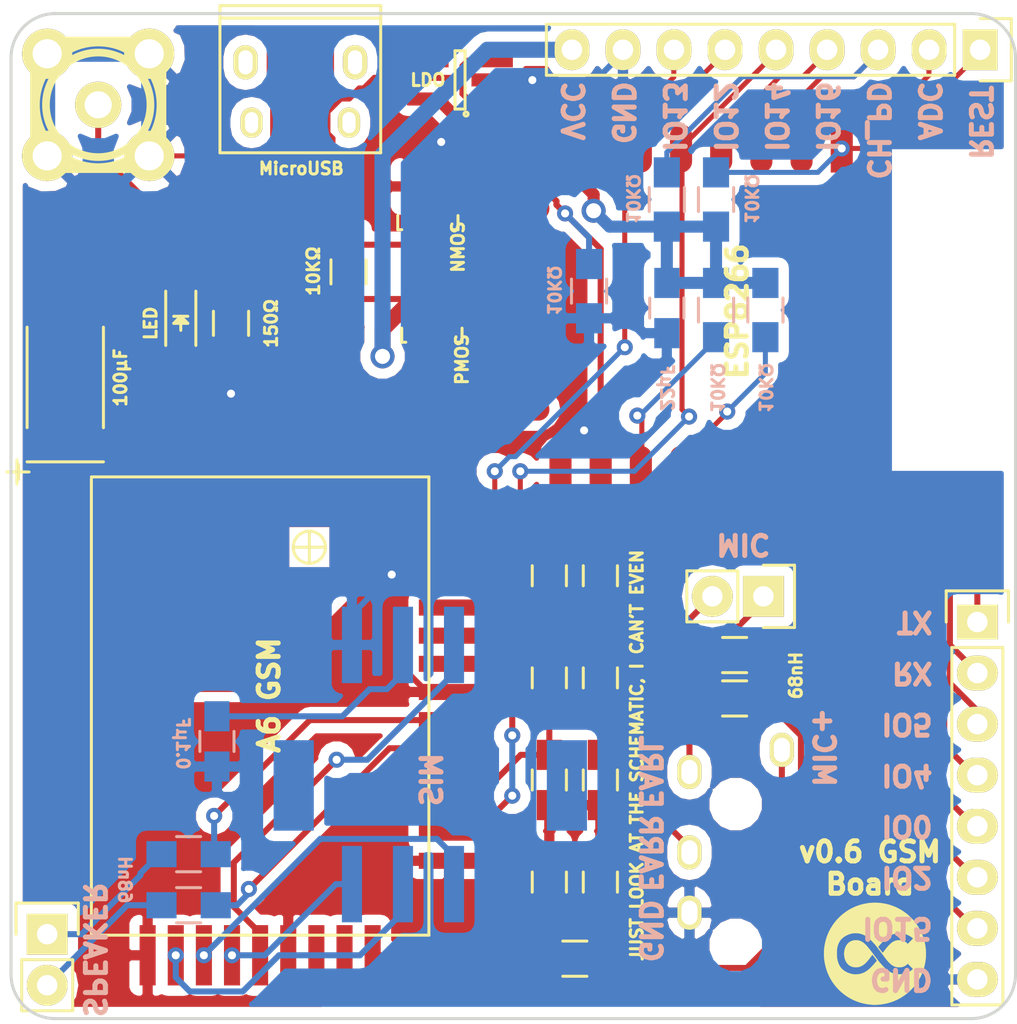
<source format=kicad_pcb>
(kicad_pcb (version 4) (host pcbnew 4.0.2+e4-6225~38~ubuntu15.10.1-stable)

  (general
    (links 100)
    (no_connects 0)
    (area 149.924999 49.924999 200.075001 100.075001)
    (thickness 1.6)
    (drawings 53)
    (tracks 352)
    (zones 0)
    (modules 38)
    (nets 39)
  )

  (page A4)
  (layers
    (0 F.Cu signal)
    (31 B.Cu signal)
    (32 B.Adhes user)
    (33 F.Adhes user)
    (34 B.Paste user)
    (35 F.Paste user)
    (36 B.SilkS user)
    (37 F.SilkS user)
    (38 B.Mask user)
    (39 F.Mask user)
    (40 Dwgs.User user)
    (41 Cmts.User user)
    (42 Eco1.User user)
    (43 Eco2.User user)
    (44 Edge.Cuts user)
    (45 Margin user)
    (46 B.CrtYd user)
    (47 F.CrtYd user)
    (48 B.Fab user)
    (49 F.Fab user)
  )

  (setup
    (last_trace_width 0.3)
    (user_trace_width 0.3)
    (user_trace_width 0.6)
    (trace_clearance 0.2)
    (zone_clearance 0.508)
    (zone_45_only yes)
    (trace_min 0.2)
    (segment_width 0.2)
    (edge_width 0.15)
    (via_size 0.8)
    (via_drill 0.4)
    (via_min_size 0.8)
    (via_min_drill 0.4)
    (uvia_size 0.3)
    (uvia_drill 0.1)
    (uvias_allowed no)
    (uvia_min_size 0.2)
    (uvia_min_drill 0.1)
    (pcb_text_width 0.3)
    (pcb_text_size 1.5 1.5)
    (mod_edge_width 0.15)
    (mod_text_size 1 1)
    (mod_text_width 0.15)
    (pad_size 3.8 1)
    (pad_drill 0)
    (pad_to_mask_clearance 0.2)
    (aux_axis_origin 149.95 49.91)
    (grid_origin 149.95 49.91)
    (visible_elements FFFFEF7F)
    (pcbplotparams
      (layerselection 0x010f0_80000001)
      (usegerberextensions true)
      (excludeedgelayer true)
      (linewidth 0.100000)
      (plotframeref false)
      (viasonmask false)
      (mode 1)
      (useauxorigin true)
      (hpglpennumber 1)
      (hpglpenspeed 20)
      (hpglpendiameter 15)
      (hpglpenoverlay 2)
      (psnegative false)
      (psa4output false)
      (plotreference true)
      (plotvalue true)
      (plotinvisibletext false)
      (padsonsilk false)
      (subtractmaskfromsilk false)
      (outputformat 1)
      (mirror false)
      (drillshape 0)
      (scaleselection 1)
      (outputdirectory images/))
  )

  (net 0 "")
  (net 1 GND)
  (net 2 /3V3)
  (net 3 "Net-(C4-Pad2)")
  (net 4 "Net-(GSM1-Pad14)")
  (net 5 "Net-(GSM1-Pad15)")
  (net 6 "Net-(GSM1-Pad16)")
  (net 7 "Net-(GSM1-Pad17)")
  (net 8 "Net-(GSM1-Pad35)")
  (net 9 /VBAT)
  (net 10 "Net-(GSM1-Pad26)")
  (net 11 "Net-(GSM1-Pad27)")
  (net 12 VCC)
  (net 13 "Net-(Q1-Pad1)")
  (net 14 /EARL)
  (net 15 /EARR)
  (net 16 /TX)
  (net 17 /RX)
  (net 18 /GPIO5)
  (net 19 /GPIO4)
  (net 20 /GPIO0)
  (net 21 /GPIO2)
  (net 22 /REST)
  (net 23 /ADC)
  (net 24 /CH_PD)
  (net 25 /GPIO16)
  (net 26 /PWRCTL)
  (net 27 /GPIO13)
  (net 28 "Net-(D1-Pad1)")
  (net 29 "Net-(GSM1-Pad19)")
  (net 30 "Net-(GSM1-Pad20)")
  (net 31 /MIC2_P)
  (net 32 "Net-(C5-Pad1)")
  (net 33 /ESP_RX)
  (net 34 /ESP_TX)
  (net 35 "Net-(L1-Pad2)")
  (net 36 "Net-(L2-Pad2)")
  (net 37 "Net-(L3-Pad1)")
  (net 38 "Net-(L4-Pad1)")

  (net_class Default "This is the default net class."
    (clearance 0.2)
    (trace_width 0.3)
    (via_dia 0.8)
    (via_drill 0.4)
    (uvia_dia 0.3)
    (uvia_drill 0.1)
    (add_net /ADC)
    (add_net /CH_PD)
    (add_net /EARL)
    (add_net /EARR)
    (add_net /ESP_RX)
    (add_net /ESP_TX)
    (add_net /GPIO0)
    (add_net /GPIO13)
    (add_net /GPIO16)
    (add_net /GPIO2)
    (add_net /GPIO4)
    (add_net /GPIO5)
    (add_net /MIC2_P)
    (add_net /PWRCTL)
    (add_net /REST)
    (add_net /RX)
    (add_net /TX)
    (add_net GND)
    (add_net "Net-(C4-Pad2)")
    (add_net "Net-(C5-Pad1)")
    (add_net "Net-(D1-Pad1)")
    (add_net "Net-(GSM1-Pad14)")
    (add_net "Net-(GSM1-Pad15)")
    (add_net "Net-(GSM1-Pad16)")
    (add_net "Net-(GSM1-Pad17)")
    (add_net "Net-(GSM1-Pad19)")
    (add_net "Net-(GSM1-Pad20)")
    (add_net "Net-(GSM1-Pad26)")
    (add_net "Net-(GSM1-Pad27)")
    (add_net "Net-(GSM1-Pad35)")
    (add_net "Net-(L1-Pad2)")
    (add_net "Net-(L2-Pad2)")
    (add_net "Net-(L3-Pad1)")
    (add_net "Net-(L4-Pad1)")
    (add_net "Net-(Q1-Pad1)")
  )

  (net_class Power ""
    (clearance 0.3)
    (trace_width 0.6)
    (via_dia 1.2)
    (via_drill 0.75)
    (uvia_dia 0.3)
    (uvia_drill 0.1)
    (add_net /3V3)
    (add_net /VBAT)
    (add_net VCC)
  )

  (module Connect:USB_Micro-B_10103594-0001LF (layer F.Cu) (tedit 57B7B791) (tstamp 57B79306)
    (at 164.4 53.8 180)
    (descr "Micro USB Type B 10103594-0001LF")
    (tags "USB USB_B USB_micro USB_OTG")
    (path /57B79205)
    (attr smd)
    (fp_text reference P7 (at -1.5 -4.625 180) (layer F.SilkS) hide
      (effects (font (size 1 1) (thickness 0.15)))
    )
    (fp_text value USB_A (at 0 6.175 180) (layer F.Fab) hide
      (effects (font (size 1 1) (thickness 0.15)))
    )
    (fp_line (start -4.25 -3.4) (end 4.25 -3.4) (layer F.CrtYd) (width 0.05))
    (fp_line (start 4.25 -3.4) (end 4.25 4.45) (layer F.CrtYd) (width 0.05))
    (fp_line (start 4.25 4.45) (end -4.25 4.45) (layer F.CrtYd) (width 0.05))
    (fp_line (start -4.25 4.45) (end -4.25 -3.4) (layer F.CrtYd) (width 0.05))
    (fp_line (start -4 4.195) (end 4 4.195) (layer F.SilkS) (width 0.15))
    (fp_line (start -4 -3.125) (end 4 -3.125) (layer F.SilkS) (width 0.15))
    (fp_line (start 4 -3.125) (end 4 4.195) (layer F.SilkS) (width 0.15))
    (fp_line (start 4 3.575) (end -4 3.575) (layer F.SilkS) (width 0.15))
    (fp_line (start -4 4.195) (end -4 -3.125) (layer F.SilkS) (width 0.15))
    (pad 1 smd rect (at -1.3 -1.5 270) (size 1.65 0.4) (layers F.Cu F.Paste F.Mask)
      (net 12 VCC))
    (pad 2 smd rect (at -0.65 -1.5 270) (size 1.65 0.4) (layers F.Cu F.Paste F.Mask))
    (pad 3 smd rect (at -0.0009 -1.5 270) (size 1.65 0.4) (layers F.Cu F.Paste F.Mask))
    (pad 4 smd rect (at 0.65 -1.5 270) (size 1.65 0.4) (layers F.Cu F.Paste F.Mask)
      (net 1 GND))
    (pad 5 smd rect (at 1.3 -1.5 270) (size 1.65 0.4) (layers F.Cu F.Paste F.Mask))
    (pad 6 thru_hole oval (at -2.425 -1.625 270) (size 1.5 1.1) (drill oval 1.05 0.65) (layers *.Cu *.Mask F.SilkS))
    (pad 6 thru_hole oval (at 2.425 -1.625 270) (size 1.5 1.1) (drill oval 1.05 0.65) (layers *.Cu *.Mask F.SilkS))
    (pad 6 thru_hole oval (at -2.725 1.375 270) (size 1.7 1.2) (drill oval 1.2 0.7) (layers *.Cu *.Mask F.SilkS))
    (pad 6 thru_hole oval (at 2.725 1.375 270) (size 1.7 1.2) (drill oval 1.2 0.7) (layers *.Cu *.Mask F.SilkS))
    (pad 6 smd rect (at -0.9625 1.625 270) (size 2.5 1.425) (layers F.Cu F.Paste F.Mask))
    (pad 6 smd rect (at 0.9625 1.625 270) (size 2.5 1.425) (layers F.Cu F.Paste F.Mask))
  )

  (module Capacitors_SMD:C_0805_HandSoldering placed (layer B.Cu) (tedit 57B7B7A7) (tstamp 57AFC3CD)
    (at 182.643054 64.65 270)
    (descr "Capacitor SMD 0805, hand soldering")
    (tags "capacitor 0805")
    (path /57AFB010)
    (attr smd)
    (fp_text reference C2 (at 0 2.1 270) (layer B.SilkS) hide
      (effects (font (size 1 1) (thickness 0.15)) (justify mirror))
    )
    (fp_text value 22uF (at 0 -2.1 270) (layer B.Fab) hide
      (effects (font (size 1 1) (thickness 0.15)) (justify mirror))
    )
    (fp_line (start -2.3 1) (end 2.3 1) (layer B.CrtYd) (width 0.05))
    (fp_line (start -2.3 -1) (end 2.3 -1) (layer B.CrtYd) (width 0.05))
    (fp_line (start -2.3 1) (end -2.3 -1) (layer B.CrtYd) (width 0.05))
    (fp_line (start 2.3 1) (end 2.3 -1) (layer B.CrtYd) (width 0.05))
    (fp_line (start 0.5 0.85) (end -0.5 0.85) (layer B.SilkS) (width 0.15))
    (fp_line (start -0.5 -0.85) (end 0.5 -0.85) (layer B.SilkS) (width 0.15))
    (pad 1 smd rect (at -1.25 0 270) (size 1.5 1.25) (layers B.Cu B.Paste B.Mask)
      (net 2 /3V3))
    (pad 2 smd rect (at 1.25 0 270) (size 1.5 1.25) (layers B.Cu B.Paste B.Mask)
      (net 1 GND))
    (model Capacitors_SMD.3dshapes/C_0805_HandSoldering.wrl
      (at (xyz 0 0 0))
      (scale (xyz 1 1 1))
      (rotate (xyz 0 0 0))
    )
  )

  (module Capacitors_SMD:C_0805_HandSoldering placed (layer B.Cu) (tedit 57B7B49D) (tstamp 57AFC3D9)
    (at 160.25 86.21 90)
    (descr "Capacitor SMD 0805, hand soldering")
    (tags "capacitor 0805")
    (path /57AFE709)
    (attr smd)
    (fp_text reference C4 (at 0 2.1 90) (layer B.SilkS) hide
      (effects (font (size 1 1) (thickness 0.15)) (justify mirror))
    )
    (fp_text value "0.1 uF" (at 0 -2.1 90) (layer B.Fab) hide
      (effects (font (size 1 1) (thickness 0.15)) (justify mirror))
    )
    (fp_line (start -2.3 1) (end 2.3 1) (layer B.CrtYd) (width 0.05))
    (fp_line (start -2.3 -1) (end 2.3 -1) (layer B.CrtYd) (width 0.05))
    (fp_line (start -2.3 1) (end -2.3 -1) (layer B.CrtYd) (width 0.05))
    (fp_line (start 2.3 1) (end 2.3 -1) (layer B.CrtYd) (width 0.05))
    (fp_line (start 0.5 0.85) (end -0.5 0.85) (layer B.SilkS) (width 0.15))
    (fp_line (start -0.5 -0.85) (end 0.5 -0.85) (layer B.SilkS) (width 0.15))
    (pad 1 smd rect (at -1.25 0 90) (size 1.5 1.25) (layers B.Cu B.Paste B.Mask)
      (net 1 GND))
    (pad 2 smd rect (at 1.25 0 90) (size 1.5 1.25) (layers B.Cu B.Paste B.Mask)
      (net 3 "Net-(C4-Pad2)"))
    (model Capacitors_SMD.3dshapes/C_0805_HandSoldering.wrl
      (at (xyz 0 0 0))
      (scale (xyz 1 1 1))
      (rotate (xyz 0 0 0))
    )
  )

  (module w_conn_rf:sma_straight_32k101-400l5 placed (layer F.Cu) (tedit 57B7B740) (tstamp 57AFC42B)
    (at 154.34 54.54)
    (descr "SMA straight female connector, Rosenberger 32K101-400L5")
    (path /57B03986)
    (fp_text reference P5 (at 0 4.8) (layer F.SilkS) hide
      (effects (font (thickness 0.3048)))
    )
    (fp_text value SMA_CONN (at 0 -4.8) (layer F.SilkS) hide
      (effects (font (thickness 0.3048)))
    )
    (fp_circle (center 0 0) (end -0.7 0) (layer F.SilkS) (width 0.381))
    (fp_circle (center 0 0) (end -2.6 0) (layer F.SilkS) (width 0.381))
    (fp_circle (center 0 0) (end -3.1 0) (layer F.SilkS) (width 0.381))
    (fp_line (start -3.2 -3.2) (end -3.2 3.2) (layer F.SilkS) (width 0.381))
    (fp_line (start -3.2 -3.2) (end 3.2 -3.2) (layer F.SilkS) (width 0.381))
    (fp_line (start 3.2 -3.2) (end 3.2 3.2) (layer F.SilkS) (width 0.381))
    (fp_line (start 3.2 3.2) (end -3.2 3.2) (layer F.SilkS) (width 0.381))
    (pad 1 thru_hole circle (at 0 0) (size 2.3 2.3) (drill 1.35) (layers *.Cu *.Mask F.SilkS)
      (net 8 "Net-(GSM1-Pad35)"))
    (pad 2 thru_hole circle (at 2.54 -2.54) (size 2.5 2.5) (drill 1.45) (layers *.Cu *.Mask F.SilkS)
      (net 1 GND))
    (pad 2 thru_hole circle (at -2.54 -2.54) (size 2.5 2.5) (drill 1.45) (layers *.Cu *.Mask F.SilkS)
      (net 1 GND))
    (pad 2 thru_hole circle (at -2.54 2.54) (size 2.5 2.5) (drill 1.45) (layers *.Cu *.Mask F.SilkS)
      (net 1 GND))
    (pad 2 thru_hole circle (at 2.54 2.54) (size 2.5 2.5) (drill 1.45) (layers *.Cu *.Mask F.SilkS)
      (net 1 GND))
    (model walter/conn_rf/sma_straight_32k101-400l5.wrl
      (at (xyz 0 0 0))
      (scale (xyz 1 1 1))
      (rotate (xyz 0 0 0))
    )
  )

  (module Resistors_SMD:R_0805_HandSoldering placed (layer B.Cu) (tedit 57B7B414) (tstamp 57AFC438)
    (at 182.643054 59.25 90)
    (descr "Resistor SMD 0805, hand soldering")
    (tags "resistor 0805")
    (path /57AFB012)
    (attr smd)
    (fp_text reference R1 (at 0 2.1 90) (layer B.SilkS) hide
      (effects (font (size 1 1) (thickness 0.15)) (justify mirror))
    )
    (fp_text value 10KΩ (at 0 -2.1 90) (layer B.Fab) hide
      (effects (font (size 1 1) (thickness 0.15)) (justify mirror))
    )
    (fp_line (start -2.4 1) (end 2.4 1) (layer B.CrtYd) (width 0.05))
    (fp_line (start -2.4 -1) (end 2.4 -1) (layer B.CrtYd) (width 0.05))
    (fp_line (start -2.4 1) (end -2.4 -1) (layer B.CrtYd) (width 0.05))
    (fp_line (start 2.4 1) (end 2.4 -1) (layer B.CrtYd) (width 0.05))
    (fp_line (start 0.6 -0.875) (end -0.6 -0.875) (layer B.SilkS) (width 0.15))
    (fp_line (start -0.6 0.875) (end 0.6 0.875) (layer B.SilkS) (width 0.15))
    (pad 1 smd rect (at -1.35 0 90) (size 1.5 1.3) (layers B.Cu B.Paste B.Mask)
      (net 2 /3V3))
    (pad 2 smd rect (at 1.35 0 90) (size 1.5 1.3) (layers B.Cu B.Paste B.Mask)
      (net 24 /CH_PD))
    (model Resistors_SMD.3dshapes/R_0805_HandSoldering.wrl
      (at (xyz 0 0 0))
      (scale (xyz 1 1 1))
      (rotate (xyz 0 0 0))
    )
  )

  (module Resistors_SMD:R_0805_HandSoldering placed (layer B.Cu) (tedit 57B7B417) (tstamp 57AFC43E)
    (at 185.093054 59.25 90)
    (descr "Resistor SMD 0805, hand soldering")
    (tags "resistor 0805")
    (path /57AFB011)
    (attr smd)
    (fp_text reference R2 (at 0 2.1 90) (layer B.SilkS) hide
      (effects (font (size 1 1) (thickness 0.15)) (justify mirror))
    )
    (fp_text value 10KΩ (at 0 -2.1 90) (layer B.Fab) hide
      (effects (font (size 1 1) (thickness 0.15)) (justify mirror))
    )
    (fp_line (start -2.4 1) (end 2.4 1) (layer B.CrtYd) (width 0.05))
    (fp_line (start -2.4 -1) (end 2.4 -1) (layer B.CrtYd) (width 0.05))
    (fp_line (start -2.4 1) (end -2.4 -1) (layer B.CrtYd) (width 0.05))
    (fp_line (start 2.4 1) (end 2.4 -1) (layer B.CrtYd) (width 0.05))
    (fp_line (start 0.6 -0.875) (end -0.6 -0.875) (layer B.SilkS) (width 0.15))
    (fp_line (start -0.6 0.875) (end 0.6 0.875) (layer B.SilkS) (width 0.15))
    (pad 1 smd rect (at -1.35 0 90) (size 1.5 1.3) (layers B.Cu B.Paste B.Mask)
      (net 2 /3V3))
    (pad 2 smd rect (at 1.35 0 90) (size 1.5 1.3) (layers B.Cu B.Paste B.Mask)
      (net 22 /REST))
    (model Resistors_SMD.3dshapes/R_0805_HandSoldering.wrl
      (at (xyz 0 0 0))
      (scale (xyz 1 1 1))
      (rotate (xyz 0 0 0))
    )
  )

  (module Resistors_SMD:R_0805_HandSoldering placed (layer B.Cu) (tedit 57B7B41A) (tstamp 57AFC444)
    (at 187.55 64.75 270)
    (descr "Resistor SMD 0805, hand soldering")
    (tags "resistor 0805")
    (path /57AFB019)
    (attr smd)
    (fp_text reference R3 (at 0 2.1 270) (layer B.SilkS) hide
      (effects (font (size 1 1) (thickness 0.15)) (justify mirror))
    )
    (fp_text value 10KΩ (at 0 -2.1 270) (layer B.Fab) hide
      (effects (font (size 1 1) (thickness 0.15)) (justify mirror))
    )
    (fp_line (start -2.4 1) (end 2.4 1) (layer B.CrtYd) (width 0.05))
    (fp_line (start -2.4 -1) (end 2.4 -1) (layer B.CrtYd) (width 0.05))
    (fp_line (start -2.4 1) (end -2.4 -1) (layer B.CrtYd) (width 0.05))
    (fp_line (start 2.4 1) (end 2.4 -1) (layer B.CrtYd) (width 0.05))
    (fp_line (start 0.6 -0.875) (end -0.6 -0.875) (layer B.SilkS) (width 0.15))
    (fp_line (start -0.6 0.875) (end 0.6 0.875) (layer B.SilkS) (width 0.15))
    (pad 1 smd rect (at -1.35 0 270) (size 1.5 1.3) (layers B.Cu B.Paste B.Mask)
      (net 2 /3V3))
    (pad 2 smd rect (at 1.35 0 270) (size 1.5 1.3) (layers B.Cu B.Paste B.Mask)
      (net 20 /GPIO0))
    (model Resistors_SMD.3dshapes/R_0805_HandSoldering.wrl
      (at (xyz 0 0 0))
      (scale (xyz 1 1 1))
      (rotate (xyz 0 0 0))
    )
  )

  (module Resistors_SMD:R_0805_HandSoldering placed (layer B.Cu) (tedit 57B7B7A5) (tstamp 57AFC44A)
    (at 178.772 63.809 270)
    (descr "Resistor SMD 0805, hand soldering")
    (tags "resistor 0805")
    (path /57AFB014)
    (attr smd)
    (fp_text reference R4 (at 0 2.1 270) (layer B.SilkS) hide
      (effects (font (size 1 1) (thickness 0.15)) (justify mirror))
    )
    (fp_text value 10KΩ (at 0 -2.1 270) (layer B.Fab) hide
      (effects (font (size 1 1) (thickness 0.15)) (justify mirror))
    )
    (fp_line (start -2.4 1) (end 2.4 1) (layer B.CrtYd) (width 0.05))
    (fp_line (start -2.4 -1) (end 2.4 -1) (layer B.CrtYd) (width 0.05))
    (fp_line (start -2.4 1) (end -2.4 -1) (layer B.CrtYd) (width 0.05))
    (fp_line (start 2.4 1) (end 2.4 -1) (layer B.CrtYd) (width 0.05))
    (fp_line (start 0.6 -0.875) (end -0.6 -0.875) (layer B.SilkS) (width 0.15))
    (fp_line (start -0.6 0.875) (end 0.6 0.875) (layer B.SilkS) (width 0.15))
    (pad 1 smd rect (at -1.35 0 270) (size 1.5 1.3) (layers B.Cu B.Paste B.Mask)
      (net 26 /PWRCTL))
    (pad 2 smd rect (at 1.35 0 270) (size 1.5 1.3) (layers B.Cu B.Paste B.Mask)
      (net 1 GND))
    (model Resistors_SMD.3dshapes/R_0805_HandSoldering.wrl
      (at (xyz 0 0 0))
      (scale (xyz 1 1 1))
      (rotate (xyz 0 0 0))
    )
  )

  (module Resistors_SMD:R_0805_HandSoldering placed (layer B.Cu) (tedit 57B7B42C) (tstamp 57AFC450)
    (at 185.093054 64.75 270)
    (descr "Resistor SMD 0805, hand soldering")
    (tags "resistor 0805")
    (path /57AFB013)
    (attr smd)
    (fp_text reference R5 (at 0 2.1 270) (layer B.SilkS) hide
      (effects (font (size 1 1) (thickness 0.15)) (justify mirror))
    )
    (fp_text value 10KΩ (at 0 -2.1 270) (layer B.Fab) hide
      (effects (font (size 1 1) (thickness 0.15)) (justify mirror))
    )
    (fp_line (start -2.4 1) (end 2.4 1) (layer B.CrtYd) (width 0.05))
    (fp_line (start -2.4 -1) (end 2.4 -1) (layer B.CrtYd) (width 0.05))
    (fp_line (start -2.4 1) (end -2.4 -1) (layer B.CrtYd) (width 0.05))
    (fp_line (start 2.4 1) (end 2.4 -1) (layer B.CrtYd) (width 0.05))
    (fp_line (start 0.6 -0.875) (end -0.6 -0.875) (layer B.SilkS) (width 0.15))
    (fp_line (start -0.6 0.875) (end 0.6 0.875) (layer B.SilkS) (width 0.15))
    (pad 1 smd rect (at -1.35 0 270) (size 1.5 1.3) (layers B.Cu B.Paste B.Mask)
      (net 2 /3V3))
    (pad 2 smd rect (at 1.35 0 270) (size 1.5 1.3) (layers B.Cu B.Paste B.Mask)
      (net 21 /GPIO2))
    (model Resistors_SMD.3dshapes/R_0805_HandSoldering.wrl
      (at (xyz 0 0 0))
      (scale (xyz 1 1 1))
      (rotate (xyz 0 0 0))
    )
  )

  (module ESP8266:ESP-12E placed (layer F.Cu) (tedit 57B7B799) (tstamp 57AFC473)
    (at 191.35 56.71 270)
    (descr "Module, ESP-8266, ESP-12, 16 pad, SMD")
    (tags "Module ESP-8266 ESP8266")
    (path /57AFB00F)
    (fp_text reference U2 (at -2 -2 270) (layer F.SilkS) hide
      (effects (font (size 1 1) (thickness 0.15)))
    )
    (fp_text value ESP-12E (at 8 1 270) (layer F.Fab) hide
      (effects (font (size 1 1) (thickness 0.15)))
    )
    (fp_line (start 16 -8.4) (end 0 -2.6) (layer F.CrtYd) (width 0.1524))
    (fp_line (start 0 -8.4) (end 16 -2.6) (layer F.CrtYd) (width 0.1524))
    (fp_text user "No Copper" (at 7.9 -5.4 270) (layer F.CrtYd)
      (effects (font (size 1 1) (thickness 0.15)))
    )
    (fp_line (start 0 -8.4) (end 0 -2.6) (layer F.CrtYd) (width 0.1524))
    (fp_line (start 0 -2.6) (end 16 -2.6) (layer F.CrtYd) (width 0.1524))
    (fp_line (start 16 -2.6) (end 16 -8.4) (layer F.CrtYd) (width 0.1524))
    (fp_line (start 16 -8.4) (end 0 -8.4) (layer F.CrtYd) (width 0.1524))
    (fp_line (start 16 -8.4) (end 16 15.6) (layer F.Fab) (width 0.1524))
    (fp_line (start 16 15.6) (end 0 15.6) (layer F.Fab) (width 0.1524))
    (fp_line (start 0 15.6) (end 0 -8.4) (layer F.Fab) (width 0.1524))
    (fp_line (start 0 -8.4) (end 16 -8.4) (layer F.Fab) (width 0.1524))
    (pad 9 smd oval (at 2.99 15.75) (size 2.4 1.1) (layers F.Cu F.Paste F.Mask))
    (pad 10 smd oval (at 4.99 15.75) (size 2.4 1.1) (layers F.Cu F.Paste F.Mask))
    (pad 11 smd oval (at 6.99 15.75) (size 2.4 1.1) (layers F.Cu F.Paste F.Mask))
    (pad 12 smd oval (at 8.99 15.75) (size 2.4 1.1) (layers F.Cu F.Paste F.Mask))
    (pad 13 smd oval (at 10.99 15.75) (size 2.4 1.1) (layers F.Cu F.Paste F.Mask))
    (pad 14 smd oval (at 12.99 15.75) (size 2.4 1.1) (layers F.Cu F.Paste F.Mask))
    (pad 1 smd rect (at 0 0 270) (size 2.4 1.1) (layers F.Cu F.Paste F.Mask)
      (net 22 /REST))
    (pad 2 smd oval (at 0 2 270) (size 2.4 1.1) (layers F.Cu F.Paste F.Mask)
      (net 23 /ADC))
    (pad 3 smd oval (at 0 4 270) (size 2.4 1.1) (layers F.Cu F.Paste F.Mask)
      (net 24 /CH_PD))
    (pad 4 smd oval (at 0 6 270) (size 2.4 1.1) (layers F.Cu F.Paste F.Mask)
      (net 25 /GPIO16))
    (pad 5 smd oval (at 0 8 270) (size 2.4 1.1) (layers F.Cu F.Paste F.Mask)
      (net 33 /ESP_RX))
    (pad 6 smd oval (at 0 10 270) (size 2.4 1.1) (layers F.Cu F.Paste F.Mask)
      (net 34 /ESP_TX))
    (pad 7 smd oval (at 0 12 270) (size 2.4 1.1) (layers F.Cu F.Paste F.Mask)
      (net 27 /GPIO13))
    (pad 8 smd oval (at 0 14 270) (size 2.4 1.1) (layers F.Cu F.Paste F.Mask)
      (net 2 /3V3))
    (pad 15 smd oval (at 16 14 270) (size 2.4 1.1) (layers F.Cu F.Paste F.Mask)
      (net 1 GND))
    (pad 16 smd oval (at 16 12 270) (size 2.4 1.1) (layers F.Cu F.Paste F.Mask)
      (net 26 /PWRCTL))
    (pad 17 smd oval (at 16 10 270) (size 2.4 1.1) (layers F.Cu F.Paste F.Mask)
      (net 21 /GPIO2))
    (pad 18 smd oval (at 16 8 270) (size 2.4 1.1) (layers F.Cu F.Paste F.Mask)
      (net 20 /GPIO0))
    (pad 19 smd oval (at 16 6 270) (size 2.4 1.1) (layers F.Cu F.Paste F.Mask)
      (net 19 /GPIO4))
    (pad 20 smd oval (at 16 4 270) (size 2.4 1.1) (layers F.Cu F.Paste F.Mask)
      (net 18 /GPIO5))
    (pad 21 smd oval (at 16 2 270) (size 2.4 1.1) (layers F.Cu F.Paste F.Mask)
      (net 17 /RX))
    (pad 22 smd oval (at 16 0 270) (size 2.4 1.1) (layers F.Cu F.Paste F.Mask)
      (net 16 /TX))
    (model ${ESPLIB}/ESP8266.3dshapes/ESP-12.wrl
      (at (xyz 0.04 0 0))
      (scale (xyz 0.3937 0.3937 0.3937))
      (rotate (xyz 0 0 0))
    )
  )

  (module A6:A6_GSM (layer F.Cu) (tedit 57B7B955) (tstamp 57B06AB9)
    (at 162.4 84.45 90)
    (descr "AI Thinker A6 GSM Module")
    (tags "A6, GSM, Modem, AI-Thinker")
    (path /57AFA34A)
    (fp_text reference GSM1 (at 0 3 90) (layer F.SilkS) hide
      (effects (font (size 1 1) (thickness 0.15)))
    )
    (fp_text value A6_GSM (at 0 -3 90) (layer F.Fab) hide
      (effects (font (size 1 1) (thickness 0.15)))
    )
    (fp_line (start 7.1 2.45) (end 8.7 2.45) (layer F.SilkS) (width 0.15))
    (fp_line (start 7.9 1.7) (end 7.9 3.2) (layer F.SilkS) (width 0.15))
    (fp_circle (center 7.9 2.45) (end 7.9 3.25) (layer F.SilkS) (width 0.15))
    (fp_line (start -11.4 8.4) (end -11.4 -8.4) (layer F.SilkS) (width 0.15))
    (fp_line (start 11.4 8.4) (end -11.4 8.4) (layer F.SilkS) (width 0.15))
    (fp_line (start 11.4 -8.4) (end 11.4 8.4) (layer F.SilkS) (width 0.15))
    (fp_line (start -11.4 -8.4) (end 11.3 -8.4) (layer F.SilkS) (width 0.15))
    (pad 1 smd rect (at 7.7 -9.4 90) (size 0.8 3) (layers F.Cu F.Paste F.Mask))
    (pad 2 smd rect (at 6.3 -9.4 90) (size 0.8 3) (layers F.Cu F.Paste F.Mask))
    (pad 3 smd rect (at 4.9 -9.4 90) (size 0.8 3) (layers F.Cu F.Paste F.Mask))
    (pad 4 smd rect (at 3.5 -9.4 90) (size 0.8 3) (layers F.Cu F.Paste F.Mask))
    (pad 5 smd rect (at 2.1 -9.4 90) (size 0.8 3) (layers F.Cu F.Paste F.Mask))
    (pad 6 smd rect (at 0.7 -9.4 90) (size 0.8 3) (layers F.Cu F.Paste F.Mask))
    (pad 7 smd rect (at -0.7 -9.4 90) (size 0.8 3) (layers F.Cu F.Paste F.Mask))
    (pad 8 smd rect (at -2.1 -9.4 90) (size 0.8 3) (layers F.Cu F.Paste F.Mask)
      (net 9 /VBAT))
    (pad 9 smd rect (at -3.5 -9.4 90) (size 0.8 3) (layers F.Cu F.Paste F.Mask))
    (pad 10 smd rect (at -4.9 -9.4 90) (size 0.8 3) (layers F.Cu F.Paste F.Mask))
    (pad 11 smd rect (at -6.3 -9.4 90) (size 0.8 3) (layers F.Cu F.Paste F.Mask))
    (pad 12 smd rect (at -7.7 -9.4 90) (size 0.8 3) (layers F.Cu F.Paste F.Mask))
    (pad 13 smd rect (at -12.4 -5.6 180) (size 0.8 3) (layers F.Cu F.Paste F.Mask)
      (net 1 GND))
    (pad 14 smd rect (at -12.4 -4.2 180) (size 0.8 3) (layers F.Cu F.Paste F.Mask)
      (net 4 "Net-(GSM1-Pad14)"))
    (pad 15 smd rect (at -12.4 -2.8 180) (size 0.8 3) (layers F.Cu F.Paste F.Mask)
      (net 5 "Net-(GSM1-Pad15)"))
    (pad 16 smd rect (at -12.4 -1.4 180) (size 0.8 3) (layers F.Cu F.Paste F.Mask)
      (net 6 "Net-(GSM1-Pad16)"))
    (pad 17 smd rect (at -12.4 0 180) (size 0.8 3) (layers F.Cu F.Paste F.Mask)
      (net 7 "Net-(GSM1-Pad17)"))
    (pad 18 smd rect (at -12.4 1.4 180) (size 0.8 3) (layers F.Cu F.Paste F.Mask)
      (net 1 GND))
    (pad 19 smd rect (at -12.4 2.8 180) (size 0.8 3) (layers F.Cu F.Paste F.Mask)
      (net 29 "Net-(GSM1-Pad19)"))
    (pad 20 smd rect (at -12.4 4.2 180) (size 0.8 3) (layers F.Cu F.Paste F.Mask)
      (net 30 "Net-(GSM1-Pad20)"))
    (pad 21 smd rect (at -12.4 5.6 180) (size 0.8 3) (layers F.Cu F.Paste F.Mask)
      (net 31 /MIC2_P))
    (pad 22 smd rect (at -7.7 9.4 270) (size 0.8 3) (layers F.Cu F.Paste F.Mask)
      (net 1 GND))
    (pad 23 smd rect (at -6.3 9.4 270) (size 0.8 3) (layers F.Cu F.Paste F.Mask)
      (net 14 /EARL))
    (pad 24 smd rect (at -4.9 9.4 270) (size 0.8 3) (layers F.Cu F.Paste F.Mask)
      (net 15 /EARR))
    (pad 25 smd rect (at -3.5 9.4 270) (size 0.8 3) (layers F.Cu F.Paste F.Mask)
      (net 1 GND))
    (pad 26 smd rect (at -2.1 9.4 270) (size 0.8 3) (layers F.Cu F.Paste F.Mask)
      (net 10 "Net-(GSM1-Pad26)"))
    (pad 27 smd rect (at -0.7 9.4 270) (size 0.8 3) (layers F.Cu F.Paste F.Mask)
      (net 11 "Net-(GSM1-Pad27)"))
    (pad 28 smd rect (at 0.7 9.4 270) (size 0.8 3) (layers F.Cu F.Paste F.Mask)
      (net 1 GND))
    (pad 29 smd rect (at 2.1 9.4 270) (size 0.8 3) (layers F.Cu F.Paste F.Mask))
    (pad 30 smd rect (at 3.5 9.4 270) (size 0.8 3) (layers F.Cu F.Paste F.Mask)
      (net 33 /ESP_RX))
    (pad 31 smd rect (at 4.9 9.4 270) (size 0.8 3) (layers F.Cu F.Paste F.Mask)
      (net 34 /ESP_TX))
    (pad 32 smd rect (at 6.3 9.4 270) (size 0.8 3) (layers F.Cu F.Paste F.Mask))
    (pad 33 smd rect (at 7.7 9.4 270) (size 0.8 3) (layers F.Cu F.Paste F.Mask))
    (pad 34 smd rect (at 12.4 5.6 180) (size 0.8 3) (layers F.Cu F.Paste F.Mask)
      (net 1 GND))
    (pad 35 smd rect (at 12.4 4.2 180) (size 0.8 3) (layers F.Cu F.Paste F.Mask)
      (net 8 "Net-(GSM1-Pad35)"))
    (pad 36 smd rect (at 12.4 2.8 180) (size 0.8 3) (layers F.Cu F.Paste F.Mask)
      (net 1 GND))
    (pad 37 smd rect (at 12.4 1.4 180) (size 0.8 3) (layers F.Cu F.Paste F.Mask))
    (pad 38 smd rect (at 12.4 0 180) (size 0.8 3) (layers F.Cu F.Paste F.Mask))
    (pad 39 smd rect (at 12.4 -1.4 180) (size 0.8 3) (layers F.Cu F.Paste F.Mask)
      (net 1 GND))
    (pad 40 smd rect (at 12.4 -2.8 180) (size 0.8 3) (layers F.Cu F.Paste F.Mask)
      (net 1 GND))
    (pad 41 smd rect (at 12.4 -4.2 180) (size 0.8 3) (layers F.Cu F.Paste F.Mask)
      (net 9 /VBAT))
    (pad 42 smd rect (at 12.4 -5.6 180) (size 0.8 3) (layers F.Cu F.Paste F.Mask)
      (net 9 /VBAT))
  )

  (module TO_SOT_Packages_SMD:SOT-23_Handsoldering (layer F.Cu) (tedit 57B7B78B) (tstamp 57B06C04)
    (at 170.95 65.70114 180)
    (descr "SOT-23, Handsoldering")
    (tags SOT-23)
    (path /57B06C74)
    (attr smd)
    (fp_text reference Q1 (at 0 -3.81 180) (layer F.SilkS) hide
      (effects (font (size 1 1) (thickness 0.15)))
    )
    (fp_text value Q_PMOS_GSD (at 0 3.81 180) (layer F.Fab) hide
      (effects (font (size 1 1) (thickness 0.15)))
    )
    (fp_line (start -1.49982 0.0508) (end -1.49982 -0.65024) (layer F.SilkS) (width 0.15))
    (fp_line (start -1.49982 -0.65024) (end -1.2509 -0.65024) (layer F.SilkS) (width 0.15))
    (fp_line (start 1.29916 -0.65024) (end 1.49982 -0.65024) (layer F.SilkS) (width 0.15))
    (fp_line (start 1.49982 -0.65024) (end 1.49982 0.0508) (layer F.SilkS) (width 0.15))
    (pad 1 smd rect (at -0.95 1.50114 180) (size 0.8001 1.80086) (layers F.Cu F.Paste F.Mask)
      (net 13 "Net-(Q1-Pad1)"))
    (pad 2 smd rect (at 0.95 1.50114 180) (size 0.8001 1.80086) (layers F.Cu F.Paste F.Mask)
      (net 12 VCC))
    (pad 3 smd rect (at 0 -1.50114 180) (size 0.8001 1.80086) (layers F.Cu F.Paste F.Mask)
      (net 9 /VBAT))
    (model TO_SOT_Packages_SMD.3dshapes/SOT-23_Handsoldering.wrl
      (at (xyz 0 0 0))
      (scale (xyz 1 1 1))
      (rotate (xyz 0 0 0))
    )
  )

  (module Pin_Headers:Pin_Header_Straight_1x08 (layer F.Cu) (tedit 57B7B79C) (tstamp 57B5130C)
    (at 198.1 80.27)
    (descr "Through hole pin header")
    (tags "pin header")
    (path /57B52EB3)
    (fp_text reference P1 (at 0 -5.1) (layer F.SilkS) hide
      (effects (font (size 1 1) (thickness 0.15)))
    )
    (fp_text value CONN_01X08 (at 0 -3.1) (layer F.Fab) hide
      (effects (font (size 1 1) (thickness 0.15)))
    )
    (fp_line (start -1.75 -1.75) (end -1.75 19.55) (layer F.CrtYd) (width 0.05))
    (fp_line (start 1.75 -1.75) (end 1.75 19.55) (layer F.CrtYd) (width 0.05))
    (fp_line (start -1.75 -1.75) (end 1.75 -1.75) (layer F.CrtYd) (width 0.05))
    (fp_line (start -1.75 19.55) (end 1.75 19.55) (layer F.CrtYd) (width 0.05))
    (fp_line (start 1.27 1.27) (end 1.27 19.05) (layer F.SilkS) (width 0.15))
    (fp_line (start 1.27 19.05) (end -1.27 19.05) (layer F.SilkS) (width 0.15))
    (fp_line (start -1.27 19.05) (end -1.27 1.27) (layer F.SilkS) (width 0.15))
    (fp_line (start 1.55 -1.55) (end 1.55 0) (layer F.SilkS) (width 0.15))
    (fp_line (start 1.27 1.27) (end -1.27 1.27) (layer F.SilkS) (width 0.15))
    (fp_line (start -1.55 0) (end -1.55 -1.55) (layer F.SilkS) (width 0.15))
    (fp_line (start -1.55 -1.55) (end 1.55 -1.55) (layer F.SilkS) (width 0.15))
    (pad 1 thru_hole rect (at 0 0) (size 2.032 1.7272) (drill 1.016) (layers *.Cu *.Mask F.SilkS)
      (net 16 /TX))
    (pad 2 thru_hole oval (at 0 2.54) (size 2.032 1.7272) (drill 1.016) (layers *.Cu *.Mask F.SilkS)
      (net 17 /RX))
    (pad 3 thru_hole oval (at 0 5.08) (size 2.032 1.7272) (drill 1.016) (layers *.Cu *.Mask F.SilkS)
      (net 18 /GPIO5))
    (pad 4 thru_hole oval (at 0 7.62) (size 2.032 1.7272) (drill 1.016) (layers *.Cu *.Mask F.SilkS)
      (net 19 /GPIO4))
    (pad 5 thru_hole oval (at 0 10.16) (size 2.032 1.7272) (drill 1.016) (layers *.Cu *.Mask F.SilkS)
      (net 20 /GPIO0))
    (pad 6 thru_hole oval (at 0 12.7) (size 2.032 1.7272) (drill 1.016) (layers *.Cu *.Mask F.SilkS)
      (net 21 /GPIO2))
    (pad 7 thru_hole oval (at 0 15.24) (size 2.032 1.7272) (drill 1.016) (layers *.Cu *.Mask F.SilkS)
      (net 26 /PWRCTL))
    (pad 8 thru_hole oval (at 0 17.78) (size 2.032 1.7272) (drill 1.016) (layers *.Cu *.Mask F.SilkS)
      (net 1 GND))
    (model Pin_Headers.3dshapes/Pin_Header_Straight_1x08.wrl
      (at (xyz 0 -0.35 0))
      (scale (xyz 1 1 1))
      (rotate (xyz 0 0 90))
    )
  )

  (module Pin_Headers:Pin_Header_Straight_1x02 (layer F.Cu) (tedit 57B7B7BA) (tstamp 57B5131C)
    (at 151.8 95.8)
    (descr "Through hole pin header")
    (tags "pin header")
    (path /57B508A2)
    (fp_text reference P2 (at 0 -5.1) (layer F.SilkS) hide
      (effects (font (size 1 1) (thickness 0.15)))
    )
    (fp_text value SPEAKER (at 0 -3.1) (layer F.Fab) hide
      (effects (font (size 1 1) (thickness 0.15)))
    )
    (fp_line (start 1.27 1.27) (end 1.27 3.81) (layer F.SilkS) (width 0.15))
    (fp_line (start 1.55 -1.55) (end 1.55 0) (layer F.SilkS) (width 0.15))
    (fp_line (start -1.75 -1.75) (end -1.75 4.3) (layer F.CrtYd) (width 0.05))
    (fp_line (start 1.75 -1.75) (end 1.75 4.3) (layer F.CrtYd) (width 0.05))
    (fp_line (start -1.75 -1.75) (end 1.75 -1.75) (layer F.CrtYd) (width 0.05))
    (fp_line (start -1.75 4.3) (end 1.75 4.3) (layer F.CrtYd) (width 0.05))
    (fp_line (start 1.27 1.27) (end -1.27 1.27) (layer F.SilkS) (width 0.15))
    (fp_line (start -1.55 0) (end -1.55 -1.55) (layer F.SilkS) (width 0.15))
    (fp_line (start -1.55 -1.55) (end 1.55 -1.55) (layer F.SilkS) (width 0.15))
    (fp_line (start -1.27 1.27) (end -1.27 3.81) (layer F.SilkS) (width 0.15))
    (fp_line (start -1.27 3.81) (end 1.27 3.81) (layer F.SilkS) (width 0.15))
    (pad 1 thru_hole rect (at 0 0) (size 2.032 2.032) (drill 1.016) (layers *.Cu *.Mask F.SilkS)
      (net 37 "Net-(L3-Pad1)"))
    (pad 2 thru_hole oval (at 0 2.54) (size 2.032 2.032) (drill 1.016) (layers *.Cu *.Mask F.SilkS)
      (net 38 "Net-(L4-Pad1)"))
    (model Pin_Headers.3dshapes/Pin_Header_Straight_1x02.wrl
      (at (xyz 0 -0.05 0))
      (scale (xyz 1 1 1))
      (rotate (xyz 0 0 90))
    )
  )

  (module TO_SOT_Packages_SMD:SOT-23-5 (layer F.Cu) (tedit 57B7B959) (tstamp 57B51329)
    (at 172.35 53.3 180)
    (descr "5-pin SOT23 package")
    (tags SOT-23-5)
    (path /57B514AD)
    (attr smd)
    (fp_text reference U1 (at -0.05 -2.55 180) (layer F.SilkS) hide
      (effects (font (size 1 1) (thickness 0.15)))
    )
    (fp_text value SPX3819 (at -0.05 2.35 180) (layer F.Fab) hide
      (effects (font (size 1 1) (thickness 0.15)))
    )
    (fp_line (start -1.8 -1.6) (end 1.8 -1.6) (layer F.CrtYd) (width 0.05))
    (fp_line (start 1.8 -1.6) (end 1.8 1.6) (layer F.CrtYd) (width 0.05))
    (fp_line (start 1.8 1.6) (end -1.8 1.6) (layer F.CrtYd) (width 0.05))
    (fp_line (start -1.8 1.6) (end -1.8 -1.6) (layer F.CrtYd) (width 0.05))
    (fp_circle (center -0.3 -1.7) (end -0.2 -1.7) (layer F.SilkS) (width 0.15))
    (fp_line (start 0.25 -1.45) (end -0.25 -1.45) (layer F.SilkS) (width 0.15))
    (fp_line (start 0.25 1.45) (end 0.25 -1.45) (layer F.SilkS) (width 0.15))
    (fp_line (start -0.25 1.45) (end 0.25 1.45) (layer F.SilkS) (width 0.15))
    (fp_line (start -0.25 -1.45) (end -0.25 1.45) (layer F.SilkS) (width 0.15))
    (pad 1 smd rect (at -1.1 -0.95 180) (size 2.06 0.65) (drill (offset -0.5 0)) (layers F.Cu F.Paste F.Mask)
      (net 12 VCC))
    (pad 2 smd rect (at -1.1 0 180) (size 2.06 0.65) (drill (offset -0.5 0)) (layers F.Cu F.Paste F.Mask)
      (net 1 GND))
    (pad 3 smd rect (at -1.1 0.95 180) (size 2.06 0.65) (drill (offset -0.5 0)) (layers F.Cu F.Paste F.Mask)
      (net 12 VCC))
    (pad 4 smd rect (at 1.1 0.95 180) (size 2.06 0.65) (drill (offset 0.5 0)) (layers F.Cu F.Paste F.Mask))
    (pad 5 smd rect (at 1.1 -0.95 180) (size 2.06 0.65) (drill (offset 0.5 0)) (layers F.Cu F.Paste F.Mask)
      (net 2 /3V3))
    (model TO_SOT_Packages_SMD.3dshapes/SOT-23-5.wrl
      (at (xyz 0 0 0))
      (scale (xyz 1 1 1))
      (rotate (xyz 0 0 0))
    )
  )

  (module Resistors_SMD:R_0805_HandSoldering (layer F.Cu) (tedit 57B7B42A) (tstamp 57B65732)
    (at 166.8 62.85 90)
    (descr "Resistor SMD 0805, hand soldering")
    (tags "resistor 0805")
    (path /57B64CE4)
    (attr smd)
    (fp_text reference R6 (at 0 -2.1 90) (layer F.SilkS) hide
      (effects (font (size 1 1) (thickness 0.15)))
    )
    (fp_text value 10KΩ (at 0 2.1 90) (layer F.Fab) hide
      (effects (font (size 1 1) (thickness 0.15)))
    )
    (fp_line (start -2.4 -1) (end 2.4 -1) (layer F.CrtYd) (width 0.05))
    (fp_line (start -2.4 1) (end 2.4 1) (layer F.CrtYd) (width 0.05))
    (fp_line (start -2.4 -1) (end -2.4 1) (layer F.CrtYd) (width 0.05))
    (fp_line (start 2.4 -1) (end 2.4 1) (layer F.CrtYd) (width 0.05))
    (fp_line (start 0.6 0.875) (end -0.6 0.875) (layer F.SilkS) (width 0.15))
    (fp_line (start -0.6 -0.875) (end 0.6 -0.875) (layer F.SilkS) (width 0.15))
    (pad 1 smd rect (at -1.35 0 90) (size 1.5 1.3) (layers F.Cu F.Paste F.Mask)
      (net 12 VCC))
    (pad 2 smd rect (at 1.35 0 90) (size 1.5 1.3) (layers F.Cu F.Paste F.Mask)
      (net 13 "Net-(Q1-Pad1)"))
    (model Resistors_SMD.3dshapes/R_0805_HandSoldering.wrl
      (at (xyz 0 0 0))
      (scale (xyz 1 1 1))
      (rotate (xyz 0 0 0))
    )
  )

  (module TO_SOT_Packages_SMD:SOT-23_Handsoldering (layer F.Cu) (tedit 57B7B78E) (tstamp 57B70D31)
    (at 170.75 60.10114 180)
    (descr "SOT-23, Handsoldering")
    (tags SOT-23)
    (path /57B710AA)
    (attr smd)
    (fp_text reference Q2 (at 0 -3.81 180) (layer F.SilkS) hide
      (effects (font (size 1 1) (thickness 0.15)))
    )
    (fp_text value Q_NMOS_GSD (at 0 3.81 180) (layer F.Fab) hide
      (effects (font (size 1 1) (thickness 0.15)))
    )
    (fp_line (start -1.49982 0.0508) (end -1.49982 -0.65024) (layer F.SilkS) (width 0.15))
    (fp_line (start -1.49982 -0.65024) (end -1.2509 -0.65024) (layer F.SilkS) (width 0.15))
    (fp_line (start 1.29916 -0.65024) (end 1.49982 -0.65024) (layer F.SilkS) (width 0.15))
    (fp_line (start 1.49982 -0.65024) (end 1.49982 0.0508) (layer F.SilkS) (width 0.15))
    (pad 1 smd rect (at -0.95 1.50114 180) (size 0.8001 1.80086) (layers F.Cu F.Paste F.Mask)
      (net 26 /PWRCTL))
    (pad 2 smd rect (at 0.95 1.50114 180) (size 0.8001 1.80086) (layers F.Cu F.Paste F.Mask)
      (net 1 GND))
    (pad 3 smd rect (at 0 -1.50114 180) (size 0.8001 1.80086) (layers F.Cu F.Paste F.Mask)
      (net 13 "Net-(Q1-Pad1)"))
    (model TO_SOT_Packages_SMD.3dshapes/SOT-23_Handsoldering.wrl
      (at (xyz 0 0 0))
      (scale (xyz 1 1 1))
      (rotate (xyz 0 0 0))
    )
  )

  (module Capacitors_Tantalum_SMD:TantalC_SizeB_EIA-3528_HandSoldering (layer F.Cu) (tedit 57B7B783) (tstamp 57B78AE7)
    (at 152.7 68.1 90)
    (descr "Tantal Cap. , Size B, EIA-3528, Hand Soldering,")
    (tags "Tantal Cap. , Size B, EIA-3528, Hand Soldering,")
    (path /57AFD017)
    (attr smd)
    (fp_text reference C3 (at -0.20066 -3.29946 90) (layer F.SilkS) hide
      (effects (font (size 1 1) (thickness 0.15)))
    )
    (fp_text value "100 uF" (at 0 2.35 90) (layer F.Fab) hide
      (effects (font (size 1 1) (thickness 0.15)))
    )
    (fp_text user + (at -4.70154 -2.4003 90) (layer F.SilkS)
      (effects (font (size 1 1) (thickness 0.15)))
    )
    (fp_line (start -4.20116 -1.89992) (end -4.20116 1.89992) (layer F.SilkS) (width 0.15))
    (fp_line (start 2.49936 -1.89992) (end -2.49936 -1.89992) (layer F.SilkS) (width 0.15))
    (fp_line (start 2.49682 1.89992) (end -2.5019 1.89992) (layer F.SilkS) (width 0.15))
    (fp_line (start -4.70408 -2.90322) (end -4.70408 -1.8034) (layer F.SilkS) (width 0.15))
    (fp_line (start -5.30352 -2.40284) (end -4.10464 -2.40284) (layer F.SilkS) (width 0.15))
    (pad 2 smd rect (at 2.12598 0 90) (size 3.1496 1.80086) (layers F.Cu F.Paste F.Mask)
      (net 1 GND))
    (pad 1 smd rect (at -2.12598 0 90) (size 3.1496 1.80086) (layers F.Cu F.Paste F.Mask)
      (net 9 /VBAT))
    (model Capacitors_Tantalum_SMD.3dshapes/TantalC_SizeB_EIA-3528_HandSoldering.wrl
      (at (xyz 0 0 0))
      (scale (xyz 1 1 1))
      (rotate (xyz 0 0 180))
    )
  )

  (module Misc:PJ-320L (layer F.Cu) (tedit 57B7B956) (tstamp 57B7AB28)
    (at 186.07 91.88 90)
    (descr "A headphone and microphone jack")
    (tags "headphones, microphone, jack, 3.5mm")
    (path /57B7BE51)
    (fp_text reference J1 (at 0 4.6 90) (layer F.SilkS) hide
      (effects (font (size 1 1) (thickness 0.15)))
    )
    (fp_text value JACK_TRS_4PINS (at 0 -4.2 90) (layer F.Fab) hide
      (effects (font (size 1 1) (thickness 0.15)))
    )
    (fp_line (start -8.05 2.75) (end -6.05 2.75) (layer F.CrtYd) (width 0.15))
    (fp_line (start -8.05 -2.75) (end -8.05 2.75) (layer F.CrtYd) (width 0.15))
    (fp_line (start -6.05 -2.75) (end -8.05 -2.75) (layer F.CrtYd) (width 0.15))
    (fp_line (start -6.05 3.05) (end -6.05 -3.05) (layer F.CrtYd) (width 0.15))
    (fp_line (start 6.05 3.05) (end -6.05 3.05) (layer F.CrtYd) (width 0.15))
    (fp_line (start 6.05 -3.05) (end 6.05 3.05) (layer F.CrtYd) (width 0.15))
    (fp_line (start -6.05 -3.05) (end 6.05 -3.05) (layer F.CrtYd) (width 0.15))
    (pad "" np_thru_hole circle (at -4.45 0 90) (size 1.6 1.6) (drill 1.6) (layers *.Cu *.Mask))
    (pad "" np_thru_hole circle (at 2.55 0 90) (size 1.6 1.6) (drill 1.6) (layers *.Cu *.Mask))
    (pad 2 thru_hole oval (at -2.85 -2.3 90) (size 1.7 1.2) (drill oval 1.2 0.8) (layers *.Cu *.Mask F.SilkS)
      (net 1 GND))
    (pad 3 thru_hole oval (at 0.15 -2.3 90) (size 1.7 1.2) (drill oval 1.2 0.8) (layers *.Cu *.Mask F.SilkS)
      (net 15 /EARR))
    (pad 4 thru_hole oval (at 4.15 -2.3 90) (size 1.7 1.2) (drill oval 1.2 0.8) (layers *.Cu *.Mask F.SilkS)
      (net 14 /EARL))
    (pad 5 thru_hole oval (at 5.25 2.3 90) (size 1.7 1.2) (drill oval 1.2 0.8) (layers *.Cu *.Mask F.SilkS)
      (net 32 "Net-(C5-Pad1)"))
  )

  (module Pin_Headers:Pin_Header_Straight_1x09 (layer F.Cu) (tedit 57B7BAAD) (tstamp 57B7BA79)
    (at 198.24 51.8 270)
    (descr "Through hole pin header")
    (tags "pin header")
    (path /57B7BAFE)
    (fp_text reference P4 (at 0 -5.1 270) (layer F.SilkS) hide
      (effects (font (size 1 1) (thickness 0.15)))
    )
    (fp_text value CONN_01X09 (at 0 -3.1 270) (layer F.Fab) hide
      (effects (font (size 1 1) (thickness 0.15)))
    )
    (fp_line (start -1.75 -1.75) (end -1.75 22.1) (layer F.CrtYd) (width 0.05))
    (fp_line (start 1.75 -1.75) (end 1.75 22.1) (layer F.CrtYd) (width 0.05))
    (fp_line (start -1.75 -1.75) (end 1.75 -1.75) (layer F.CrtYd) (width 0.05))
    (fp_line (start -1.75 22.1) (end 1.75 22.1) (layer F.CrtYd) (width 0.05))
    (fp_line (start 1.27 1.27) (end 1.27 21.59) (layer F.SilkS) (width 0.15))
    (fp_line (start 1.27 21.59) (end -1.27 21.59) (layer F.SilkS) (width 0.15))
    (fp_line (start -1.27 21.59) (end -1.27 1.27) (layer F.SilkS) (width 0.15))
    (fp_line (start 1.55 -1.55) (end 1.55 0) (layer F.SilkS) (width 0.15))
    (fp_line (start 1.27 1.27) (end -1.27 1.27) (layer F.SilkS) (width 0.15))
    (fp_line (start -1.55 0) (end -1.55 -1.55) (layer F.SilkS) (width 0.15))
    (fp_line (start -1.55 -1.55) (end 1.55 -1.55) (layer F.SilkS) (width 0.15))
    (pad 1 thru_hole rect (at 0 0 270) (size 2.032 1.7272) (drill 1.016) (layers *.Cu *.Mask F.SilkS)
      (net 22 /REST))
    (pad 2 thru_hole oval (at 0 2.54 270) (size 2.032 1.7272) (drill 1.016) (layers *.Cu *.Mask F.SilkS)
      (net 23 /ADC))
    (pad 3 thru_hole oval (at 0 5.08 270) (size 2.032 1.7272) (drill 1.016) (layers *.Cu *.Mask F.SilkS)
      (net 24 /CH_PD))
    (pad 4 thru_hole oval (at 0 7.62 270) (size 2.032 1.7272) (drill 1.016) (layers *.Cu *.Mask F.SilkS)
      (net 25 /GPIO16))
    (pad 5 thru_hole oval (at 0 10.16 270) (size 2.032 1.7272) (drill 1.016) (layers *.Cu *.Mask F.SilkS)
      (net 33 /ESP_RX))
    (pad 6 thru_hole oval (at 0 12.7 270) (size 2.032 1.7272) (drill 1.016) (layers *.Cu *.Mask F.SilkS)
      (net 34 /ESP_TX))
    (pad 7 thru_hole oval (at 0 15.24 270) (size 2.032 1.7272) (drill 1.016) (layers *.Cu *.Mask F.SilkS)
      (net 27 /GPIO13))
    (pad 8 thru_hole oval (at 0 17.78 270) (size 2.032 1.7272) (drill 1.016) (layers *.Cu *.Mask F.SilkS)
      (net 1 GND))
    (pad 9 thru_hole oval (at 0 20.32 270) (size 2.032 1.7272) (drill 1.016) (layers *.Cu *.Mask F.SilkS)
      (net 12 VCC))
    (model Pin_Headers.3dshapes/Pin_Header_Straight_1x09.wrl
      (at (xyz 0 -0.4 0))
      (scale (xyz 1 1 1))
      (rotate (xyz 0 0 90))
    )
  )

  (module LEDs:LED_0805 (layer F.Cu) (tedit 57BA1D2A) (tstamp 57BA1D60)
    (at 158.45 65.41 270)
    (descr "LED 0805 smd package")
    (tags "LED 0805 SMD")
    (path /57BA1DA8)
    (attr smd)
    (fp_text reference D1 (at 0 -1.75 270) (layer F.SilkS) hide
      (effects (font (size 1 1) (thickness 0.15)))
    )
    (fp_text value LED (at 0 1.75 270) (layer F.Fab) hide
      (effects (font (size 1 1) (thickness 0.15)))
    )
    (fp_line (start -0.4 -0.3) (end -0.4 0.3) (layer F.Fab) (width 0.15))
    (fp_line (start -0.3 0) (end 0 -0.3) (layer F.Fab) (width 0.15))
    (fp_line (start 0 0.3) (end -0.3 0) (layer F.Fab) (width 0.15))
    (fp_line (start 0 -0.3) (end 0 0.3) (layer F.Fab) (width 0.15))
    (fp_line (start 1 -0.6) (end -1 -0.6) (layer F.Fab) (width 0.15))
    (fp_line (start 1 0.6) (end 1 -0.6) (layer F.Fab) (width 0.15))
    (fp_line (start -1 0.6) (end 1 0.6) (layer F.Fab) (width 0.15))
    (fp_line (start -1 -0.6) (end -1 0.6) (layer F.Fab) (width 0.15))
    (fp_line (start -1.6 0.75) (end 1.1 0.75) (layer F.SilkS) (width 0.15))
    (fp_line (start -1.6 -0.75) (end 1.1 -0.75) (layer F.SilkS) (width 0.15))
    (fp_line (start -0.1 0.15) (end -0.1 -0.1) (layer F.SilkS) (width 0.15))
    (fp_line (start -0.1 -0.1) (end -0.25 0.05) (layer F.SilkS) (width 0.15))
    (fp_line (start -0.35 -0.35) (end -0.35 0.35) (layer F.SilkS) (width 0.15))
    (fp_line (start 0 0) (end 0.35 0) (layer F.SilkS) (width 0.15))
    (fp_line (start -0.35 0) (end 0 -0.35) (layer F.SilkS) (width 0.15))
    (fp_line (start 0 -0.35) (end 0 0.35) (layer F.SilkS) (width 0.15))
    (fp_line (start 0 0.35) (end -0.35 0) (layer F.SilkS) (width 0.15))
    (fp_line (start 1.9 -0.95) (end 1.9 0.95) (layer F.CrtYd) (width 0.05))
    (fp_line (start 1.9 0.95) (end -1.9 0.95) (layer F.CrtYd) (width 0.05))
    (fp_line (start -1.9 0.95) (end -1.9 -0.95) (layer F.CrtYd) (width 0.05))
    (fp_line (start -1.9 -0.95) (end 1.9 -0.95) (layer F.CrtYd) (width 0.05))
    (pad 2 smd rect (at 1.04902 0 90) (size 1.19888 1.19888) (layers F.Cu F.Paste F.Mask)
      (net 9 /VBAT))
    (pad 1 smd rect (at -1.04902 0 90) (size 1.19888 1.19888) (layers F.Cu F.Paste F.Mask)
      (net 28 "Net-(D1-Pad1)"))
    (model LEDs.3dshapes/LED_0805.wrl
      (at (xyz 0 0 0))
      (scale (xyz 1 1 1))
      (rotate (xyz 0 0 0))
    )
  )

  (module Resistors_SMD:R_0805_HandSoldering (layer F.Cu) (tedit 57BA1D76) (tstamp 57BA1D66)
    (at 160.95 65.41 270)
    (descr "Resistor SMD 0805, hand soldering")
    (tags "resistor 0805")
    (path /57BA2411)
    (attr smd)
    (fp_text reference R7 (at 0 -2.1 270) (layer F.SilkS) hide
      (effects (font (size 1 1) (thickness 0.15)))
    )
    (fp_text value 150Ω (at 0 2.1 270) (layer F.Fab) hide
      (effects (font (size 1 1) (thickness 0.15)))
    )
    (fp_line (start -2.4 -1) (end 2.4 -1) (layer F.CrtYd) (width 0.05))
    (fp_line (start -2.4 1) (end 2.4 1) (layer F.CrtYd) (width 0.05))
    (fp_line (start -2.4 -1) (end -2.4 1) (layer F.CrtYd) (width 0.05))
    (fp_line (start 2.4 -1) (end 2.4 1) (layer F.CrtYd) (width 0.05))
    (fp_line (start 0.6 0.875) (end -0.6 0.875) (layer F.SilkS) (width 0.15))
    (fp_line (start -0.6 -0.875) (end 0.6 -0.875) (layer F.SilkS) (width 0.15))
    (pad 1 smd rect (at -1.35 0 270) (size 1.5 1.3) (layers F.Cu F.Paste F.Mask)
      (net 28 "Net-(D1-Pad1)"))
    (pad 2 smd rect (at 1.35 0 270) (size 1.5 1.3) (layers F.Cu F.Paste F.Mask)
      (net 1 GND))
    (model Resistors_SMD.3dshapes/R_0805_HandSoldering.wrl
      (at (xyz 0 0 0))
      (scale (xyz 1 1 1))
      (rotate (xyz 0 0 0))
    )
  )

  (module Misc:SIM_115C_AC00_R (layer B.Cu) (tedit 57BA3AED) (tstamp 57BA43EA)
    (at 179.07 97.05 90)
    (path /57B01C10)
    (fp_text reference P3 (at 2.7051 1.63322 90) (layer B.SilkS) hide
      (effects (font (thickness 0.3048)) (justify mirror))
    )
    (fp_text value ISO7816_SIMPLE (at 16.8021 1.50622 90) (layer B.SilkS) hide
      (effects (font (thickness 0.3048)) (justify mirror))
    )
    (fp_line (start 0 -13.45) (end 0 -16.45) (layer B.CrtYd) (width 0.15))
    (fp_line (start 3.8 -13.45) (end 0 -13.45) (layer B.CrtYd) (width 0.15))
    (fp_line (start 3.8 -3) (end 3.8 -13.45) (layer B.CrtYd) (width 0.15))
    (fp_line (start 0 -3) (end 3.8 -3) (layer B.CrtYd) (width 0.15))
    (fp_line (start 0 0) (end 0 -3) (layer B.CrtYd) (width 0.15))
    (fp_line (start 15.65 0) (end 0 0) (layer B.CrtYd) (width 0.15))
    (fp_line (start 15.65 -16.45) (end 15.65 0) (layer B.CrtYd) (width 0.15))
    (fp_line (start 0 -16.45) (end 15.65 -16.45) (layer B.CrtYd) (width 0.15))
    (fp_line (start 25.7 -3.7) (end 25.7 -15.69896) (layer B.CrtYd) (width 0.14986))
    (fp_line (start 25.7 -3.7) (end 22.69772 -0.69772) (layer B.CrtYd) (width 0.14986))
    (fp_line (start 0.7 -15.70124) (end 0.7 -0.7) (layer B.CrtYd) (width 0.14986))
    (fp_line (start 25.7 -15.7) (end 0.7 -15.70124) (layer B.CrtYd) (width 0.14986))
    (fp_line (start 0.7 -0.7) (end 22.7 -0.7) (layer B.CrtYd) (width 0.14986))
    (pad C3 smd rect (at 3.74 -7.02 90) (size 3.8 1) (layers B.Cu B.Paste B.Mask)
      (net 5 "Net-(GSM1-Pad15)"))
    (pad "" smd rect (at 8.65 -1.4 90) (size 4.5 2) (layers B.Cu B.Paste B.Mask))
    (pad "" smd rect (at 8.65 -15 90) (size 4.5 2) (layers B.Cu B.Paste B.Mask))
    (pad C2 smd rect (at 3.74 -9.56 90) (size 3.8 1) (layers B.Cu B.Paste B.Mask)
      (net 4 "Net-(GSM1-Pad14)"))
    (pad C1 smd rect (at 3.74 -12.1 90) (size 3.8 1) (layers B.Cu B.Paste B.Mask)
      (net 6 "Net-(GSM1-Pad16)"))
    (pad C6 smd rect (at 15.64 -7.02 90) (size 3.8 1) (layers B.Cu B.Paste B.Mask)
      (net 7 "Net-(GSM1-Pad17)"))
    (pad C5 smd rect (at 15.64 -9.56 90) (size 3.8 1) (layers B.Cu B.Paste B.Mask)
      (net 3 "Net-(C4-Pad2)"))
    (pad C4 smd rect (at 15.64 -12.1 90) (size 3.8 1) (layers B.Cu B.Paste B.Mask)
      (net 1 GND))
  )

  (module Pin_Headers:Pin_Header_Straight_1x02 (layer F.Cu) (tedit 57BA5F18) (tstamp 57BA5F6B)
    (at 187.45 78.993 270)
    (descr "Through hole pin header")
    (tags "pin header")
    (path /57BA60E6)
    (fp_text reference P6 (at 0 -5.1 270) (layer F.SilkS) hide
      (effects (font (size 1 1) (thickness 0.15)))
    )
    (fp_text value MIC (at 0 -3.1 270) (layer F.Fab) hide
      (effects (font (size 1 1) (thickness 0.15)))
    )
    (fp_line (start 1.27 1.27) (end 1.27 3.81) (layer F.SilkS) (width 0.15))
    (fp_line (start 1.55 -1.55) (end 1.55 0) (layer F.SilkS) (width 0.15))
    (fp_line (start -1.75 -1.75) (end -1.75 4.3) (layer F.CrtYd) (width 0.05))
    (fp_line (start 1.75 -1.75) (end 1.75 4.3) (layer F.CrtYd) (width 0.05))
    (fp_line (start -1.75 -1.75) (end 1.75 -1.75) (layer F.CrtYd) (width 0.05))
    (fp_line (start -1.75 4.3) (end 1.75 4.3) (layer F.CrtYd) (width 0.05))
    (fp_line (start 1.27 1.27) (end -1.27 1.27) (layer F.SilkS) (width 0.15))
    (fp_line (start -1.55 0) (end -1.55 -1.55) (layer F.SilkS) (width 0.15))
    (fp_line (start -1.55 -1.55) (end 1.55 -1.55) (layer F.SilkS) (width 0.15))
    (fp_line (start -1.27 1.27) (end -1.27 3.81) (layer F.SilkS) (width 0.15))
    (fp_line (start -1.27 3.81) (end 1.27 3.81) (layer F.SilkS) (width 0.15))
    (pad 1 thru_hole rect (at 0 0 270) (size 2.032 2.032) (drill 1.016) (layers *.Cu *.Mask F.SilkS)
      (net 35 "Net-(L1-Pad2)"))
    (pad 2 thru_hole oval (at 0 2.54 270) (size 2.032 2.032) (drill 1.016) (layers *.Cu *.Mask F.SilkS)
      (net 36 "Net-(L2-Pad2)"))
    (model Pin_Headers.3dshapes/Pin_Header_Straight_1x02.wrl
      (at (xyz 0 -0.05 0))
      (scale (xyz 1 1 1))
      (rotate (xyz 0 0 90))
    )
  )

  (module Capacitors_SMD:C_0805_HandSoldering (layer F.Cu) (tedit 57BA68D0) (tstamp 57BA6914)
    (at 176.794976 93.208618 90)
    (descr "Capacitor SMD 0805, hand soldering")
    (tags "capacitor 0805")
    (path /57BA742A)
    (attr smd)
    (fp_text reference C1 (at 0 -2.1 90) (layer F.SilkS) hide
      (effects (font (size 1 1) (thickness 0.15)))
    )
    (fp_text value 33uF (at 0 2.1 90) (layer F.Fab) hide
      (effects (font (size 1 1) (thickness 0.15)))
    )
    (fp_line (start -2.3 -1) (end 2.3 -1) (layer F.CrtYd) (width 0.05))
    (fp_line (start -2.3 1) (end 2.3 1) (layer F.CrtYd) (width 0.05))
    (fp_line (start -2.3 -1) (end -2.3 1) (layer F.CrtYd) (width 0.05))
    (fp_line (start 2.3 -1) (end 2.3 1) (layer F.CrtYd) (width 0.05))
    (fp_line (start 0.5 -0.85) (end -0.5 -0.85) (layer F.SilkS) (width 0.15))
    (fp_line (start -0.5 0.85) (end 0.5 0.85) (layer F.SilkS) (width 0.15))
    (pad 1 smd rect (at -1.25 0 90) (size 1.5 1.25) (layers F.Cu F.Paste F.Mask)
      (net 31 /MIC2_P))
    (pad 2 smd rect (at 1.25 0 90) (size 1.5 1.25) (layers F.Cu F.Paste F.Mask)
      (net 1 GND))
    (model Capacitors_SMD.3dshapes/C_0805_HandSoldering.wrl
      (at (xyz 0 0 0))
      (scale (xyz 1 1 1))
      (rotate (xyz 0 0 0))
    )
  )

  (module Capacitors_SMD:C_0805_HandSoldering (layer F.Cu) (tedit 57BA68CC) (tstamp 57BA691A)
    (at 179.334976 93.208618 90)
    (descr "Capacitor SMD 0805, hand soldering")
    (tags "capacitor 0805")
    (path /57BA77CE)
    (attr smd)
    (fp_text reference C5 (at 0 -2.1 90) (layer F.SilkS) hide
      (effects (font (size 1 1) (thickness 0.15)))
    )
    (fp_text value 33uF (at 0 2.1 90) (layer F.Fab) hide
      (effects (font (size 1 1) (thickness 0.15)))
    )
    (fp_line (start -2.3 -1) (end 2.3 -1) (layer F.CrtYd) (width 0.05))
    (fp_line (start -2.3 1) (end 2.3 1) (layer F.CrtYd) (width 0.05))
    (fp_line (start -2.3 -1) (end -2.3 1) (layer F.CrtYd) (width 0.05))
    (fp_line (start 2.3 -1) (end 2.3 1) (layer F.CrtYd) (width 0.05))
    (fp_line (start 0.5 -0.85) (end -0.5 -0.85) (layer F.SilkS) (width 0.15))
    (fp_line (start -0.5 0.85) (end 0.5 0.85) (layer F.SilkS) (width 0.15))
    (pad 1 smd rect (at -1.25 0 90) (size 1.5 1.25) (layers F.Cu F.Paste F.Mask)
      (net 32 "Net-(C5-Pad1)"))
    (pad 2 smd rect (at 1.25 0 90) (size 1.5 1.25) (layers F.Cu F.Paste F.Mask)
      (net 1 GND))
    (model Capacitors_SMD.3dshapes/C_0805_HandSoldering.wrl
      (at (xyz 0 0 0))
      (scale (xyz 1 1 1))
      (rotate (xyz 0 0 0))
    )
  )

  (module Capacitors_SMD:C_0805_HandSoldering (layer F.Cu) (tedit 57BA6916) (tstamp 57BA6920)
    (at 176.794976 77.968618 90)
    (descr "Capacitor SMD 0805, hand soldering")
    (tags "capacitor 0805")
    (path /57BAE349)
    (attr smd)
    (fp_text reference C6 (at 0 -2.1 90) (layer F.SilkS) hide
      (effects (font (size 1 1) (thickness 0.15)))
    )
    (fp_text value 10uF (at 0 2.1 90) (layer F.Fab) hide
      (effects (font (size 1 1) (thickness 0.15)))
    )
    (fp_line (start -2.3 -1) (end 2.3 -1) (layer F.CrtYd) (width 0.05))
    (fp_line (start -2.3 1) (end 2.3 1) (layer F.CrtYd) (width 0.05))
    (fp_line (start -2.3 -1) (end -2.3 1) (layer F.CrtYd) (width 0.05))
    (fp_line (start 2.3 -1) (end 2.3 1) (layer F.CrtYd) (width 0.05))
    (fp_line (start 0.5 -0.85) (end -0.5 -0.85) (layer F.SilkS) (width 0.15))
    (fp_line (start -0.5 0.85) (end 0.5 0.85) (layer F.SilkS) (width 0.15))
    (pad 1 smd rect (at -1.25 0 90) (size 1.5 1.25) (layers F.Cu F.Paste F.Mask)
      (net 14 /EARL))
    (pad 2 smd rect (at 1.25 0 90) (size 1.5 1.25) (layers F.Cu F.Paste F.Mask)
      (net 1 GND))
    (model Capacitors_SMD.3dshapes/C_0805_HandSoldering.wrl
      (at (xyz 0 0 0))
      (scale (xyz 1 1 1))
      (rotate (xyz 0 0 0))
    )
  )

  (module Capacitors_SMD:C_0805_HandSoldering (layer F.Cu) (tedit 57BA6904) (tstamp 57BA6926)
    (at 179.334976 83.048618 90)
    (descr "Capacitor SMD 0805, hand soldering")
    (tags "capacitor 0805")
    (path /57BADB4A)
    (attr smd)
    (fp_text reference C7 (at 0 -2.1 90) (layer F.SilkS) hide
      (effects (font (size 1 1) (thickness 0.15)))
    )
    (fp_text value 10uF (at 0 2.1 90) (layer F.Fab) hide
      (effects (font (size 1 1) (thickness 0.15)))
    )
    (fp_line (start -2.3 -1) (end 2.3 -1) (layer F.CrtYd) (width 0.05))
    (fp_line (start -2.3 1) (end 2.3 1) (layer F.CrtYd) (width 0.05))
    (fp_line (start -2.3 -1) (end -2.3 1) (layer F.CrtYd) (width 0.05))
    (fp_line (start 2.3 -1) (end 2.3 1) (layer F.CrtYd) (width 0.05))
    (fp_line (start 0.5 -0.85) (end -0.5 -0.85) (layer F.SilkS) (width 0.15))
    (fp_line (start -0.5 0.85) (end 0.5 0.85) (layer F.SilkS) (width 0.15))
    (pad 1 smd rect (at -1.25 0 90) (size 1.5 1.25) (layers F.Cu F.Paste F.Mask)
      (net 15 /EARR))
    (pad 2 smd rect (at 1.25 0 90) (size 1.5 1.25) (layers F.Cu F.Paste F.Mask)
      (net 14 /EARL))
    (model Capacitors_SMD.3dshapes/C_0805_HandSoldering.wrl
      (at (xyz 0 0 0))
      (scale (xyz 1 1 1))
      (rotate (xyz 0 0 0))
    )
  )

  (module Capacitors_SMD:C_0805_HandSoldering (layer F.Cu) (tedit 57BA6905) (tstamp 57BA692C)
    (at 179.334976 88.128618 90)
    (descr "Capacitor SMD 0805, hand soldering")
    (tags "capacitor 0805")
    (path /57BAE4C2)
    (attr smd)
    (fp_text reference C8 (at 0 -2.1 90) (layer F.SilkS) hide
      (effects (font (size 1 1) (thickness 0.15)))
    )
    (fp_text value 10uF (at 0 2.1 90) (layer F.Fab) hide
      (effects (font (size 1 1) (thickness 0.15)))
    )
    (fp_line (start -2.3 -1) (end 2.3 -1) (layer F.CrtYd) (width 0.05))
    (fp_line (start -2.3 1) (end 2.3 1) (layer F.CrtYd) (width 0.05))
    (fp_line (start -2.3 -1) (end -2.3 1) (layer F.CrtYd) (width 0.05))
    (fp_line (start 2.3 -1) (end 2.3 1) (layer F.CrtYd) (width 0.05))
    (fp_line (start 0.5 -0.85) (end -0.5 -0.85) (layer F.SilkS) (width 0.15))
    (fp_line (start -0.5 0.85) (end 0.5 0.85) (layer F.SilkS) (width 0.15))
    (pad 1 smd rect (at -1.25 0 90) (size 1.5 1.25) (layers F.Cu F.Paste F.Mask)
      (net 1 GND))
    (pad 2 smd rect (at 1.25 0 90) (size 1.5 1.25) (layers F.Cu F.Paste F.Mask)
      (net 15 /EARR))
    (model Capacitors_SMD.3dshapes/C_0805_HandSoldering.wrl
      (at (xyz 0 0 0))
      (scale (xyz 1 1 1))
      (rotate (xyz 0 0 0))
    )
  )

  (module Capacitors_SMD:C_0805_HandSoldering (layer F.Cu) (tedit 57BA6914) (tstamp 57BA6932)
    (at 179.334976 77.968618 90)
    (descr "Capacitor SMD 0805, hand soldering")
    (tags "capacitor 0805")
    (path /57BAE3C7)
    (attr smd)
    (fp_text reference C9 (at 0 -2.1 90) (layer F.SilkS) hide
      (effects (font (size 1 1) (thickness 0.15)))
    )
    (fp_text value 33uF (at 0 2.1 90) (layer F.Fab) hide
      (effects (font (size 1 1) (thickness 0.15)))
    )
    (fp_line (start -2.3 -1) (end 2.3 -1) (layer F.CrtYd) (width 0.05))
    (fp_line (start -2.3 1) (end 2.3 1) (layer F.CrtYd) (width 0.05))
    (fp_line (start -2.3 -1) (end -2.3 1) (layer F.CrtYd) (width 0.05))
    (fp_line (start 2.3 -1) (end 2.3 1) (layer F.CrtYd) (width 0.05))
    (fp_line (start 0.5 -0.85) (end -0.5 -0.85) (layer F.SilkS) (width 0.15))
    (fp_line (start -0.5 0.85) (end 0.5 0.85) (layer F.SilkS) (width 0.15))
    (pad 1 smd rect (at -1.25 0 90) (size 1.5 1.25) (layers F.Cu F.Paste F.Mask)
      (net 14 /EARL))
    (pad 2 smd rect (at 1.25 0 90) (size 1.5 1.25) (layers F.Cu F.Paste F.Mask)
      (net 1 GND))
    (model Capacitors_SMD.3dshapes/C_0805_HandSoldering.wrl
      (at (xyz 0 0 0))
      (scale (xyz 1 1 1))
      (rotate (xyz 0 0 0))
    )
  )

  (module Capacitors_SMD:C_0805_HandSoldering (layer F.Cu) (tedit 57BA690A) (tstamp 57BA6938)
    (at 176.794976 83.048618 90)
    (descr "Capacitor SMD 0805, hand soldering")
    (tags "capacitor 0805")
    (path /57BADC20)
    (attr smd)
    (fp_text reference C10 (at 0 -2.1 90) (layer F.SilkS) hide
      (effects (font (size 1 1) (thickness 0.15)))
    )
    (fp_text value 33uF (at 0 2.1 90) (layer F.Fab) hide
      (effects (font (size 1 1) (thickness 0.15)))
    )
    (fp_line (start -2.3 -1) (end 2.3 -1) (layer F.CrtYd) (width 0.05))
    (fp_line (start -2.3 1) (end 2.3 1) (layer F.CrtYd) (width 0.05))
    (fp_line (start -2.3 -1) (end -2.3 1) (layer F.CrtYd) (width 0.05))
    (fp_line (start 2.3 -1) (end 2.3 1) (layer F.CrtYd) (width 0.05))
    (fp_line (start 0.5 -0.85) (end -0.5 -0.85) (layer F.SilkS) (width 0.15))
    (fp_line (start -0.5 0.85) (end 0.5 0.85) (layer F.SilkS) (width 0.15))
    (pad 1 smd rect (at -1.25 0 90) (size 1.5 1.25) (layers F.Cu F.Paste F.Mask)
      (net 15 /EARR))
    (pad 2 smd rect (at 1.25 0 90) (size 1.5 1.25) (layers F.Cu F.Paste F.Mask)
      (net 14 /EARL))
    (model Capacitors_SMD.3dshapes/C_0805_HandSoldering.wrl
      (at (xyz 0 0 0))
      (scale (xyz 1 1 1))
      (rotate (xyz 0 0 0))
    )
  )

  (module Capacitors_SMD:C_0805_HandSoldering (layer F.Cu) (tedit 57BA68F7) (tstamp 57BA693E)
    (at 176.794976 88.128618 90)
    (descr "Capacitor SMD 0805, hand soldering")
    (tags "capacitor 0805")
    (path /57BAE448)
    (attr smd)
    (fp_text reference C11 (at 0 -2.1 90) (layer F.SilkS) hide
      (effects (font (size 1 1) (thickness 0.15)))
    )
    (fp_text value 33uF (at 0 2.1 90) (layer F.Fab) hide
      (effects (font (size 1 1) (thickness 0.15)))
    )
    (fp_line (start -2.3 -1) (end 2.3 -1) (layer F.CrtYd) (width 0.05))
    (fp_line (start -2.3 1) (end 2.3 1) (layer F.CrtYd) (width 0.05))
    (fp_line (start -2.3 -1) (end -2.3 1) (layer F.CrtYd) (width 0.05))
    (fp_line (start 2.3 -1) (end 2.3 1) (layer F.CrtYd) (width 0.05))
    (fp_line (start 0.5 -0.85) (end -0.5 -0.85) (layer F.SilkS) (width 0.15))
    (fp_line (start -0.5 0.85) (end 0.5 0.85) (layer F.SilkS) (width 0.15))
    (pad 1 smd rect (at -1.25 0 90) (size 1.5 1.25) (layers F.Cu F.Paste F.Mask)
      (net 1 GND))
    (pad 2 smd rect (at 1.25 0 90) (size 1.5 1.25) (layers F.Cu F.Paste F.Mask)
      (net 15 /EARR))
    (model Capacitors_SMD.3dshapes/C_0805_HandSoldering.wrl
      (at (xyz 0 0 0))
      (scale (xyz 1 1 1))
      (rotate (xyz 0 0 0))
    )
  )

  (module Resistors_SMD:R_0805_HandSoldering (layer F.Cu) (tedit 57BA68CE) (tstamp 57BA6944)
    (at 178.064976 97.018618)
    (descr "Resistor SMD 0805, hand soldering")
    (tags "resistor 0805")
    (path /57BA67F3)
    (attr smd)
    (fp_text reference R8 (at 0 -2.1) (layer F.SilkS) hide
      (effects (font (size 1 1) (thickness 0.15)))
    )
    (fp_text value 68Ω (at 0 2.1) (layer F.Fab) hide
      (effects (font (size 1 1) (thickness 0.15)))
    )
    (fp_line (start -2.4 -1) (end 2.4 -1) (layer F.CrtYd) (width 0.05))
    (fp_line (start -2.4 1) (end 2.4 1) (layer F.CrtYd) (width 0.05))
    (fp_line (start -2.4 -1) (end -2.4 1) (layer F.CrtYd) (width 0.05))
    (fp_line (start 2.4 -1) (end 2.4 1) (layer F.CrtYd) (width 0.05))
    (fp_line (start 0.6 0.875) (end -0.6 0.875) (layer F.SilkS) (width 0.15))
    (fp_line (start -0.6 -0.875) (end 0.6 -0.875) (layer F.SilkS) (width 0.15))
    (pad 1 smd rect (at -1.35 0) (size 1.5 1.3) (layers F.Cu F.Paste F.Mask)
      (net 31 /MIC2_P))
    (pad 2 smd rect (at 1.35 0) (size 1.5 1.3) (layers F.Cu F.Paste F.Mask)
      (net 32 "Net-(C5-Pad1)"))
    (model Resistors_SMD.3dshapes/R_0805_HandSoldering.wrl
      (at (xyz 0 0 0))
      (scale (xyz 1 1 1))
      (rotate (xyz 0 0 0))
    )
  )

  (module Resistors_SMD:R_0805_HandSoldering (layer F.Cu) (tedit 57BB21BD) (tstamp 57BB21F8)
    (at 186.018 81.914 180)
    (descr "Resistor SMD 0805, hand soldering")
    (tags "resistor 0805")
    (path /57BB2439)
    (attr smd)
    (fp_text reference L1 (at 0 -2.1 180) (layer F.SilkS) hide
      (effects (font (size 1 1) (thickness 0.15)))
    )
    (fp_text value 68nH (at 0 2.1 180) (layer F.Fab) hide
      (effects (font (size 1 1) (thickness 0.15)))
    )
    (fp_line (start -2.4 -1) (end 2.4 -1) (layer F.CrtYd) (width 0.05))
    (fp_line (start -2.4 1) (end 2.4 1) (layer F.CrtYd) (width 0.05))
    (fp_line (start -2.4 -1) (end -2.4 1) (layer F.CrtYd) (width 0.05))
    (fp_line (start 2.4 -1) (end 2.4 1) (layer F.CrtYd) (width 0.05))
    (fp_line (start 0.6 0.875) (end -0.6 0.875) (layer F.SilkS) (width 0.15))
    (fp_line (start -0.6 -0.875) (end 0.6 -0.875) (layer F.SilkS) (width 0.15))
    (pad 1 smd rect (at -1.35 0 180) (size 1.5 1.3) (layers F.Cu F.Paste F.Mask)
      (net 29 "Net-(GSM1-Pad19)"))
    (pad 2 smd rect (at 1.35 0 180) (size 1.5 1.3) (layers F.Cu F.Paste F.Mask)
      (net 35 "Net-(L1-Pad2)"))
    (model Resistors_SMD.3dshapes/R_0805_HandSoldering.wrl
      (at (xyz 0 0 0))
      (scale (xyz 1 1 1))
      (rotate (xyz 0 0 0))
    )
  )

  (module Resistors_SMD:R_0805_HandSoldering (layer F.Cu) (tedit 57BB21BA) (tstamp 57BB21FE)
    (at 186.018 84.073 180)
    (descr "Resistor SMD 0805, hand soldering")
    (tags "resistor 0805")
    (path /57BB29AA)
    (attr smd)
    (fp_text reference L2 (at 0 -2.1 180) (layer F.SilkS) hide
      (effects (font (size 1 1) (thickness 0.15)))
    )
    (fp_text value 68nH (at 0 2.1 180) (layer F.Fab) hide
      (effects (font (size 1 1) (thickness 0.15)))
    )
    (fp_line (start -2.4 -1) (end 2.4 -1) (layer F.CrtYd) (width 0.05))
    (fp_line (start -2.4 1) (end 2.4 1) (layer F.CrtYd) (width 0.05))
    (fp_line (start -2.4 -1) (end -2.4 1) (layer F.CrtYd) (width 0.05))
    (fp_line (start 2.4 -1) (end 2.4 1) (layer F.CrtYd) (width 0.05))
    (fp_line (start 0.6 0.875) (end -0.6 0.875) (layer F.SilkS) (width 0.15))
    (fp_line (start -0.6 -0.875) (end 0.6 -0.875) (layer F.SilkS) (width 0.15))
    (pad 1 smd rect (at -1.35 0 180) (size 1.5 1.3) (layers F.Cu F.Paste F.Mask)
      (net 30 "Net-(GSM1-Pad20)"))
    (pad 2 smd rect (at 1.35 0 180) (size 1.5 1.3) (layers F.Cu F.Paste F.Mask)
      (net 36 "Net-(L2-Pad2)"))
    (model Resistors_SMD.3dshapes/R_0805_HandSoldering.wrl
      (at (xyz 0 0 0))
      (scale (xyz 1 1 1))
      (rotate (xyz 0 0 0))
    )
  )

  (module Resistors_SMD:R_0805_HandSoldering (layer B.Cu) (tedit 57BB21D5) (tstamp 57BB2204)
    (at 158.84 91.82)
    (descr "Resistor SMD 0805, hand soldering")
    (tags "resistor 0805")
    (path /57BB3A0F)
    (attr smd)
    (fp_text reference L3 (at 0 2.1) (layer B.SilkS) hide
      (effects (font (size 1 1) (thickness 0.15)) (justify mirror))
    )
    (fp_text value 68nH (at 0 -2.1) (layer B.Fab) hide
      (effects (font (size 1 1) (thickness 0.15)) (justify mirror))
    )
    (fp_line (start -2.4 1) (end 2.4 1) (layer B.CrtYd) (width 0.05))
    (fp_line (start -2.4 -1) (end 2.4 -1) (layer B.CrtYd) (width 0.05))
    (fp_line (start -2.4 1) (end -2.4 -1) (layer B.CrtYd) (width 0.05))
    (fp_line (start 2.4 1) (end 2.4 -1) (layer B.CrtYd) (width 0.05))
    (fp_line (start 0.6 -0.875) (end -0.6 -0.875) (layer B.SilkS) (width 0.15))
    (fp_line (start -0.6 0.875) (end 0.6 0.875) (layer B.SilkS) (width 0.15))
    (pad 1 smd rect (at -1.35 0) (size 1.5 1.3) (layers B.Cu B.Paste B.Mask)
      (net 37 "Net-(L3-Pad1)"))
    (pad 2 smd rect (at 1.35 0) (size 1.5 1.3) (layers B.Cu B.Paste B.Mask)
      (net 11 "Net-(GSM1-Pad27)"))
    (model Resistors_SMD.3dshapes/R_0805_HandSoldering.wrl
      (at (xyz 0 0 0))
      (scale (xyz 1 1 1))
      (rotate (xyz 0 0 0))
    )
  )

  (module Resistors_SMD:R_0805_HandSoldering (layer B.Cu) (tedit 57BB21B6) (tstamp 57BB220A)
    (at 158.84 94.36)
    (descr "Resistor SMD 0805, hand soldering")
    (tags "resistor 0805")
    (path /57BB3843)
    (attr smd)
    (fp_text reference L4 (at 0 2.1) (layer B.SilkS) hide
      (effects (font (size 1 1) (thickness 0.15)) (justify mirror))
    )
    (fp_text value 68nH (at 0 -2.1) (layer B.Fab) hide
      (effects (font (size 1 1) (thickness 0.15)) (justify mirror))
    )
    (fp_line (start -2.4 1) (end 2.4 1) (layer B.CrtYd) (width 0.05))
    (fp_line (start -2.4 -1) (end 2.4 -1) (layer B.CrtYd) (width 0.05))
    (fp_line (start -2.4 1) (end -2.4 -1) (layer B.CrtYd) (width 0.05))
    (fp_line (start 2.4 1) (end 2.4 -1) (layer B.CrtYd) (width 0.05))
    (fp_line (start 0.6 -0.875) (end -0.6 -0.875) (layer B.SilkS) (width 0.15))
    (fp_line (start -0.6 0.875) (end 0.6 0.875) (layer B.SilkS) (width 0.15))
    (pad 1 smd rect (at -1.35 0) (size 1.5 1.3) (layers B.Cu B.Paste B.Mask)
      (net 38 "Net-(L4-Pad1)"))
    (pad 2 smd rect (at 1.35 0) (size 1.5 1.3) (layers B.Cu B.Paste B.Mask)
      (net 10 "Net-(GSM1-Pad26)"))
    (model Resistors_SMD.3dshapes/R_0805_HandSoldering.wrl
      (at (xyz 0 0 0))
      (scale (xyz 1 1 1))
      (rotate (xyz 0 0 0))
    )
  )

  (module Stochastic:Logo_5mm (layer F.Cu) (tedit 0) (tstamp 57BB2660)
    (at 193.003 96.773)
    (fp_text reference G*** (at 0 0) (layer F.SilkS) hide
      (effects (font (thickness 0.3)))
    )
    (fp_text value LOGO (at 0.75 0) (layer F.SilkS) hide
      (effects (font (thickness 0.3)))
    )
    (fp_poly (pts (xy 0.042858 -2.536346) (xy 0.098959 -2.535208) (xy 0.151819 -2.533328) (xy 0.199211 -2.530717)
      (xy 0.23368 -2.527918) (xy 0.39658 -2.507109) (xy 0.555415 -2.476995) (xy 0.710246 -2.437551)
      (xy 0.861133 -2.388752) (xy 1.008139 -2.330572) (xy 1.151323 -2.262985) (xy 1.290747 -2.185967)
      (xy 1.426472 -2.099491) (xy 1.55856 -2.003533) (xy 1.63068 -1.945879) (xy 1.663001 -1.918008)
      (xy 1.700241 -1.88394) (xy 1.740814 -1.845279) (xy 1.783132 -1.803631) (xy 1.825607 -1.760602)
      (xy 1.866652 -1.717797) (xy 1.90468 -1.676821) (xy 1.938104 -1.639279) (xy 1.962546 -1.610238)
      (xy 2.062115 -1.479749) (xy 2.152385 -1.345313) (xy 2.233306 -1.207044) (xy 2.304826 -1.065059)
      (xy 2.366896 -0.91947) (xy 2.419465 -0.770392) (xy 2.462482 -0.61794) (xy 2.495897 -0.462228)
      (xy 2.511626 -0.365111) (xy 2.519697 -0.305484) (xy 2.525943 -0.251829) (xy 2.530561 -0.201274)
      (xy 2.53375 -0.150945) (xy 2.535707 -0.097972) (xy 2.53663 -0.039482) (xy 2.53677 0)
      (xy 2.536379 0.063248) (xy 2.535074 0.119233) (xy 2.532658 0.170828) (xy 2.528932 0.220903)
      (xy 2.5237 0.272332) (xy 2.516762 0.327985) (xy 2.511626 0.36511) (xy 2.484189 0.522092)
      (xy 2.447021 0.676336) (xy 2.40025 0.82755) (xy 2.344008 0.975442) (xy 2.278422 1.119722)
      (xy 2.203622 1.260098) (xy 2.119738 1.396279) (xy 2.026899 1.527974) (xy 1.953316 1.621391)
      (xy 1.925886 1.653389) (xy 1.89261 1.690151) (xy 1.85506 1.730095) (xy 1.814808 1.771639)
      (xy 1.773428 1.813203) (xy 1.732492 1.853204) (xy 1.693572 1.890062) (xy 1.658241 1.922194)
      (xy 1.63068 1.945875) (xy 1.500507 2.047169) (xy 1.366574 2.139029) (xy 1.228902 2.221447)
      (xy 1.08751 2.294415) (xy 0.942418 2.357924) (xy 0.793646 2.411966) (xy 0.641213 2.456532)
      (xy 0.48514 2.491616) (xy 0.325446 2.517207) (xy 0.236811 2.527163) (xy 0.192904 2.530663)
      (xy 0.142418 2.533506) (xy 0.087886 2.535641) (xy 0.03184 2.537016) (xy -0.023185 2.537581)
      (xy -0.074658 2.537282) (xy -0.120044 2.53607) (xy -0.142892 2.534907) (xy -0.306368 2.519695)
      (xy -0.466657 2.4949) (xy -0.623539 2.460621) (xy -0.776791 2.416961) (xy -0.92619 2.36402)
      (xy -1.071516 2.301902) (xy -1.212545 2.230706) (xy -1.349056 2.150534) (xy -1.480826 2.061488)
      (xy -1.607634 1.963669) (xy -1.729257 1.857178) (xy -1.818856 1.769721) (xy -1.927377 1.651608)
      (xy -2.02745 1.527926) (xy -2.118972 1.398897) (xy -2.201842 1.264745) (xy -2.275959 1.125693)
      (xy -2.34122 0.981963) (xy -2.397525 0.833778) (xy -2.444771 0.681362) (xy -2.482857 0.524937)
      (xy -2.511682 0.364727) (xy -2.53048 0.20828) (xy -2.532777 0.175571) (xy -2.534531 0.13486)
      (xy -2.535742 0.08829) (xy -2.536411 0.038005) (xy -2.536479 0.009972) (xy -1.897438 0.009972)
      (xy -1.896793 0.056706) (xy -1.895487 0.100023) (xy -1.893508 0.137988) (xy -1.890845 0.168663)
      (xy -1.890669 0.17018) (xy -1.87441 0.276479) (xy -1.851608 0.375086) (xy -1.822212 0.466124)
      (xy -1.78617 0.549716) (xy -1.743433 0.625983) (xy -1.693948 0.695049) (xy -1.654159 0.740338)
      (xy -1.605456 0.787953) (xy -1.555839 0.829299) (xy -1.502824 0.866145) (xy -1.443928 0.900264)
      (xy -1.396427 0.924164) (xy -1.33917 0.949157) (xy -1.277275 0.972001) (xy -1.213612 0.99184)
      (xy -1.151052 1.007818) (xy -1.092465 1.019077) (xy -1.0668 1.022531) (xy -1.04411 1.024215)
      (xy -1.01393 1.025209) (xy -0.978722 1.025553) (xy -0.940946 1.025285) (xy -0.903061 1.024446)
      (xy -0.867528 1.023073) (xy -0.836807 1.021207) (xy -0.813358 1.018887) (xy -0.81026 1.018448)
      (xy -0.723723 1.001122) (xy -0.638575 0.97574) (xy -0.557512 0.943184) (xy -0.51308 0.921176)
      (xy -0.463761 0.89318) (xy -0.41547 0.862259) (xy -0.367357 0.82768) (xy -0.318576 0.78871)
      (xy -0.268279 0.744616) (xy -0.215617 0.694665) (xy -0.159742 0.638124) (xy -0.099808 0.57426)
      (xy -0.056409 0.526396) (xy -0.016968 0.482208) (xy 0.015929 0.444951) (xy 0.042685 0.414137)
      (xy 0.063697 0.38928) (xy 0.079367 0.369892) (xy 0.090093 0.355486) (xy 0.096277 0.345575)
      (xy 0.098317 0.339672) (xy 0.098019 0.338242) (xy 0.09214 0.329238) (xy 0.081378 0.314051)
      (xy 0.066561 0.293764) (xy 0.048519 0.269463) (xy 0.028083 0.242231) (xy 0.006081 0.213153)
      (xy -0.016657 0.183314) (xy -0.039301 0.153797) (xy -0.061021 0.125688) (xy -0.080987 0.100071)
      (xy -0.09837 0.07803) (xy -0.112341 0.060649) (xy -0.122069 0.049013) (xy -0.126724 0.044207)
      (xy -0.12698 0.044168) (xy -0.130797 0.049107) (xy -0.139927 0.061186) (xy -0.153615 0.079396)
      (xy -0.171104 0.102728) (xy -0.191638 0.130175) (xy -0.214461 0.160727) (xy -0.2272 0.1778)
      (xy -0.270165 0.234851) (xy -0.308463 0.284457) (xy -0.342985 0.327673) (xy -0.374625 0.365559)
      (xy -0.404276 0.39917) (xy -0.43283 0.429564) (xy -0.46118 0.457798) (xy -0.473765 0.469758)
      (xy -0.540514 0.52747) (xy -0.607315 0.575301) (xy -0.674771 0.613511) (xy -0.743484 0.642364)
      (xy -0.814058 0.662123) (xy -0.887096 0.673049) (xy -0.946518 0.67561) (xy -1.02598 0.671057)
      (xy -1.100806 0.657602) (xy -1.170726 0.635406) (xy -1.235473 0.604632) (xy -1.294778 0.565442)
      (xy -1.348372 0.517998) (xy -1.395987 0.462463) (xy -1.437354 0.398997) (xy -1.452929 0.369761)
      (xy -1.485398 0.293894) (xy -1.509616 0.213143) (xy -1.525484 0.128692) (xy -1.5329 0.041725)
      (xy -1.531762 -0.046574) (xy -1.521971 -0.135021) (xy -1.503424 -0.222433) (xy -1.50342 -0.222451)
      (xy -1.477766 -0.302143) (xy -1.445164 -0.37476) (xy -1.40594 -0.440061) (xy -1.360419 -0.497808)
      (xy -1.308928 -0.547762) (xy -1.251794 -0.589683) (xy -1.189341 -0.623333) (xy -1.121896 -0.648472)
      (xy -1.049786 -0.664862) (xy -0.973337 -0.672264) (xy -0.892873 -0.670438) (xy -0.892217 -0.670386)
      (xy -0.833517 -0.663072) (xy -0.777209 -0.65046) (xy -0.722646 -0.632109) (xy -0.669182 -0.607578)
      (xy -0.616168 -0.576425) (xy -0.562959 -0.538211) (xy -0.508906 -0.492493) (xy -0.453363 -0.438832)
      (xy -0.395682 -0.376787) (xy -0.335217 -0.305916) (xy -0.307963 -0.272322) (xy -0.255389 -0.206122)
      (xy -0.201836 -0.137634) (xy -0.146383 -0.065654) (xy -0.088108 0.011023) (xy -0.02609 0.093601)
      (xy 0.04059 0.183285) (xy 0.047371 0.192448) (xy 0.078287 0.233954) (xy 0.109358 0.275128)
      (xy 0.139658 0.314783) (xy 0.168264 0.351731) (xy 0.194254 0.384786) (xy 0.216702 0.412759)
      (xy 0.234686 0.434462) (xy 0.243413 0.4445) (xy 0.26651 0.470328) (xy 0.291455 0.49836)
      (xy 0.315577 0.525589) (xy 0.336206 0.549003) (xy 0.34034 0.55372) (xy 0.366071 0.582228)
      (xy 0.396313 0.614272) (xy 0.429501 0.648315) (xy 0.464068 0.682818) (xy 0.49845 0.716243)
      (xy 0.531079 0.747051) (xy 0.560391 0.773705) (xy 0.584819 0.794666) (xy 0.58928 0.798278)
      (xy 0.669825 0.857912) (xy 0.750573 0.908027) (xy 0.832736 0.949215) (xy 0.917523 0.982069)
      (xy 1.006146 1.007178) (xy 1.02616 1.011696) (xy 1.043984 1.015338) (xy 1.060632 1.018133)
      (xy 1.077846 1.020192) (xy 1.097373 1.021626) (xy 1.120955 1.022546) (xy 1.150338 1.023064)
      (xy 1.187265 1.023289) (xy 1.20904 1.023327) (xy 1.249504 1.023303) (xy 1.281625 1.02307)
      (xy 1.307221 1.022499) (xy 1.328109 1.021459) (xy 1.346105 1.019823) (xy 1.363027 1.017462)
      (xy 1.380692 1.014247) (xy 1.400917 1.010049) (xy 1.403194 1.009561) (xy 1.494393 0.986296)
      (xy 1.581433 0.956758) (xy 1.663264 0.921455) (xy 1.738833 0.880896) (xy 1.807088 0.835592)
      (xy 1.866978 0.786049) (xy 1.869182 0.783989) (xy 1.89738 0.757504) (xy 1.765672 0.625468)
      (xy 1.633965 0.493432) (xy 1.596426 0.528489) (xy 1.540087 0.574939) (xy 1.48003 0.612368)
      (xy 1.415839 0.640919) (xy 1.347098 0.660735) (xy 1.273391 0.671961) (xy 1.1943 0.674738)
      (xy 1.17348 0.674123) (xy 1.103981 0.667628) (xy 1.037709 0.65383) (xy 0.973808 0.632308)
      (xy 0.911427 0.602642) (xy 0.849712 0.564408) (xy 0.787811 0.517187) (xy 0.724869 0.460557)
      (xy 0.708488 0.4445) (xy 0.691107 0.427021) (xy 0.674712 0.410097) (xy 0.658737 0.393024)
      (xy 0.642619 0.375099) (xy 0.625793 0.355619) (xy 0.607694 0.33388) (xy 0.587759 0.309179)
      (xy 0.565423 0.280812) (xy 0.540121 0.248076) (xy 0.511289 0.210268) (xy 0.478363 0.166685)
      (xy 0.440778 0.116623) (xy 0.397969 0.059378) (xy 0.378293 0.03302) (xy 0.326219 -0.036779)
      (xy 0.279758 -0.099053) (xy 0.23843 -0.154406) (xy 0.201751 -0.203441) (xy 0.169242 -0.246763)
      (xy 0.140418 -0.284975) (xy 0.1148 -0.31868) (xy 0.100634 -0.33712) (xy 0.159651 -0.33712)
      (xy 0.159706 -0.336935) (xy 0.163671 -0.330345) (xy 0.172809 -0.317182) (xy 0.186292 -0.298528)
      (xy 0.203294 -0.275466) (xy 0.22299 -0.249077) (xy 0.244554 -0.220446) (xy 0.26716 -0.190653)
      (xy 0.289982 -0.160782) (xy 0.312194 -0.131915) (xy 0.33297 -0.105135) (xy 0.351484 -0.081524)
      (xy 0.36691 -0.062164) (xy 0.378423 -0.048139) (xy 0.385196 -0.040531) (xy 0.386643 -0.039498)
      (xy 0.390499 -0.044337) (xy 0.399724 -0.056178) (xy 0.413501 -0.073964) (xy 0.431014 -0.096639)
      (xy 0.451445 -0.123146) (xy 0.473977 -0.152427) (xy 0.477862 -0.15748) (xy 0.519669 -0.211551)
      (xy 0.556487 -0.258433) (xy 0.589228 -0.299209) (xy 0.618801 -0.334963) (xy 0.646117 -0.366778)
      (xy 0.672087 -0.395736) (xy 0.697622 -0.422922) (xy 0.72136 -0.447146) (xy 0.783041 -0.504972)
      (xy 0.843494 -0.553384) (xy 0.903614 -0.592906) (xy 0.964296 -0.624059) (xy 1.026435 -0.647367)
      (xy 1.090923 -0.663351) (xy 1.091722 -0.663502) (xy 1.124556 -0.667931) (xy 1.164109 -0.670543)
      (xy 1.207103 -0.67134) (xy 1.250262 -0.670325) (xy 1.290306 -0.667501) (xy 1.321623 -0.6633)
      (xy 1.392583 -0.645566) (xy 1.459456 -0.618614) (xy 1.521719 -0.582711) (xy 1.57885 -0.538127)
      (xy 1.595222 -0.522794) (xy 1.632177 -0.486709) (xy 1.766048 -0.620509) (xy 1.796302 -0.650828)
      (xy 1.824163 -0.678909) (xy 1.848842 -0.70394) (xy 1.869545 -0.725113) (xy 1.885482 -0.741617)
      (xy 1.895863 -0.752645) (xy 1.899895 -0.757386) (xy 1.89992 -0.757471) (xy 1.896043 -0.762613)
      (xy 1.885454 -0.772412) (xy 1.869716 -0.785632) (xy 1.850392 -0.801036) (xy 1.829045 -0.817386)
      (xy 1.807239 -0.833446) (xy 1.786535 -0.847979) (xy 1.780086 -0.852312) (xy 1.694521 -0.903513)
      (xy 1.605442 -0.946278) (xy 1.513789 -0.980346) (xy 1.420504 -1.005458) (xy 1.32653 -1.021353)
      (xy 1.232808 -1.027772) (xy 1.153222 -1.02552) (xy 1.05698 -1.013286) (xy 0.962355 -0.991076)
      (xy 0.869306 -0.958874) (xy 0.77779 -0.916661) (xy 0.687766 -0.864421) (xy 0.59919 -0.802137)
      (xy 0.59436 -0.798419) (xy 0.565533 -0.774689) (xy 0.531347 -0.74407) (xy 0.492828 -0.707573)
      (xy 0.451003 -0.666212) (xy 0.406901 -0.620997) (xy 0.361547 -0.572941) (xy 0.32489 -0.53295)
      (xy 0.283055 -0.486527) (xy 0.247894 -0.447111) (xy 0.219095 -0.414336) (xy 0.196348 -0.38783)
      (xy 0.179342 -0.367224) (xy 0.167764 -0.352151) (xy 0.161304 -0.342239) (xy 0.159651 -0.33712)
      (xy 0.100634 -0.33712) (xy 0.091904 -0.348483) (xy 0.071249 -0.374987) (xy 0.052354 -0.398795)
      (xy 0.034736 -0.420511) (xy 0.017914 -0.440739) (xy 0.001406 -0.460083) (xy -0.01527 -0.479146)
      (xy -0.032596 -0.498532) (xy -0.051054 -0.518844) (xy -0.071124 -0.540686) (xy -0.093291 -0.564662)
      (xy -0.118034 -0.591376) (xy -0.132863 -0.607398) (xy -0.186868 -0.664304) (xy -0.237069 -0.713938)
      (xy -0.285014 -0.757663) (xy -0.332253 -0.796844) (xy -0.380335 -0.832842) (xy -0.41947 -0.859622)
      (xy -0.508047 -0.912391) (xy -0.598574 -0.955265) (xy -0.690859 -0.988209) (xy -0.784709 -1.011189)
      (xy -0.879928 -1.02417) (xy -0.976323 -1.027117) (xy -1.073701 -1.019996) (xy -1.171868 -1.002772)
      (xy -1.192613 -0.997856) (xy -1.259048 -0.978376) (xy -1.328573 -0.952495) (xy -1.39784 -0.921673)
      (xy -1.463502 -0.887369) (xy -1.508665 -0.860042) (xy -1.580575 -0.808806) (xy -1.644366 -0.75341)
      (xy -1.700386 -0.693279) (xy -1.748984 -0.627836) (xy -1.790508 -0.556508) (xy -1.825306 -0.478718)
      (xy -1.853728 -0.393892) (xy -1.876122 -0.301454) (xy -1.888127 -0.23368) (xy -1.891187 -0.207132)
      (xy -1.893661 -0.172376) (xy -1.895535 -0.131351) (xy -1.896797 -0.085993) (xy -1.897436 -0.038239)
      (xy -1.897438 0.009972) (xy -2.536479 0.009972) (xy -2.536538 -0.013852) (xy -2.536122 -0.065138)
      (xy -2.535164 -0.11371) (xy -2.533663 -0.157424) (xy -2.53162 -0.194136) (xy -2.53048 -0.20828)
      (xy -2.510649 -0.372662) (xy -2.48169 -0.532602) (xy -2.443553 -0.688224) (xy -2.396187 -0.83965)
      (xy -2.339542 -0.987005) (xy -2.273567 -1.130411) (xy -2.198211 -1.269992) (xy -2.113423 -1.405872)
      (xy -2.019153 -1.538174) (xy -1.945879 -1.63068) (xy -1.918372 -1.662581) (xy -1.884674 -1.699427)
      (xy -1.846382 -1.739641) (xy -1.805092 -1.781643) (xy -1.762399 -1.823852) (xy -1.719901 -1.86469)
      (xy -1.679193 -1.902577) (xy -1.641871 -1.935933) (xy -1.611545 -1.961547) (xy -1.481608 -2.06099)
      (xy -1.348166 -2.150947) (xy -1.211075 -2.231478) (xy -1.070188 -2.302641) (xy -0.925359 -2.364496)
      (xy -0.776442 -2.417102) (xy -0.623291 -2.460518) (xy -0.465761 -2.494803) (xy -0.303705 -2.520017)
      (xy -0.20828 -2.530443) (xy -0.169395 -2.533211) (xy -0.12261 -2.535173) (xy -0.070154 -2.536341)
      (xy -0.014256 -2.536727) (xy 0.042858 -2.536346)) (layer F.SilkS) (width 0.01))
  )

  (gr_text 68nH (at 189.066 82.93 90) (layer F.SilkS) (tstamp 57BB267B)
    (effects (font (size 0.6 0.6) (thickness 0.15)))
  )
  (gr_text 68nH (at 155.665 93.09 270) (layer B.SilkS) (tstamp 57BB227C)
    (effects (font (size 0.6 0.6) (thickness 0.15)) (justify mirror))
  )
  (gr_text "JUST LOOK AT THE SCHEMATIC, I CAN'T EVEN" (at 181.15 86.91 90) (layer F.SilkS) (tstamp 57BA6DA3)
    (effects (font (size 0.6 0.6) (thickness 0.15)))
  )
  (gr_text MIC (at 186.45 76.41 180) (layer B.SilkS) (tstamp 57BA5FCE)
    (effects (font (size 1 1) (thickness 0.25)) (justify mirror))
  )
  (gr_text 150Ω (at 162.95 65.41 90) (layer F.SilkS) (tstamp 57BA1E3C)
    (effects (font (size 0.6 0.6) (thickness 0.15)))
  )
  (gr_text LED (at 156.95 65.41 90) (layer F.SilkS) (tstamp 57BA1E32)
    (effects (font (size 0.6 0.6) (thickness 0.15)))
  )
  (gr_text ESP8266 (at 186.15 64.81 90) (layer F.SilkS) (tstamp 57B9FC14)
    (effects (font (size 1 1) (thickness 0.25)))
  )
  (gr_text "A6 GSM" (at 162.85 83.91 90) (layer F.SilkS) (tstamp 57B9FC01)
    (effects (font (size 1 1) (thickness 0.25)))
  )
  (gr_text 100μF (at 155.45 68.11 90) (layer F.SilkS) (tstamp 57B9FBDA)
    (effects (font (size 0.6 0.6) (thickness 0.15)))
  )
  (gr_text MicroUSB (at 164.45 57.71) (layer F.SilkS) (tstamp 57B9FBCE)
    (effects (font (size 0.6 0.6) (thickness 0.15)))
  )
  (gr_text LDO (at 170.75 53.31) (layer F.SilkS) (tstamp 57B9FBC8)
    (effects (font (size 0.6 0.6) (thickness 0.15)))
  )
  (gr_text 10KΩ (at 187.55 68.61 270) (layer B.SilkS) (tstamp 57B9FA08)
    (effects (font (size 0.6 0.6) (thickness 0.15)) (justify mirror))
  )
  (gr_text 10KΩ (at 185.15 68.61 270) (layer B.SilkS) (tstamp 57B9FA00)
    (effects (font (size 0.6 0.6) (thickness 0.15)) (justify mirror))
  )
  (gr_text 10KΩ (at 180.95 59.21 270) (layer B.SilkS) (tstamp 57B9F9F7)
    (effects (font (size 0.6 0.6) (thickness 0.15)) (justify mirror))
  )
  (gr_text 10KΩ (at 186.85 59.21 270) (layer B.SilkS) (tstamp 57B9F9D3)
    (effects (font (size 0.6 0.6) (thickness 0.15)) (justify mirror))
  )
  (gr_text 22μF (at 182.65 68.61 270) (layer B.SilkS) (tstamp 57B9F9B3)
    (effects (font (size 0.6 0.6) (thickness 0.15)) (justify mirror))
  )
  (gr_text 0.1μF (at 158.55 86.31 270) (layer B.SilkS) (tstamp 57B9F9AF)
    (effects (font (size 0.6 0.6) (thickness 0.15)) (justify mirror))
  )
  (gr_text 10KΩ (at 177.022 63.769 270) (layer B.SilkS) (tstamp 57B9F9A9)
    (effects (font (size 0.6 0.6) (thickness 0.15)) (justify mirror))
  )
  (gr_text SIM (at 170.85 88.11 270) (layer B.SilkS) (tstamp 57B9F96E)
    (effects (font (size 1 1) (thickness 0.25)) (justify mirror))
  )
  (gr_text PMOS (at 172.45 67.21 90) (layer F.SilkS) (tstamp 57B9F928)
    (effects (font (size 0.6 0.6) (thickness 0.15)))
  )
  (gr_text NMOS (at 172.25 61.61 90) (layer F.SilkS) (tstamp 57B9F90F)
    (effects (font (size 0.6 0.6) (thickness 0.15)))
  )
  (gr_text 10KΩ (at 165.05 62.81 90) (layer F.SilkS)
    (effects (font (size 0.6 0.6) (thickness 0.15)))
  )
  (gr_text SPEAKER (at 154.15 93.11 270) (layer B.SilkS) (tstamp 57B9E8F5)
    (effects (font (size 1 1) (thickness 0.25)) (justify right mirror))
  )
  (gr_text "v0.6 GSM\nBoard\n" (at 192.75 92.51) (layer F.SilkS)
    (effects (font (size 1 1) (thickness 0.25)))
  )
  (gr_text VCC (at 177.93 53.25 270) (layer B.SilkS) (tstamp 57B7BDDE)
    (effects (font (size 1 1) (thickness 0.25)) (justify right mirror))
  )
  (gr_text GND (at 180.47 53.25 270) (layer B.SilkS) (tstamp 57B7BDD6)
    (effects (font (size 1 1) (thickness 0.25)) (justify right mirror))
  )
  (gr_text IO13 (at 183.01 53.25 270) (layer B.SilkS) (tstamp 57B7BDCE)
    (effects (font (size 1 1) (thickness 0.25)) (justify right mirror))
  )
  (gr_text IO14 (at 188.09 53.25 270) (layer B.SilkS) (tstamp 57B7BDC5)
    (effects (font (size 1 1) (thickness 0.25)) (justify right mirror))
  )
  (gr_text IO16 (at 190.63 53.25 270) (layer B.SilkS) (tstamp 57B7BDBE)
    (effects (font (size 1 1) (thickness 0.25)) (justify right mirror))
  )
  (gr_text CH_PD (at 193.17 53.25 270) (layer B.SilkS) (tstamp 57B7BDB4)
    (effects (font (size 1 1) (thickness 0.25)) (justify right mirror))
  )
  (gr_text ADC (at 195.71 53.25 270) (layer B.SilkS) (tstamp 57B7BDAB)
    (effects (font (size 1 1) (thickness 0.25)) (justify right mirror))
  )
  (gr_text IO12 (at 185.55 53.25 270) (layer B.SilkS) (tstamp 57B7BD39)
    (effects (font (size 1 1) (thickness 0.25)) (justify right mirror))
  )
  (gr_text REST (at 198.25 53.45 270) (layer B.SilkS) (tstamp 57B7BD2E)
    (effects (font (size 1 1) (thickness 0.25)) (justify right mirror))
  )
  (gr_text MIC+ (at 190.45 84.41 270) (layer B.SilkS) (tstamp 57B7BCEB)
    (effects (font (size 1 1) (thickness 0.25)) (justify right mirror))
  )
  (gr_text EARL (at 181.82 87.74 270) (layer B.SilkS) (tstamp 57B7BCDF)
    (effects (font (size 1 1) (thickness 0.25)) (justify mirror))
  )
  (gr_text EARR (at 181.82 91.78 270) (layer B.SilkS) (tstamp 57B7BCD7)
    (effects (font (size 1 1) (thickness 0.25)) (justify mirror))
  )
  (gr_text GND (at 181.82 95.64 270) (layer B.SilkS) (tstamp 57B7BCD3)
    (effects (font (size 1 1) (thickness 0.25)) (justify mirror))
  )
  (gr_text TX (at 196 80.27 180) (layer B.SilkS) (tstamp 57B7BB22)
    (effects (font (size 1 1) (thickness 0.25)) (justify right mirror))
  )
  (gr_text RX (at 196 82.81 180) (layer B.SilkS) (tstamp 57B7BB21)
    (effects (font (size 1 1) (thickness 0.25)) (justify right mirror))
  )
  (gr_text IO5 (at 196 85.35 180) (layer B.SilkS) (tstamp 57B7BB20)
    (effects (font (size 1 1) (thickness 0.25)) (justify right mirror))
  )
  (gr_text IO4 (at 196 87.89 180) (layer B.SilkS) (tstamp 57B7BB1E)
    (effects (font (size 1 1) (thickness 0.25)) (justify right mirror))
  )
  (gr_text IO0 (at 196 90.43 180) (layer B.SilkS) (tstamp 57B7BB1D)
    (effects (font (size 1 1) (thickness 0.25)) (justify right mirror))
  )
  (gr_text IO2 (at 196 92.97 180) (layer B.SilkS) (tstamp 57B7BB1C)
    (effects (font (size 1 1) (thickness 0.25)) (justify right mirror))
  )
  (gr_text IO15 (at 196 95.51 180) (layer B.SilkS) (tstamp 57B7BB1A)
    (effects (font (size 1 1) (thickness 0.25)) (justify right mirror))
  )
  (gr_text GND (at 196 98.05 180) (layer B.SilkS)
    (effects (font (size 1 1) (thickness 0.25)) (justify right mirror))
  )
  (gr_arc (start 197.8 97.8) (end 200 97.8) (angle 90) (layer Edge.Cuts) (width 0.15) (tstamp 57B7B34D))
  (gr_arc (start 197.8 52.2) (end 197.8 50) (angle 90) (layer Edge.Cuts) (width 0.15) (tstamp 57B7B34C))
  (gr_arc (start 152.2 52.2) (end 150 52.2) (angle 90) (layer Edge.Cuts) (width 0.15) (tstamp 57B7B34B))
  (gr_arc (start 152.2 97.8) (end 152.2 100) (angle 90) (layer Edge.Cuts) (width 0.15))
  (gr_line (start 150 97.800104) (end 150 52.2) (layer Edge.Cuts) (width 0.15))
  (gr_line (start 197.8 100) (end 152.2 100) (layer Edge.Cuts) (width 0.15))
  (gr_line (start 200 52.2) (end 200 97.8) (layer Edge.Cuts) (width 0.15))
  (gr_line (start 152.2 50) (end 197.8 50) (layer Edge.Cuts) (width 0.15))

  (segment (start 177.35 72.71) (end 177.35 71.913) (width 0.3) (layer F.Cu) (net 1))
  (segment (start 177.35 71.913) (end 178.525 70.738) (width 0.3) (layer F.Cu) (net 1))
  (via (at 178.525 70.738) (size 0.8) (drill 0.4) (layers F.Cu B.Cu) (net 1))
  (segment (start 171.413 56.387) (end 172.873 56.387) (width 0.3) (layer B.Cu) (net 1))
  (segment (start 172.873 56.387) (end 175.95 53.31) (width 0.3) (layer B.Cu) (net 1))
  (segment (start 169.8 58.6) (end 169.8 58) (width 0.3) (layer F.Cu) (net 1))
  (via (at 171.413 56.387) (size 0.8) (drill 0.4) (layers F.Cu B.Cu) (net 1))
  (segment (start 169.8 58) (end 171.413 56.387) (width 0.3) (layer F.Cu) (net 1))
  (segment (start 156.88 52) (end 156.88 57.08) (width 0.8) (layer B.Cu) (net 1))
  (segment (start 151.8 52) (end 156.88 52) (width 0.8) (layer B.Cu) (net 1))
  (segment (start 151.8 57.08) (end 151.8 52) (width 0.8) (layer B.Cu) (net 1))
  (segment (start 168.95 77.91) (end 166.97 79.89) (width 0.3) (layer B.Cu) (net 1) (status 20))
  (segment (start 166.97 79.89) (end 166.97 81.41) (width 0.3) (layer B.Cu) (net 1) (status 30))
  (segment (start 171.8 83.75) (end 170.7 83.75) (width 0.3) (layer F.Cu) (net 1) (status 30))
  (segment (start 170.7 83.75) (end 168.95 82) (width 0.3) (layer F.Cu) (net 1) (status 10))
  (segment (start 168.95 82) (end 168.95 77.91) (width 0.3) (layer F.Cu) (net 1))
  (via (at 168.95 77.91) (size 0.8) (drill 0.4) (layers F.Cu B.Cu) (net 1))
  (segment (start 175.95 53.31) (end 173.46 53.31) (width 0.3) (layer F.Cu) (net 1) (status 20))
  (segment (start 173.46 53.31) (end 173.45 53.3) (width 0.3) (layer F.Cu) (net 1) (status 30))
  (segment (start 180.46 51.8) (end 180.46 51.9524) (width 0.3) (layer B.Cu) (net 1) (status 30))
  (segment (start 180.46 51.9524) (end 179.1024 53.31) (width 0.3) (layer B.Cu) (net 1) (status 10))
  (segment (start 179.1024 53.31) (end 175.95 53.31) (width 0.3) (layer B.Cu) (net 1))
  (via (at 175.95 53.31) (size 0.8) (drill 0.4) (layers F.Cu B.Cu) (net 1))
  (segment (start 161 72.05) (end 161 68.96) (width 0.3) (layer F.Cu) (net 1) (status 10))
  (segment (start 161 68.96) (end 160.95 68.91) (width 0.3) (layer F.Cu) (net 1))
  (via (at 160.95 68.91) (size 0.8) (drill 0.4) (layers F.Cu B.Cu) (net 1))
  (segment (start 163.75 55.3) (end 163.75 56.375) (width 0.25) (layer F.Cu) (net 1) (status 10))
  (segment (start 163.75 56.375) (end 163.045 57.08) (width 0.25) (layer F.Cu) (net 1))
  (segment (start 163.045 57.08) (end 156.88 57.08) (width 0.25) (layer F.Cu) (net 1) (status 20))
  (segment (start 171.8 83.75) (end 169.1 83.75) (width 0.25) (layer F.Cu) (net 1) (status 10))
  (segment (start 169.1 83.75) (end 166.75 81.4) (width 0.25) (layer F.Cu) (net 1))
  (segment (start 179.79001 60.6) (end 179.00001 59.81) (width 0.6) (layer B.Cu) (net 2))
  (segment (start 179.00001 59.00001) (end 179.00001 59.81) (width 0.6) (layer F.Cu) (net 2))
  (segment (start 177.4 56.75) (end 177.4 57.4) (width 0.6) (layer F.Cu) (net 2) (status 30))
  (segment (start 182.643054 60.6) (end 179.79001 60.6) (width 0.6) (layer B.Cu) (net 2) (status 10))
  (segment (start 177.4 57.4) (end 179.00001 59.00001) (width 0.6) (layer F.Cu) (net 2) (status 10))
  (via (at 179.00001 59.81) (size 1.2) (drill 0.75) (layers F.Cu B.Cu) (net 2))
  (segment (start 185.093054 63.4) (end 187.55 63.4) (width 0.6) (layer B.Cu) (net 2) (status 30))
  (segment (start 185.093054 60.6) (end 182.643054 60.6) (width 0.6) (layer B.Cu) (net 2) (status 30))
  (segment (start 185.093054 63.4) (end 185.093054 60.6) (width 0.6) (layer B.Cu) (net 2) (status 30))
  (segment (start 182.643054 63.4) (end 185.093054 63.4) (width 0.6) (layer B.Cu) (net 2) (status 30))
  (segment (start 182.643054 60.6) (end 182.643054 63.4) (width 0.6) (layer B.Cu) (net 2) (status 30))
  (segment (start 171.25 54.25) (end 173.75 56.75) (width 0.6) (layer F.Cu) (net 2) (status 10))
  (segment (start 173.75 56.75) (end 177.4 56.75) (width 0.6) (layer F.Cu) (net 2) (status 20))
  (segment (start 168.71 83.61) (end 169.51 82.81) (width 0.3) (layer B.Cu) (net 3))
  (segment (start 167.844998 83.61) (end 168.71 83.61) (width 0.3) (layer B.Cu) (net 3))
  (segment (start 166.494998 84.96) (end 167.844998 83.61) (width 0.3) (layer B.Cu) (net 3))
  (segment (start 169.51 82.81) (end 169.51 81.41) (width 0.3) (layer B.Cu) (net 3))
  (segment (start 160.25 84.96) (end 166.494998 84.96) (width 0.3) (layer B.Cu) (net 3))
  (segment (start 158.2 97.95) (end 158.2 96.85) (width 0.3) (layer B.Cu) (net 4))
  (segment (start 161.537122 98.65) (end 158.9 98.65) (width 0.3) (layer B.Cu) (net 4))
  (segment (start 167.37 96.85) (end 163.337122 96.85) (width 0.3) (layer B.Cu) (net 4))
  (segment (start 169.51 94.71) (end 167.37 96.85) (width 0.3) (layer B.Cu) (net 4))
  (segment (start 169.51 93.31) (end 169.51 94.71) (width 0.3) (layer B.Cu) (net 4))
  (segment (start 158.9 98.65) (end 158.2 97.95) (width 0.3) (layer B.Cu) (net 4))
  (segment (start 163.337122 96.85) (end 161.537122 98.65) (width 0.3) (layer B.Cu) (net 4))
  (via (at 158.2 96.85) (size 0.8) (drill 0.4) (layers F.Cu B.Cu) (net 4))
  (segment (start 172.05 93.31) (end 172.05 91.91) (width 0.3) (layer B.Cu) (net 5))
  (segment (start 165.390001 91.059999) (end 159.6 96.85) (width 0.3) (layer B.Cu) (net 5))
  (segment (start 172.05 91.91) (end 171.199999 91.059999) (width 0.3) (layer B.Cu) (net 5))
  (segment (start 171.199999 91.059999) (end 165.390001 91.059999) (width 0.3) (layer B.Cu) (net 5))
  (via (at 159.6 96.85) (size 0.8) (drill 0.4) (layers F.Cu B.Cu) (net 5))
  (segment (start 166.97 93.31) (end 166.17 93.31) (width 0.3) (layer B.Cu) (net 6))
  (segment (start 162.63 96.85) (end 161 96.85) (width 0.3) (layer B.Cu) (net 6))
  (segment (start 166.17 93.31) (end 162.63 96.85) (width 0.3) (layer B.Cu) (net 6))
  (via (at 161 96.85) (size 0.8) (drill 0.4) (layers F.Cu B.Cu) (net 6))
  (segment (start 162.4 95.75) (end 162.4 96.85) (width 0.3) (layer F.Cu) (net 7))
  (segment (start 161.089654 94.439654) (end 162.4 95.75) (width 0.3) (layer F.Cu) (net 7))
  (segment (start 166.206 87.121) (end 161.089654 92.237346) (width 0.3) (layer F.Cu) (net 7))
  (segment (start 161.089654 92.237346) (end 161.089654 94.439654) (width 0.3) (layer F.Cu) (net 7))
  (segment (start 172.05 81.41) (end 172.05 82.81) (width 0.3) (layer B.Cu) (net 7))
  (segment (start 172.05 82.81) (end 167.739 87.121) (width 0.3) (layer B.Cu) (net 7))
  (segment (start 167.739 87.121) (end 166.829002 87.121) (width 0.3) (layer B.Cu) (net 7))
  (segment (start 166.829002 87.121) (end 166.206 87.121) (width 0.3) (layer B.Cu) (net 7))
  (via (at 166.206 87.121) (size 0.8) (drill 0.4) (layers F.Cu B.Cu) (net 7))
  (segment (start 162.95 61.91) (end 159.341998 61.91) (width 0.3) (layer F.Cu) (net 8))
  (segment (start 159.341998 61.91) (end 154.34 56.908002) (width 0.3) (layer F.Cu) (net 8))
  (segment (start 154.34 56.908002) (end 154.34 54.54) (width 0.3) (layer F.Cu) (net 8) (status 20))
  (segment (start 162.95 66.6) (end 162.95 61.91) (width 0.3) (layer F.Cu) (net 8))
  (segment (start 166.6 72.05) (end 166.6 70.25) (width 0.3) (layer F.Cu) (net 8) (status 10))
  (segment (start 166.6 70.25) (end 162.95 66.6) (width 0.3) (layer F.Cu) (net 8))
  (segment (start 158.45 66.45902) (end 158.45 71.4) (width 0.6) (layer F.Cu) (net 9) (status 30))
  (segment (start 158.45 71.4) (end 157.8 72.05) (width 0.6) (layer F.Cu) (net 9) (status 30))
  (segment (start 157.8 72.05) (end 156.8 72.05) (width 0.6) (layer F.Cu) (net 9) (status 30))
  (segment (start 152.7 70.22598) (end 154.97598 70.22598) (width 0.6) (layer F.Cu) (net 9) (status 10))
  (segment (start 154.97598 70.22598) (end 156.8 72.05) (width 0.6) (layer F.Cu) (net 9) (status 20))
  (segment (start 170.95 67.20228) (end 170.95 73.85) (width 0.6) (layer F.Cu) (net 9) (status 10))
  (segment (start 170.95 73.85) (end 161.35 83.45) (width 0.6) (layer F.Cu) (net 9))
  (segment (start 161.35 83.45) (end 158.2 83.45) (width 0.6) (layer F.Cu) (net 9))
  (segment (start 153 86.55) (end 155.1 86.55) (width 0.6) (layer F.Cu) (net 9) (status 10))
  (segment (start 155.1 86.55) (end 158.2 83.45) (width 0.6) (layer F.Cu) (net 9))
  (segment (start 158.2 83.45) (end 158.2 72.05) (width 0.6) (layer F.Cu) (net 9) (status 20))
  (segment (start 156.8 72.05) (end 158.2 72.05) (width 0.6) (layer F.Cu) (net 9) (status 30))
  (segment (start 171.8 86.55) (end 168.839312 86.55) (width 0.3) (layer F.Cu) (net 10))
  (segment (start 160.19 94.36) (end 161.24 94.36) (width 0.3) (layer B.Cu) (net 10))
  (segment (start 161.839656 93.760344) (end 161.839656 93.549656) (width 0.3) (layer B.Cu) (net 10))
  (via (at 161.839656 93.549656) (size 0.8) (drill 0.4) (layers F.Cu B.Cu) (net 10))
  (segment (start 162.239655 93.149657) (end 161.839656 93.549656) (width 0.3) (layer F.Cu) (net 10))
  (segment (start 168.839312 86.55) (end 162.239655 93.149657) (width 0.3) (layer F.Cu) (net 10))
  (segment (start 161.24 94.36) (end 161.839656 93.760344) (width 0.3) (layer B.Cu) (net 10))
  (segment (start 160.11 89.915) (end 160.11 91.74) (width 0.3) (layer B.Cu) (net 11))
  (segment (start 160.11 91.74) (end 160.19 91.82) (width 0.3) (layer B.Cu) (net 11))
  (segment (start 171.8 85.15) (end 164.875 85.15) (width 0.3) (layer F.Cu) (net 11))
  (segment (start 164.875 85.15) (end 160.11 89.915) (width 0.3) (layer F.Cu) (net 11))
  (via (at 160.11 89.915) (size 0.8) (drill 0.4) (layers F.Cu B.Cu) (net 11))
  (segment (start 177.92 51.8) (end 173.714 51.8) (width 0.8) (layer B.Cu) (net 12))
  (segment (start 173.714 51.8) (end 168.492 57.022) (width 0.8) (layer B.Cu) (net 12))
  (segment (start 168.492 57.022) (end 168.492 67.055) (width 0.8) (layer B.Cu) (net 12))
  (segment (start 168.492 67.055) (end 168.492 65.708) (width 0.8) (layer F.Cu) (net 12))
  (segment (start 168.492 65.708) (end 170 64.2) (width 0.8) (layer F.Cu) (net 12))
  (via (at 168.492 67.055) (size 1.2) (drill 0.75) (layers F.Cu B.Cu) (net 12))
  (segment (start 166.8 64.2) (end 170 64.2) (width 0.3) (layer F.Cu) (net 12) (status 30))
  (segment (start 165.82499 54.810783) (end 166.410783 54.22499) (width 0.3) (layer F.Cu) (net 12) (status 10))
  (segment (start 166.8 64.2) (end 165.85 64.2) (width 0.3) (layer F.Cu) (net 12) (status 10))
  (segment (start 166 60.299999) (end 166 56.214227) (width 0.3) (layer F.Cu) (net 12))
  (segment (start 165.699999 60.389999) (end 165.789999 60.299999) (width 0.3) (layer F.Cu) (net 12))
  (segment (start 165.699999 62.610001) (end 165.699999 60.389999) (width 0.3) (layer F.Cu) (net 12))
  (segment (start 165.789999 60.299999) (end 166 60.299999) (width 0.3) (layer F.Cu) (net 12))
  (segment (start 165.789999 62.700001) (end 165.699999 62.610001) (width 0.3) (layer F.Cu) (net 12))
  (segment (start 166 62.700001) (end 165.789999 62.700001) (width 0.3) (layer F.Cu) (net 12))
  (segment (start 166 64.05) (end 166 62.700001) (width 0.3) (layer F.Cu) (net 12))
  (segment (start 166 56.214227) (end 165.82499 56.039217) (width 0.3) (layer F.Cu) (net 12) (status 20))
  (segment (start 165.85 64.2) (end 166 64.05) (width 0.3) (layer F.Cu) (net 12))
  (segment (start 166.410783 54.22499) (end 166.83501 54.22499) (width 0.3) (layer F.Cu) (net 12))
  (segment (start 166.83501 54.22499) (end 167.33499 53.72501) (width 0.3) (layer F.Cu) (net 12))
  (segment (start 167.33499 53.72501) (end 167.559928 53.72501) (width 0.3) (layer F.Cu) (net 12))
  (segment (start 167.559928 53.72501) (end 168.084938 53.2) (width 0.3) (layer F.Cu) (net 12))
  (segment (start 168.084938 53.2) (end 172.469999 53.2) (width 0.3) (layer F.Cu) (net 12))
  (segment (start 177.92 51.8) (end 174 51.8) (width 0.6) (layer F.Cu) (net 12) (status 10))
  (segment (start 174 51.8) (end 173.45 52.35) (width 0.6) (layer F.Cu) (net 12) (status 20))
  (segment (start 172.469999 53.985001) (end 172.469999 53.2) (width 0.3) (layer F.Cu) (net 12))
  (segment (start 172.469999 53.2) (end 172.469999 52.614999) (width 0.3) (layer F.Cu) (net 12))
  (segment (start 173.45 52.35) (end 173.185002 52.35) (width 0.6) (layer F.Cu) (net 12) (status 30))
  (segment (start 173.45 54.25) (end 172.734998 54.25) (width 0.3) (layer F.Cu) (net 12) (status 10))
  (segment (start 172.734998 54.25) (end 172.469999 53.985001) (width 0.3) (layer F.Cu) (net 12))
  (segment (start 172.469999 52.614999) (end 172.734998 52.35) (width 0.3) (layer F.Cu) (net 12))
  (segment (start 172.734998 52.35) (end 173.45 52.35) (width 0.3) (layer F.Cu) (net 12) (status 20))
  (segment (start 166.8 61.5) (end 170.64772 61.5) (width 0.3) (layer F.Cu) (net 13) (status 30))
  (segment (start 170.64772 61.5) (end 170.75 61.60228) (width 0.3) (layer F.Cu) (net 13) (status 30))
  (segment (start 170.75 61.60228) (end 170.75 62.80271) (width 0.3) (layer F.Cu) (net 13) (status 10))
  (segment (start 170.75 62.80271) (end 171.9 63.95271) (width 0.3) (layer F.Cu) (net 13) (status 20))
  (segment (start 171.9 63.95271) (end 171.9 64.2) (width 0.3) (layer F.Cu) (net 13) (status 30))
  (segment (start 171.8 90.75) (end 173.11 90.75) (width 0.3) (layer F.Cu) (net 14) (status 30))
  (segment (start 173.11 90.75) (end 174.95 88.91) (width 0.3) (layer F.Cu) (net 14) (status 10))
  (via (at 174.95 88.91) (size 0.8) (drill 0.4) (layers F.Cu B.Cu) (net 14))
  (segment (start 174.95 85.91) (end 174.95 88.91) (width 0.3) (layer B.Cu) (net 14))
  (segment (start 176.794976 81.798618) (end 176.794976 81.923618) (width 0.3) (layer F.Cu) (net 14) (status 30))
  (segment (start 176.794976 81.923618) (end 174.95 83.768594) (width 0.3) (layer F.Cu) (net 14) (status 10))
  (segment (start 174.95 83.768594) (end 174.95 85.91) (width 0.3) (layer F.Cu) (net 14))
  (via (at 174.95 85.91) (size 0.8) (drill 0.4) (layers F.Cu B.Cu) (net 14))
  (segment (start 176.794976 81.798618) (end 176.794976 79.218618) (width 0.3) (layer F.Cu) (net 14) (status 30))
  (segment (start 179.334976 81.798618) (end 176.794976 81.798618) (width 0.3) (layer F.Cu) (net 14) (status 30))
  (segment (start 179.334976 79.218618) (end 179.334976 81.798618) (width 0.3) (layer F.Cu) (net 14) (status 30))
  (segment (start 179.334976 81.798618) (end 179.334976 81.923618) (width 0.3) (layer F.Cu) (net 14) (status 30))
  (segment (start 179.334976 81.923618) (end 183.77 86.358642) (width 0.3) (layer F.Cu) (net 14) (status 10))
  (segment (start 183.77 86.358642) (end 183.77 87.73) (width 0.3) (layer F.Cu) (net 14) (status 20))
  (segment (start 176.794976 86.878618) (end 175.371382 86.878618) (width 0.3) (layer F.Cu) (net 15) (status 10))
  (segment (start 175.371382 86.878618) (end 172.9 89.35) (width 0.3) (layer F.Cu) (net 15) (status 20))
  (segment (start 172.9 89.35) (end 171.8 89.35) (width 0.3) (layer F.Cu) (net 15) (status 30))
  (segment (start 176.794976 84.298618) (end 176.794976 86.878618) (width 0.3) (layer F.Cu) (net 15) (status 30))
  (segment (start 179.334976 84.298618) (end 176.794976 84.298618) (width 0.3) (layer F.Cu) (net 15) (status 30))
  (segment (start 179.334976 86.878618) (end 179.334976 84.298618) (width 0.3) (layer F.Cu) (net 15) (status 30))
  (segment (start 183.77 91.73) (end 183.77 91.48) (width 0.3) (layer F.Cu) (net 15) (status 30))
  (segment (start 183.77 91.48) (end 179.334976 87.044976) (width 0.3) (layer F.Cu) (net 15) (status 30))
  (segment (start 179.334976 87.044976) (end 179.334976 86.878618) (width 0.3) (layer F.Cu) (net 15) (status 30))
  (segment (start 191.35 72.71) (end 192.2 72.71) (width 0.3) (layer F.Cu) (net 16) (status 10))
  (segment (start 192.2 72.71) (end 198.1 78.61) (width 0.3) (layer F.Cu) (net 16))
  (segment (start 198.1 78.61) (end 198.1 80.27) (width 0.3) (layer F.Cu) (net 16) (status 20))
  (segment (start 191.4 72.75) (end 191.4 73.7224) (width 0.3) (layer F.Cu) (net 16) (status 30))
  (segment (start 197.9476 80.27) (end 198.1 80.27) (width 0.3) (layer F.Cu) (net 16) (status 30))
  (segment (start 196.733999 81.413601) (end 198.1 82.779602) (width 0.3) (layer F.Cu) (net 17) (status 20))
  (segment (start 196.733999 77.951119) (end 196.733999 81.413601) (width 0.3) (layer F.Cu) (net 17))
  (segment (start 189.35 73.36) (end 190.384618 74.394618) (width 0.3) (layer F.Cu) (net 17) (status 10))
  (segment (start 189.35 72.71) (end 189.35 73.36) (width 0.3) (layer F.Cu) (net 17) (status 30))
  (segment (start 193.177498 74.394618) (end 196.733999 77.951119) (width 0.3) (layer F.Cu) (net 17))
  (segment (start 190.384618 74.394618) (end 193.177498 74.394618) (width 0.3) (layer F.Cu) (net 17))
  (segment (start 198.1 82.779602) (end 198.1 82.81) (width 0.3) (layer F.Cu) (net 17) (status 30))
  (segment (start 187.35 73.36) (end 188.89996 74.90996) (width 0.3) (layer F.Cu) (net 18) (status 10))
  (segment (start 196.73399 82.120712) (end 196.73399 83.312693) (width 0.3) (layer F.Cu) (net 18))
  (segment (start 196.233989 80.865501) (end 196.233989 81.620711) (width 0.3) (layer F.Cu) (net 18))
  (segment (start 196.73399 83.312693) (end 198.1 84.678703) (width 0.3) (layer F.Cu) (net 18) (status 20))
  (segment (start 196.233989 81.620711) (end 196.73399 82.120712) (width 0.3) (layer F.Cu) (net 18))
  (segment (start 190.278448 74.90996) (end 196.233989 80.865501) (width 0.3) (layer F.Cu) (net 18))
  (segment (start 187.35 72.71) (end 187.35 73.36) (width 0.3) (layer F.Cu) (net 18) (status 30))
  (segment (start 198.1 84.678703) (end 198.1 85.35) (width 0.3) (layer F.Cu) (net 18) (status 30))
  (segment (start 188.89996 74.90996) (end 190.278448 74.90996) (width 0.3) (layer F.Cu) (net 18))
  (segment (start 196.23398 83.519805) (end 196.450037 83.735862) (width 0.3) (layer F.Cu) (net 19))
  (segment (start 196.450037 86.392437) (end 197.9476 87.89) (width 0.3) (layer F.Cu) (net 19) (status 20))
  (segment (start 196.233979 82.327823) (end 196.23398 83.519805) (width 0.3) (layer F.Cu) (net 19))
  (segment (start 195.733978 81.072612) (end 195.733978 81.827822) (width 0.3) (layer F.Cu) (net 19))
  (segment (start 190.071336 75.40997) (end 195.733978 81.072612) (width 0.3) (layer F.Cu) (net 19))
  (segment (start 185.35 72.71) (end 185.35 73.36) (width 0.3) (layer F.Cu) (net 19) (status 30))
  (segment (start 197.9476 87.89) (end 198.1 87.89) (width 0.3) (layer F.Cu) (net 19) (status 30))
  (segment (start 185.35 73.36) (end 187.39997 75.40997) (width 0.3) (layer F.Cu) (net 19) (status 10))
  (segment (start 196.450037 83.735862) (end 196.450037 86.392437) (width 0.3) (layer F.Cu) (net 19))
  (segment (start 187.39997 75.40997) (end 190.071336 75.40997) (width 0.3) (layer F.Cu) (net 19))
  (segment (start 195.733978 81.827822) (end 196.233979 82.327823) (width 0.3) (layer F.Cu) (net 19))
  (segment (start 195.233967 81.279723) (end 195.233968 82.034934) (width 0.3) (layer F.Cu) (net 20))
  (segment (start 197.9476 90.43) (end 198.1 90.43) (width 0.3) (layer F.Cu) (net 20) (status 30))
  (segment (start 189.864224 75.90998) (end 195.233967 81.279723) (width 0.3) (layer F.Cu) (net 20))
  (segment (start 195.73397 83.726917) (end 195.950026 83.942973) (width 0.3) (layer F.Cu) (net 20))
  (segment (start 195.233968 82.034934) (end 195.73397 82.534936) (width 0.3) (layer F.Cu) (net 20))
  (segment (start 183.35 73.36) (end 185.89998 75.90998) (width 0.3) (layer F.Cu) (net 20) (status 10))
  (segment (start 185.89998 75.90998) (end 189.864224 75.90998) (width 0.3) (layer F.Cu) (net 20))
  (segment (start 183.35 72.71) (end 183.35 73.36) (width 0.3) (layer F.Cu) (net 20) (status 30))
  (segment (start 195.73397 82.534936) (end 195.73397 83.726917) (width 0.3) (layer F.Cu) (net 20))
  (segment (start 195.950026 83.942973) (end 195.950026 88.432426) (width 0.3) (layer F.Cu) (net 20))
  (segment (start 195.950026 88.432426) (end 197.9476 90.43) (width 0.3) (layer F.Cu) (net 20) (status 20))
  (segment (start 185.65 69.8) (end 187.55 67.9) (width 0.25) (layer B.Cu) (net 20))
  (segment (start 187.55 67.9) (end 187.55 66.1) (width 0.25) (layer B.Cu) (net 20) (status 20))
  (segment (start 183.4 72.75) (end 183.4 72.1) (width 0.25) (layer F.Cu) (net 20) (status 30))
  (segment (start 183.4 72.1) (end 185.65 69.85) (width 0.25) (layer F.Cu) (net 20) (status 10))
  (segment (start 185.65 69.85) (end 185.65 69.8) (width 0.25) (layer F.Cu) (net 20))
  (via (at 185.65 69.8) (size 0.8) (drill 0.4) (layers F.Cu B.Cu) (net 20))
  (segment (start 195.23396 83.934029) (end 195.450015 84.150084) (width 0.3) (layer F.Cu) (net 21))
  (segment (start 195.233959 82.742047) (end 195.23396 83.934029) (width 0.3) (layer F.Cu) (net 21))
  (segment (start 194.733958 82.242046) (end 195.233959 82.742047) (width 0.3) (layer F.Cu) (net 21))
  (segment (start 194.733958 81.486836) (end 194.733958 82.242046) (width 0.3) (layer F.Cu) (net 21))
  (segment (start 189.657112 76.40999) (end 194.733958 81.486836) (width 0.3) (layer F.Cu) (net 21))
  (segment (start 184.39999 76.40999) (end 189.657112 76.40999) (width 0.3) (layer F.Cu) (net 21))
  (segment (start 195.450015 84.150084) (end 195.450015 90.472415) (width 0.3) (layer F.Cu) (net 21))
  (segment (start 195.450015 90.472415) (end 197.9476 92.97) (width 0.3) (layer F.Cu) (net 21) (status 20))
  (segment (start 197.9476 92.97) (end 198.1 92.97) (width 0.3) (layer F.Cu) (net 21) (status 30))
  (segment (start 181.35 73.36) (end 184.39999 76.40999) (width 0.3) (layer F.Cu) (net 21) (status 10))
  (segment (start 181.35 72.71) (end 181.35 73.36) (width 0.3) (layer F.Cu) (net 21) (status 30))
  (segment (start 185.093054 66.1) (end 185.093054 66.2) (width 0.25) (layer B.Cu) (net 21) (status 30))
  (segment (start 181.293054 70) (end 181.17502 70) (width 0.25) (layer B.Cu) (net 21))
  (segment (start 181.4 72.75) (end 181.4 70.22498) (width 0.25) (layer F.Cu) (net 21) (status 10))
  (segment (start 185.093054 66.2) (end 181.293054 70) (width 0.25) (layer B.Cu) (net 21) (status 10))
  (via (at 181.17502 70) (size 0.8) (drill 0.4) (layers F.Cu B.Cu) (net 21))
  (segment (start 181.4 70.22498) (end 181.17502 70) (width 0.25) (layer F.Cu) (net 21))
  (segment (start 181.4 72.75) (end 181.4 73.4) (width 0.3) (layer F.Cu) (net 21) (status 30))
  (segment (start 191.35 56.71) (end 193.4824 56.71) (width 0.25) (layer F.Cu) (net 22) (status 10))
  (segment (start 193.4824 56.71) (end 198.24 51.9524) (width 0.25) (layer F.Cu) (net 22) (status 20))
  (segment (start 198.24 51.9524) (end 198.24 51.8) (width 0.25) (layer F.Cu) (net 22) (status 30))
  (segment (start 185.093054 57.9) (end 190.16 57.9) (width 0.25) (layer B.Cu) (net 22) (status 10))
  (segment (start 190.16 57.9) (end 191.35 56.71) (width 0.25) (layer B.Cu) (net 22))
  (via (at 191.35 56.71) (size 0.8) (drill 0.4) (layers F.Cu B.Cu) (net 22) (status 30))
  (segment (start 195.69 51.8) (end 195.69 53.066) (width 0.25) (layer F.Cu) (net 23) (status 10))
  (segment (start 195.69 53.066) (end 193.946 54.81) (width 0.25) (layer F.Cu) (net 23))
  (segment (start 193.946 54.81) (end 190.69 54.81) (width 0.25) (layer F.Cu) (net 23))
  (segment (start 190.69 54.81) (end 189.4 56.1) (width 0.25) (layer F.Cu) (net 23) (status 20))
  (segment (start 189.4 56.1) (end 189.4 56.75) (width 0.25) (layer F.Cu) (net 23) (status 30))
  (segment (start 182.643054 57.9) (end 182.643054 56.9) (width 0.25) (layer B.Cu) (net 24) (status 10))
  (segment (start 182.643054 56.9) (end 186.402044 53.14101) (width 0.25) (layer B.Cu) (net 24))
  (segment (start 186.402044 53.14101) (end 191.96139 53.14101) (width 0.25) (layer B.Cu) (net 24))
  (segment (start 191.96139 53.14101) (end 193.15 51.9524) (width 0.25) (layer B.Cu) (net 24) (status 20))
  (segment (start 193.15 51.9524) (end 193.15 51.8) (width 0.25) (layer B.Cu) (net 24) (status 30))
  (segment (start 193.15 51.8) (end 193.15 51.9524) (width 0.25) (layer F.Cu) (net 24) (status 30))
  (segment (start 193.15 51.9524) (end 191.96139 53.14101) (width 0.25) (layer F.Cu) (net 24) (status 10))
  (segment (start 191.96139 53.14101) (end 190.35899 53.14101) (width 0.25) (layer F.Cu) (net 24))
  (segment (start 190.35899 53.14101) (end 187.4 56.1) (width 0.25) (layer F.Cu) (net 24) (status 20))
  (segment (start 187.4 56.1) (end 187.4 56.75) (width 0.25) (layer F.Cu) (net 24) (status 30))
  (segment (start 190.61 51.8) (end 190.61 51.9524) (width 0.25) (layer F.Cu) (net 25) (status 30))
  (segment (start 185.4 56) (end 185.4 56.75) (width 0.25) (layer F.Cu) (net 25) (status 30))
  (segment (start 190.61 51.9524) (end 189.42139 53.14101) (width 0.25) (layer F.Cu) (net 25) (status 10))
  (segment (start 189.42139 53.14101) (end 188.25899 53.14101) (width 0.25) (layer F.Cu) (net 25))
  (segment (start 188.25899 53.14101) (end 185.4 56) (width 0.25) (layer F.Cu) (net 25) (status 20))
  (segment (start 179.35 61.713992) (end 177.579008 59.943) (width 0.3) (layer F.Cu) (net 26))
  (segment (start 177.579008 59.943) (end 177.15001 59.514002) (width 0.3) (layer F.Cu) (net 26))
  (segment (start 178.772 62.459) (end 178.772 61.135992) (width 0.3) (layer B.Cu) (net 26))
  (segment (start 178.772 61.135992) (end 177.579008 59.943) (width 0.3) (layer B.Cu) (net 26))
  (via (at 177.579008 59.943) (size 0.8) (drill 0.4) (layers F.Cu B.Cu) (net 26))
  (segment (start 179.35 72.71) (end 179.35 61.713992) (width 0.3) (layer F.Cu) (net 26))
  (segment (start 176.422806 58.6) (end 172.40005 58.6) (width 0.3) (layer F.Cu) (net 26))
  (segment (start 177.15001 59.514002) (end 177.15001 59.327204) (width 0.3) (layer F.Cu) (net 26))
  (segment (start 177.15001 59.327204) (end 176.422806 58.6) (width 0.3) (layer F.Cu) (net 26))
  (segment (start 172.40005 58.6) (end 171.7 58.6) (width 0.3) (layer F.Cu) (net 26))
  (segment (start 194.73395 82.94916) (end 194.73395 84.141141) (width 0.3) (layer F.Cu) (net 26))
  (segment (start 194.950004 84.357195) (end 194.950004 92.512404) (width 0.3) (layer F.Cu) (net 26))
  (segment (start 179.35 73.36) (end 182.9 76.91) (width 0.3) (layer F.Cu) (net 26) (status 10))
  (segment (start 182.9 76.91) (end 189.45 76.91) (width 0.3) (layer F.Cu) (net 26))
  (segment (start 194.233947 81.693947) (end 194.233948 82.449158) (width 0.3) (layer F.Cu) (net 26))
  (segment (start 179.35 72.71) (end 179.35 73.36) (width 0.3) (layer F.Cu) (net 26) (status 30))
  (segment (start 189.45 76.91) (end 194.233947 81.693947) (width 0.3) (layer F.Cu) (net 26))
  (segment (start 197.9476 95.51) (end 198.1 95.51) (width 0.3) (layer F.Cu) (net 26) (status 30))
  (segment (start 194.233948 82.449158) (end 194.73395 82.94916) (width 0.3) (layer F.Cu) (net 26))
  (segment (start 194.950004 92.512404) (end 197.9476 95.51) (width 0.3) (layer F.Cu) (net 26) (status 20))
  (segment (start 194.73395 84.141141) (end 194.950004 84.357195) (width 0.3) (layer F.Cu) (net 26))
  (segment (start 179.4 72.75) (end 179.43636 72.75) (width 0.3) (layer F.Cu) (net 26) (status 30))
  (segment (start 182.99 51.8) (end 182.99 53.16) (width 0.25) (layer F.Cu) (net 27) (status 10))
  (segment (start 182.99 53.16) (end 180.85 55.3) (width 0.25) (layer F.Cu) (net 27))
  (segment (start 180.2 55.3) (end 179.4 56.1) (width 0.25) (layer F.Cu) (net 27) (status 20))
  (segment (start 180.85 55.3) (end 180.2 55.3) (width 0.25) (layer F.Cu) (net 27))
  (segment (start 179.4 56.1) (end 179.4 56.75) (width 0.25) (layer F.Cu) (net 27) (status 30))
  (segment (start 160.95 64.06) (end 158.75098 64.06) (width 0.3) (layer F.Cu) (net 28) (status 30))
  (segment (start 158.75098 64.06) (end 158.45 64.36098) (width 0.3) (layer F.Cu) (net 28) (status 30))
  (segment (start 187.368 81.914) (end 187.468 81.914) (width 0.3) (layer F.Cu) (net 29))
  (segment (start 189.82002 95.696222) (end 186.316231 99.200011) (width 0.3) (layer F.Cu) (net 29))
  (segment (start 187.468 81.914) (end 189.82002 84.26602) (width 0.3) (layer F.Cu) (net 29))
  (segment (start 189.82002 84.26602) (end 189.82002 95.696222) (width 0.3) (layer F.Cu) (net 29))
  (segment (start 186.316231 99.200011) (end 166.450011 99.200011) (width 0.3) (layer F.Cu) (net 29))
  (segment (start 166.450011 99.200011) (end 165.2 97.95) (width 0.3) (layer F.Cu) (net 29))
  (segment (start 165.2 97.95) (end 165.2 96.85) (width 0.3) (layer F.Cu) (net 29))
  (segment (start 187.368 84.073) (end 187.468 84.073) (width 0.3) (layer F.Cu) (net 30))
  (segment (start 186.109121 98.700001) (end 167.350001 98.700001) (width 0.3) (layer F.Cu) (net 30))
  (segment (start 187.468 84.073) (end 189.32001 85.92501) (width 0.3) (layer F.Cu) (net 30))
  (segment (start 189.32001 85.92501) (end 189.32001 95.489112) (width 0.3) (layer F.Cu) (net 30))
  (segment (start 189.32001 95.489112) (end 186.109121 98.700001) (width 0.3) (layer F.Cu) (net 30))
  (segment (start 167.350001 98.700001) (end 166.6 97.95) (width 0.3) (layer F.Cu) (net 30))
  (segment (start 166.6 97.95) (end 166.6 96.85) (width 0.3) (layer F.Cu) (net 30))
  (segment (start 168 96.85) (end 176.546358 96.85) (width 0.3) (layer F.Cu) (net 31) (status 30))
  (segment (start 176.546358 96.85) (end 176.714976 97.018618) (width 0.3) (layer F.Cu) (net 31) (status 30))
  (segment (start 176.714976 97.018618) (end 176.714976 94.538618) (width 0.3) (layer F.Cu) (net 31) (status 30))
  (segment (start 176.714976 94.538618) (end 176.794976 94.458618) (width 0.3) (layer F.Cu) (net 31) (status 30))
  (segment (start 179.334976 94.458618) (end 180.259976 94.458618) (width 0.3) (layer F.Cu) (net 32) (status 10))
  (segment (start 180.259976 94.458618) (end 183.281359 97.480001) (width 0.3) (layer F.Cu) (net 32))
  (segment (start 183.281359 97.480001) (end 186.622001 97.480001) (width 0.3) (layer F.Cu) (net 32))
  (segment (start 186.622001 97.480001) (end 188.37 95.732002) (width 0.3) (layer F.Cu) (net 32))
  (segment (start 188.37 95.732002) (end 188.37 86.63) (width 0.3) (layer F.Cu) (net 32) (status 20))
  (segment (start 179.334976 94.458618) (end 179.334976 96.938618) (width 0.3) (layer F.Cu) (net 32) (status 30))
  (segment (start 179.334976 96.938618) (end 179.414976 97.018618) (width 0.3) (layer F.Cu) (net 32) (status 30))
  (segment (start 183.75 70.05) (end 181.03 72.77) (width 0.25) (layer B.Cu) (net 33))
  (segment (start 181.03 72.77) (end 175.35 72.77) (width 0.25) (layer B.Cu) (net 33))
  (segment (start 175.35 78.5) (end 175.35 72.77) (width 0.25) (layer F.Cu) (net 33))
  (segment (start 171.8 80.95) (end 172.9 80.95) (width 0.25) (layer F.Cu) (net 33) (status 30))
  (via (at 175.35 72.77) (size 0.8) (drill 0.4) (layers F.Cu B.Cu) (net 33))
  (segment (start 172.9 80.95) (end 175.35 78.5) (width 0.25) (layer F.Cu) (net 33) (status 10))
  (segment (start 183.4 56.75) (end 183.4 69.7) (width 0.25) (layer F.Cu) (net 33) (status 10))
  (segment (start 183.4 69.7) (end 183.75 70.05) (width 0.25) (layer F.Cu) (net 33))
  (via (at 183.75 70.05) (size 0.8) (drill 0.4) (layers F.Cu B.Cu) (net 33))
  (segment (start 188.07 51.8) (end 188.07 51.9524) (width 0.25) (layer F.Cu) (net 33) (status 30))
  (segment (start 188.07 51.9524) (end 183.4 56.6224) (width 0.25) (layer F.Cu) (net 33) (status 30))
  (segment (start 183.4 56.6224) (end 183.4 56.75) (width 0.25) (layer F.Cu) (net 33) (status 30))
  (segment (start 174.805001 72.044999) (end 174.08 72.77) (width 0.25) (layer B.Cu) (net 34))
  (segment (start 175.105001 72.044999) (end 174.805001 72.044999) (width 0.25) (layer B.Cu) (net 34))
  (segment (start 180.55 66.6) (end 175.105001 72.044999) (width 0.25) (layer B.Cu) (net 34))
  (segment (start 174.08 78.37) (end 174.08 72.77) (width 0.25) (layer F.Cu) (net 34))
  (segment (start 171.8 79.55) (end 172.9 79.55) (width 0.25) (layer F.Cu) (net 34) (status 30))
  (segment (start 172.9 79.55) (end 174.08 78.37) (width 0.25) (layer F.Cu) (net 34) (status 10))
  (via (at 174.08 72.77) (size 0.8) (drill 0.4) (layers F.Cu B.Cu) (net 34))
  (segment (start 180.55 58.25) (end 180.55 66.6) (width 0.25) (layer F.Cu) (net 34))
  (via (at 180.55 66.6) (size 0.8) (drill 0.4) (layers F.Cu B.Cu) (net 34))
  (segment (start 181.4 57.4) (end 180.55 58.25) (width 0.25) (layer F.Cu) (net 34) (status 10))
  (segment (start 181.4 56.75) (end 181.4 57.4) (width 0.25) (layer F.Cu) (net 34) (status 30))
  (segment (start 185.53 51.8) (end 185.53 51.9524) (width 0.25) (layer F.Cu) (net 34) (status 30))
  (segment (start 185.53 51.9524) (end 181.4 56.0824) (width 0.25) (layer F.Cu) (net 34) (status 30))
  (segment (start 181.4 56.0824) (end 181.4 56.75) (width 0.25) (layer F.Cu) (net 34) (status 30))
  (segment (start 187.45 78.993) (end 187.45 79.232) (width 0.3) (layer F.Cu) (net 35))
  (segment (start 187.45 79.232) (end 184.768 81.914) (width 0.3) (layer F.Cu) (net 35))
  (segment (start 184.768 81.914) (end 184.668 81.914) (width 0.3) (layer F.Cu) (net 35))
  (segment (start 184.91 78.993) (end 183.567999 80.335001) (width 0.3) (layer F.Cu) (net 36))
  (segment (start 183.567999 80.335001) (end 183.567999 83.072999) (width 0.3) (layer F.Cu) (net 36))
  (segment (start 183.567999 83.072999) (end 184.568 84.073) (width 0.3) (layer F.Cu) (net 36))
  (segment (start 184.568 84.073) (end 184.668 84.073) (width 0.3) (layer F.Cu) (net 36))
  (segment (start 151.8 95.8) (end 153.51 95.8) (width 0.3) (layer B.Cu) (net 37))
  (segment (start 153.51 95.8) (end 156.44 92.87) (width 0.3) (layer B.Cu) (net 37))
  (segment (start 156.44 92.77) (end 157.39 91.82) (width 0.3) (layer B.Cu) (net 37))
  (segment (start 156.44 92.87) (end 156.44 92.77) (width 0.3) (layer B.Cu) (net 37))
  (segment (start 157.39 91.82) (end 157.49 91.82) (width 0.3) (layer B.Cu) (net 37))
  (segment (start 157.49 94.36) (end 155.78 94.36) (width 0.3) (layer B.Cu) (net 38))
  (segment (start 155.78 94.36) (end 151.8 98.34) (width 0.3) (layer B.Cu) (net 38))

  (zone (net 0) (net_name "") (layer F.Cu) (tstamp 0) (hatch full 0.508)
    (connect_pads (clearance 0.508))
    (min_thickness 0.254)
    (keepout (tracks not_allowed) (vias not_allowed) (copperpour not_allowed))
    (fill yes (arc_segments 16) (thermal_gap 0.508) (thermal_bridge_width 0.508))
    (polygon
      (pts
        (xy 165.85 77.55) (xy 163.85 77.55) (xy 163.85 75.55) (xy 165.85 75.55)
      )
    )
  )
  (zone (net 0) (net_name "") (layer B.Cu) (tstamp 0) (hatch full 0.508)
    (connect_pads (clearance 0.508))
    (min_thickness 0.254)
    (keepout (tracks not_allowed) (vias not_allowed) (copperpour not_allowed))
    (fill yes (arc_segments 16) (thermal_gap 0.508) (thermal_bridge_width 0.508))
    (polygon
      (pts
        (xy 163.85 75.538655) (xy 163.85 77.538655) (xy 165.85 77.538655) (xy 165.85 75.538655)
      )
    )
  )
  (zone (net 1) (net_name GND) (layer F.Cu) (tstamp 0) (hatch edge 0.508)
    (connect_pads (clearance 0.508))
    (min_thickness 0.254)
    (fill yes (arc_segments 16) (thermal_gap 0.508) (thermal_bridge_width 0.508))
    (polygon
      (pts
        (xy 150 50) (xy 200 50) (xy 200 100) (xy 150 100)
      )
    )
    (filled_polygon
      (pts
        (xy 193.448947 82.019105) (xy 193.448948 82.449159) (xy 193.475694 82.583618) (xy 193.508703 82.749565) (xy 193.678869 83.004237)
        (xy 193.94895 83.274318) (xy 193.94895 84.141141) (xy 194.008705 84.441548) (xy 194.165004 84.675467) (xy 194.165004 92.512404)
        (xy 194.224759 92.812811) (xy 194.394925 93.067483) (xy 196.486468 95.159026) (xy 196.416655 95.51) (xy 196.530729 96.083489)
        (xy 196.855585 96.56967) (xy 197.165069 96.776461) (xy 196.749268 97.147964) (xy 196.495291 97.675209) (xy 196.492642 97.690974)
        (xy 196.613783 97.923) (xy 197.973 97.923) (xy 197.973 97.903) (xy 198.227 97.903) (xy 198.227 97.923)
        (xy 198.247 97.923) (xy 198.247 98.177) (xy 198.227 98.177) (xy 198.227 98.197) (xy 197.973 98.197)
        (xy 197.973 98.177) (xy 196.613783 98.177) (xy 196.492642 98.409026) (xy 196.495291 98.424791) (xy 196.749268 98.952036)
        (xy 197.127531 99.29) (xy 187.3364 99.29) (xy 190.375099 96.251301) (xy 190.545265 95.996628) (xy 190.60502 95.696222)
        (xy 190.60502 84.266025) (xy 190.605021 84.26602) (xy 190.545265 83.965614) (xy 190.375099 83.710941) (xy 188.76544 82.101282)
        (xy 188.76544 81.264) (xy 188.721162 81.028683) (xy 188.58209 80.812559) (xy 188.36989 80.667569) (xy 188.314933 80.65644)
        (xy 188.466 80.65644) (xy 188.701317 80.612162) (xy 188.917441 80.47309) (xy 189.062431 80.26089) (xy 189.11344 80.009)
        (xy 189.11344 77.977) (xy 189.069162 77.741683) (xy 189.039122 77.695) (xy 189.124842 77.695)
      )
    )
    (filled_polygon
      (pts
        (xy 151.993748 57.065858) (xy 151.979605 57.08) (xy 153.13332 58.233715) (xy 153.426123 58.104467) (xy 153.694388 57.404194)
        (xy 153.692244 57.32438) (xy 153.784921 57.463081) (xy 158.786919 62.465079) (xy 159.041592 62.635245) (xy 159.341998 62.695)
        (xy 160.127596 62.695) (xy 160.064683 62.706838) (xy 159.848559 62.84591) (xy 159.703569 63.05811) (xy 159.659648 63.275)
        (xy 159.462161 63.275) (xy 159.30133 63.165109) (xy 159.04944 63.1141) (xy 157.85056 63.1141) (xy 157.615243 63.158378)
        (xy 157.399119 63.29745) (xy 157.254129 63.50965) (xy 157.20312 63.76154) (xy 157.20312 64.96042) (xy 157.247398 65.195737)
        (xy 157.38647 65.411861) (xy 157.387467 65.412543) (xy 157.254129 65.60769) (xy 157.20312 65.85958) (xy 157.20312 67.05846)
        (xy 157.247398 67.293777) (xy 157.38647 67.509901) (xy 157.515 67.597722) (xy 157.515 69.978808) (xy 157.501522 69.987481)
        (xy 157.45189 69.953569) (xy 157.2 69.90256) (xy 156.4 69.90256) (xy 156.164683 69.946838) (xy 156.076118 70.003828)
        (xy 155.637125 69.564835) (xy 155.333789 69.362153) (xy 154.97598 69.29098) (xy 154.24787 69.29098) (xy 154.24787 68.65118)
        (xy 154.203592 68.415863) (xy 154.06452 68.199739) (xy 153.92253 68.102721) (xy 153.960129 68.087147) (xy 154.138757 67.908518)
        (xy 154.23543 67.675129) (xy 154.23543 66.25977) (xy 154.07668 66.10102) (xy 152.827 66.10102) (xy 152.827 66.12102)
        (xy 152.573 66.12102) (xy 152.573 66.10102) (xy 151.32332 66.10102) (xy 151.16457 66.25977) (xy 151.16457 67.675129)
        (xy 151.261243 67.908518) (xy 151.439871 68.087147) (xy 151.478548 68.103168) (xy 151.348129 68.18709) (xy 151.203139 68.39929)
        (xy 151.15213 68.65118) (xy 151.15213 71.80078) (xy 151.196408 72.036097) (xy 151.33548 72.252221) (xy 151.54768 72.397211)
        (xy 151.79957 72.44822) (xy 153.60043 72.44822) (xy 153.835747 72.403942) (xy 154.051871 72.26487) (xy 154.196861 72.05267)
        (xy 154.24787 71.80078) (xy 154.24787 71.16098) (xy 154.58869 71.16098) (xy 155.75256 72.32485) (xy 155.75256 73.55)
        (xy 155.796838 73.785317) (xy 155.93591 74.001441) (xy 156.14811 74.146431) (xy 156.4 74.19744) (xy 157.2 74.19744)
        (xy 157.265 74.185209) (xy 157.265 83.06271) (xy 155.14744 85.18027) (xy 155.14744 84.75) (xy 155.103162 84.514683)
        (xy 155.062519 84.451522) (xy 155.096431 84.40189) (xy 155.14744 84.15) (xy 155.14744 83.35) (xy 155.103162 83.114683)
        (xy 155.062519 83.051522) (xy 155.096431 83.00189) (xy 155.14744 82.75) (xy 155.14744 81.95) (xy 155.103162 81.714683)
        (xy 155.062519 81.651522) (xy 155.096431 81.60189) (xy 155.14744 81.35) (xy 155.14744 80.55) (xy 155.103162 80.314683)
        (xy 155.062519 80.251522) (xy 155.096431 80.20189) (xy 155.14744 79.95) (xy 155.14744 79.15) (xy 155.103162 78.914683)
        (xy 155.062519 78.851522) (xy 155.096431 78.80189) (xy 155.14744 78.55) (xy 155.14744 77.75) (xy 155.103162 77.514683)
        (xy 155.062519 77.451522) (xy 155.096431 77.40189) (xy 155.14744 77.15) (xy 155.14744 76.35) (xy 155.103162 76.114683)
        (xy 154.96409 75.898559) (xy 154.75189 75.753569) (xy 154.5 75.70256) (xy 151.5 75.70256) (xy 151.264683 75.746838)
        (xy 151.048559 75.88591) (xy 150.903569 76.09811) (xy 150.85256 76.35) (xy 150.85256 77.15) (xy 150.896838 77.385317)
        (xy 150.937481 77.448478) (xy 150.903569 77.49811) (xy 150.85256 77.75) (xy 150.85256 78.55) (xy 150.896838 78.785317)
        (xy 150.937481 78.848478) (xy 150.903569 78.89811) (xy 150.85256 79.15) (xy 150.85256 79.95) (xy 150.896838 80.185317)
        (xy 150.937481 80.248478) (xy 150.903569 80.29811) (xy 150.85256 80.55) (xy 150.85256 81.35) (xy 150.896838 81.585317)
        (xy 150.937481 81.648478) (xy 150.903569 81.69811) (xy 150.85256 81.95) (xy 150.85256 82.75) (xy 150.896838 82.985317)
        (xy 150.937481 83.048478) (xy 150.903569 83.09811) (xy 150.85256 83.35) (xy 150.85256 84.15) (xy 150.896838 84.385317)
        (xy 150.937481 84.448478) (xy 150.903569 84.49811) (xy 150.85256 84.75) (xy 150.85256 85.55) (xy 150.896838 85.785317)
        (xy 150.937481 85.848478) (xy 150.903569 85.89811) (xy 150.85256 86.15) (xy 150.85256 86.95) (xy 150.896838 87.185317)
        (xy 150.937481 87.248478) (xy 150.903569 87.29811) (xy 150.85256 87.55) (xy 150.85256 88.35) (xy 150.896838 88.585317)
        (xy 150.937481 88.648478) (xy 150.903569 88.69811) (xy 150.85256 88.95) (xy 150.85256 89.75) (xy 150.896838 89.985317)
        (xy 150.937481 90.048478) (xy 150.903569 90.09811) (xy 150.85256 90.35) (xy 150.85256 91.15) (xy 150.896838 91.385317)
        (xy 150.937481 91.448478) (xy 150.903569 91.49811) (xy 150.85256 91.75) (xy 150.85256 92.55) (xy 150.896838 92.785317)
        (xy 151.03591 93.001441) (xy 151.24811 93.146431) (xy 151.5 93.19744) (xy 154.5 93.19744) (xy 154.735317 93.153162)
        (xy 154.951441 93.01409) (xy 155.096431 92.80189) (xy 155.14744 92.55) (xy 155.14744 91.75) (xy 155.103162 91.514683)
        (xy 155.062519 91.451522) (xy 155.096431 91.40189) (xy 155.14744 91.15) (xy 155.14744 90.35) (xy 155.103162 90.114683)
        (xy 155.062519 90.051522) (xy 155.096431 90.00189) (xy 155.14744 89.75) (xy 155.14744 88.95) (xy 155.103162 88.714683)
        (xy 155.062519 88.651522) (xy 155.096431 88.60189) (xy 155.14744 88.35) (xy 155.14744 87.55) (xy 155.133939 87.478249)
        (xy 155.457809 87.413827) (xy 155.761145 87.211145) (xy 158.58729 84.385) (xy 161.35 84.385) (xy 161.707809 84.313827)
        (xy 162.011145 84.111145) (xy 169.65256 76.46973) (xy 169.65256 77.15) (xy 169.696838 77.385317) (xy 169.737481 77.448478)
        (xy 169.703569 77.49811) (xy 169.65256 77.75) (xy 169.65256 78.55) (xy 169.696838 78.785317) (xy 169.737481 78.848478)
        (xy 169.703569 78.89811) (xy 169.65256 79.15) (xy 169.65256 79.95) (xy 169.696838 80.185317) (xy 169.737481 80.248478)
        (xy 169.703569 80.29811) (xy 169.65256 80.55) (xy 169.65256 81.35) (xy 169.696838 81.585317) (xy 169.737481 81.648478)
        (xy 169.703569 81.69811) (xy 169.65256 81.95) (xy 169.65256 82.75) (xy 169.696838 82.985317) (xy 169.737539 83.048568)
        (xy 169.665 83.223691) (xy 169.665 83.46425) (xy 169.82375 83.623) (xy 171.673 83.623) (xy 171.673 83.603)
        (xy 171.927 83.603) (xy 171.927 83.623) (xy 173.77625 83.623) (xy 173.935 83.46425) (xy 173.935 83.223691)
        (xy 173.863245 83.050459) (xy 173.896431 83.00189) (xy 173.94744 82.75) (xy 173.94744 81.95) (xy 173.903162 81.714683)
        (xy 173.862519 81.651522) (xy 173.896431 81.60189) (xy 173.94744 81.35) (xy 173.94744 80.977362) (xy 175.522536 79.402266)
        (xy 175.522536 79.968618) (xy 175.566814 80.203935) (xy 175.705886 80.420059) (xy 175.835984 80.508951) (xy 175.718535 80.584528)
        (xy 175.573545 80.796728) (xy 175.522536 81.048618) (xy 175.522536 82.0859) (xy 174.394921 83.213515) (xy 174.224755 83.468187)
        (xy 174.176468 83.710941) (xy 174.165 83.768594) (xy 174.165 85.231195) (xy 174.073081 85.322954) (xy 173.917584 85.697434)
        (xy 173.94744 85.55) (xy 173.94744 84.75) (xy 173.903162 84.514683) (xy 173.862461 84.451432) (xy 173.935 84.276309)
        (xy 173.935 84.03575) (xy 173.77625 83.877) (xy 171.927 83.877) (xy 171.927 83.897) (xy 171.673 83.897)
        (xy 171.673 83.877) (xy 169.82375 83.877) (xy 169.665 84.03575) (xy 169.665 84.276309) (xy 169.701737 84.365)
        (xy 164.875005 84.365) (xy 164.875 84.364999) (xy 164.574594 84.424755) (xy 164.319921 84.594921) (xy 160.034908 88.879934)
        (xy 159.905029 88.879821) (xy 159.524485 89.037058) (xy 159.233081 89.327954) (xy 159.07518 89.708223) (xy 159.074821 90.119971)
        (xy 159.232058 90.500515) (xy 159.522954 90.791919) (xy 159.903223 90.94982) (xy 160.314971 90.950179) (xy 160.695515 90.792942)
        (xy 160.986919 90.502046) (xy 161.14482 90.121777) (xy 161.144935 89.990223) (xy 165.200158 85.935) (xy 168.373912 85.935)
        (xy 168.284233 85.994921) (xy 167.241073 87.038081) (xy 167.241179 86.916029) (xy 167.083942 86.535485) (xy 166.793046 86.244081)
        (xy 166.412777 86.08618) (xy 166.001029 86.085821) (xy 165.620485 86.243058) (xy 165.329081 86.533954) (xy 165.17118 86.914223)
        (xy 165.171065 87.045777) (xy 160.534575 91.682267) (xy 160.364409 91.936939) (xy 160.364409 91.93694) (xy 160.304654 92.237346)
        (xy 160.304654 94.439654) (xy 160.364409 94.740061) (xy 160.368462 94.746127) (xy 160.364683 94.746838) (xy 160.301522 94.787481)
        (xy 160.25189 94.753569) (xy 160 94.70256) (xy 159.2 94.70256) (xy 158.964683 94.746838) (xy 158.901522 94.787481)
        (xy 158.85189 94.753569) (xy 158.6 94.70256) (xy 157.8 94.70256) (xy 157.564683 94.746838) (xy 157.501432 94.787539)
        (xy 157.326309 94.715) (xy 157.08575 94.715) (xy 156.927 94.87375) (xy 156.927 96.723) (xy 156.947 96.723)
        (xy 156.947 96.977) (xy 156.927 96.977) (xy 156.927 98.82625) (xy 157.08575 98.985) (xy 157.326309 98.985)
        (xy 157.499541 98.913245) (xy 157.54811 98.946431) (xy 157.8 98.99744) (xy 158.6 98.99744) (xy 158.835317 98.953162)
        (xy 158.898478 98.912519) (xy 158.94811 98.946431) (xy 159.2 98.99744) (xy 160 98.99744) (xy 160.235317 98.953162)
        (xy 160.298478 98.912519) (xy 160.34811 98.946431) (xy 160.6 98.99744) (xy 161.4 98.99744) (xy 161.635317 98.953162)
        (xy 161.698478 98.912519) (xy 161.74811 98.946431) (xy 162 98.99744) (xy 162.8 98.99744) (xy 163.035317 98.953162)
        (xy 163.098568 98.912461) (xy 163.273691 98.985) (xy 163.51425 98.985) (xy 163.673 98.82625) (xy 163.673 96.977)
        (xy 163.653 96.977) (xy 163.653 96.723) (xy 163.673 96.723) (xy 163.673 94.87375) (xy 163.51425 94.715)
        (xy 163.273691 94.715) (xy 163.100459 94.786755) (xy 163.05189 94.753569) (xy 162.8 94.70256) (xy 162.462718 94.70256)
        (xy 162.257172 94.497014) (xy 162.425171 94.427598) (xy 162.716575 94.136702) (xy 162.874476 93.756433) (xy 162.874591 93.624879)
        (xy 164.06372 92.43575) (xy 169.665 92.43575) (xy 169.665 92.676309) (xy 169.761673 92.909698) (xy 169.940301 93.088327)
        (xy 170.17369 93.185) (xy 171.51425 93.185) (xy 171.673 93.02625) (xy 171.673 92.277) (xy 171.927 92.277)
        (xy 171.927 93.02625) (xy 172.08575 93.185) (xy 173.42631 93.185) (xy 173.659699 93.088327) (xy 173.838327 92.909698)
        (xy 173.935 92.676309) (xy 173.935 92.43575) (xy 173.77625 92.277) (xy 171.927 92.277) (xy 171.673 92.277)
        (xy 169.82375 92.277) (xy 169.665 92.43575) (xy 164.06372 92.43575) (xy 169.16447 87.335) (xy 169.701737 87.335)
        (xy 169.665 87.423691) (xy 169.665 87.66425) (xy 169.82375 87.823) (xy 171.673 87.823) (xy 171.673 87.803)
        (xy 171.927 87.803) (xy 171.927 87.823) (xy 171.947 87.823) (xy 171.947 88.077) (xy 171.927 88.077)
        (xy 171.927 88.097) (xy 171.673 88.097) (xy 171.673 88.077) (xy 169.82375 88.077) (xy 169.665 88.23575)
        (xy 169.665 88.476309) (xy 169.736755 88.649541) (xy 169.703569 88.69811) (xy 169.65256 88.95) (xy 169.65256 89.75)
        (xy 169.696838 89.985317) (xy 169.737481 90.048478) (xy 169.703569 90.09811) (xy 169.65256 90.35) (xy 169.65256 91.15)
        (xy 169.696838 91.385317) (xy 169.737539 91.448568) (xy 169.665 91.623691) (xy 169.665 91.86425) (xy 169.82375 92.023)
        (xy 171.673 92.023) (xy 171.673 92.003) (xy 171.927 92.003) (xy 171.927 92.023) (xy 173.77625 92.023)
        (xy 173.935 91.86425) (xy 173.935 91.623691) (xy 173.863245 91.450459) (xy 173.896431 91.40189) (xy 173.94744 91.15)
        (xy 173.94744 91.022718) (xy 175.025092 89.945066) (xy 175.154971 89.945179) (xy 175.534976 89.788165) (xy 175.534976 90.254927)
        (xy 175.631649 90.488316) (xy 175.810277 90.666945) (xy 175.814316 90.668618) (xy 175.810277 90.670291) (xy 175.631649 90.84892)
        (xy 175.534976 91.082309) (xy 175.534976 91.672868) (xy 175.693726 91.831618) (xy 176.667976 91.831618) (xy 176.667976 90.732368)
        (xy 176.604226 90.668618) (xy 176.667976 90.604868) (xy 176.667976 89.505618) (xy 176.921976 89.505618) (xy 176.921976 90.604868)
        (xy 176.985726 90.668618) (xy 176.921976 90.732368) (xy 176.921976 91.831618) (xy 177.896226 91.831618) (xy 178.054976 91.672868)
        (xy 178.054976 91.082309) (xy 177.958303 90.84892) (xy 177.779675 90.670291) (xy 177.775636 90.668618) (xy 177.779675 90.666945)
        (xy 177.958303 90.488316) (xy 178.054976 90.254927) (xy 178.054976 89.664368) (xy 178.074976 89.664368) (xy 178.074976 90.254927)
        (xy 178.171649 90.488316) (xy 178.350277 90.666945) (xy 178.354316 90.668618) (xy 178.350277 90.670291) (xy 178.171649 90.84892)
        (xy 178.074976 91.082309) (xy 178.074976 91.672868) (xy 178.233726 91.831618) (xy 179.207976 91.831618) (xy 179.207976 90.732368)
        (xy 179.144226 90.668618) (xy 179.207976 90.604868) (xy 179.207976 89.505618) (xy 178.233726 89.505618) (xy 178.074976 89.664368)
        (xy 178.054976 89.664368) (xy 177.896226 89.505618) (xy 176.921976 89.505618) (xy 176.667976 89.505618) (xy 176.647976 89.505618)
        (xy 176.647976 89.251618) (xy 176.667976 89.251618) (xy 176.667976 89.231618) (xy 176.921976 89.231618) (xy 176.921976 89.251618)
        (xy 177.896226 89.251618) (xy 178.054976 89.092868) (xy 178.054976 88.502309) (xy 177.958303 88.26892) (xy 177.817066 88.127682)
        (xy 177.871417 88.092708) (xy 178.016407 87.880508) (xy 178.064886 87.641109) (xy 178.106814 87.863935) (xy 178.245886 88.080059)
        (xy 178.313982 88.126587) (xy 178.171649 88.26892) (xy 178.074976 88.502309) (xy 178.074976 89.092868) (xy 178.233726 89.251618)
        (xy 179.207976 89.251618) (xy 179.207976 89.231618) (xy 179.461976 89.231618) (xy 179.461976 89.251618) (xy 179.481976 89.251618)
        (xy 179.481976 89.505618) (xy 179.461976 89.505618) (xy 179.461976 90.604868) (xy 179.525726 90.668618) (xy 179.461976 90.732368)
        (xy 179.461976 91.831618) (xy 180.436226 91.831618) (xy 180.594976 91.672868) (xy 180.594976 91.082309) (xy 180.498303 90.84892)
        (xy 180.319675 90.670291) (xy 180.315636 90.668618) (xy 180.319675 90.666945) (xy 180.498303 90.488316) (xy 180.594976 90.254927)
        (xy 180.594976 89.664368) (xy 180.436228 89.50562) (xy 180.594976 89.50562) (xy 180.594976 89.415134) (xy 182.550886 91.371044)
        (xy 182.535 91.450907) (xy 182.535 92.009093) (xy 182.629009 92.481707) (xy 182.896723 92.88237) (xy 183.297386 93.150084)
        (xy 183.77 93.244093) (xy 184.242614 93.150084) (xy 184.643277 92.88237) (xy 184.910991 92.481707) (xy 185.005 92.009093)
        (xy 185.005 91.450907) (xy 184.910991 90.978293) (xy 184.643277 90.57763) (xy 184.242614 90.309916) (xy 183.77 90.215907)
        (xy 183.641605 90.241447) (xy 180.607416 87.207258) (xy 180.607416 86.128618) (xy 180.563138 85.893301) (xy 180.424066 85.677177)
        (xy 180.293968 85.588285) (xy 180.411417 85.512708) (xy 180.556407 85.300508) (xy 180.607416 85.048618) (xy 180.607416 84.306216)
        (xy 182.889556 86.588356) (xy 182.629009 86.978293) (xy 182.535 87.450907) (xy 182.535 88.009093) (xy 182.629009 88.481707)
        (xy 182.896723 88.88237) (xy 183.297386 89.150084) (xy 183.77 89.244093) (xy 184.242614 89.150084) (xy 184.643277 88.88237)
        (xy 184.798607 88.649902) (xy 184.63525 89.043309) (xy 184.634752 89.614187) (xy 184.852757 90.1418) (xy 185.256077 90.545824)
        (xy 185.783309 90.76475) (xy 186.354187 90.765248) (xy 186.8818 90.547243) (xy 187.285824 90.143923) (xy 187.50475 89.616691)
        (xy 187.505248 89.045813) (xy 187.287243 88.5182) (xy 186.883923 88.114176) (xy 186.356691 87.89525) (xy 185.785813 87.894752)
        (xy 185.2582 88.112757) (xy 184.916537 88.453824) (xy 185.005 88.009093) (xy 185.005 87.450907) (xy 184.910991 86.978293)
        (xy 184.643277 86.57763) (xy 184.555 86.518645) (xy 184.555 86.358642) (xy 184.512788 86.146431) (xy 184.495245 86.058235)
        (xy 184.325079 85.803563) (xy 183.885343 85.363827) (xy 183.918 85.37044) (xy 185.418 85.37044) (xy 185.653317 85.326162)
        (xy 185.869441 85.18709) (xy 186.014431 84.97489) (xy 186.017081 84.961803) (xy 186.15391 85.174441) (xy 186.36611 85.319431)
        (xy 186.618 85.37044) (xy 187.655282 85.37044) (xy 187.656028 85.371186) (xy 187.496723 85.47763) (xy 187.229009 85.878293)
        (xy 187.135 86.350907) (xy 187.135 86.909093) (xy 187.229009 87.381707) (xy 187.496723 87.78237) (xy 187.585 87.841355)
        (xy 187.585 95.406844) (xy 187.341743 95.650101) (xy 187.287243 95.5182) (xy 186.883923 95.114176) (xy 186.356691 94.89525)
        (xy 185.785813 94.894752) (xy 185.2582 95.112757) (xy 184.908835 95.461513) (xy 185.015256 95.052696) (xy 184.852547 94.857)
        (xy 183.897 94.857) (xy 183.897 96.048731) (xy 184.087609 96.173462) (xy 184.179376 96.158286) (xy 184.599125 95.911933)
        (xy 184.800281 95.645871) (xy 184.63525 96.043309) (xy 184.634752 96.614187) (xy 184.668144 96.695001) (xy 183.606517 96.695001)
        (xy 181.964212 95.052696) (xy 182.524744 95.052696) (xy 182.647353 95.523701) (xy 182.940875 95.911933) (xy 183.360624 96.158286)
        (xy 183.452391 96.173462) (xy 183.643 96.048731) (xy 183.643 94.857) (xy 182.687453 94.857) (xy 182.524744 95.052696)
        (xy 181.964212 95.052696) (xy 181.31882 94.407304) (xy 182.524744 94.407304) (xy 182.687453 94.603) (xy 183.643 94.603)
        (xy 183.643 93.411269) (xy 183.897 93.411269) (xy 183.897 94.603) (xy 184.852547 94.603) (xy 185.015256 94.407304)
        (xy 184.892647 93.936299) (xy 184.599125 93.548067) (xy 184.179376 93.301714) (xy 184.087609 93.286538) (xy 183.897 93.411269)
        (xy 183.643 93.411269) (xy 183.452391 93.286538) (xy 183.360624 93.301714) (xy 182.940875 93.548067) (xy 182.647353 93.936299)
        (xy 182.524744 94.407304) (xy 181.31882 94.407304) (xy 180.815055 93.903539) (xy 180.607416 93.764799) (xy 180.607416 93.708618)
        (xy 180.563138 93.473301) (xy 180.424066 93.257177) (xy 180.35597 93.210649) (xy 180.498303 93.068316) (xy 180.594976 92.834927)
        (xy 180.594976 92.244368) (xy 180.436226 92.085618) (xy 179.461976 92.085618) (xy 179.461976 92.105618) (xy 179.207976 92.105618)
        (xy 179.207976 92.085618) (xy 178.233726 92.085618) (xy 178.074976 92.244368) (xy 178.074976 92.834927) (xy 178.171649 93.068316)
        (xy 178.312886 93.209554) (xy 178.258535 93.244528) (xy 178.113545 93.456728) (xy 178.065066 93.696127) (xy 178.023138 93.473301)
        (xy 177.884066 93.257177) (xy 177.81597 93.210649) (xy 177.958303 93.068316) (xy 178.054976 92.834927) (xy 178.054976 92.244368)
        (xy 177.896226 92.085618) (xy 176.921976 92.085618) (xy 176.921976 92.105618) (xy 176.667976 92.105618) (xy 176.667976 92.085618)
        (xy 175.693726 92.085618) (xy 175.534976 92.244368) (xy 175.534976 92.834927) (xy 175.631649 93.068316) (xy 175.772886 93.209554)
        (xy 175.718535 93.244528) (xy 175.573545 93.456728) (xy 175.522536 93.708618) (xy 175.522536 95.208618) (xy 175.566814 95.443935)
        (xy 175.705886 95.660059) (xy 175.831966 95.746206) (xy 175.729659 95.765456) (xy 175.513535 95.904528) (xy 175.403889 96.065)
        (xy 169.04744 96.065) (xy 169.04744 95.35) (xy 169.003162 95.114683) (xy 168.86409 94.898559) (xy 168.65189 94.753569)
        (xy 168.4 94.70256) (xy 167.6 94.70256) (xy 167.364683 94.746838) (xy 167.301522 94.787481) (xy 167.25189 94.753569)
        (xy 167 94.70256) (xy 166.2 94.70256) (xy 165.964683 94.746838) (xy 165.901522 94.787481) (xy 165.85189 94.753569)
        (xy 165.6 94.70256) (xy 164.8 94.70256) (xy 164.564683 94.746838) (xy 164.501432 94.787539) (xy 164.326309 94.715)
        (xy 164.08575 94.715) (xy 163.927 94.87375) (xy 163.927 96.723) (xy 163.947 96.723) (xy 163.947 96.977)
        (xy 163.927 96.977) (xy 163.927 98.82625) (xy 164.08575 98.985) (xy 164.326309 98.985) (xy 164.499541 98.913245)
        (xy 164.54811 98.946431) (xy 164.8 98.99744) (xy 165.137282 98.99744) (xy 165.429843 99.29) (xy 153.145062 99.29)
        (xy 153.35767 98.97181) (xy 153.483345 98.34) (xy 153.35767 97.70819) (xy 153.130501 97.368208) (xy 153.267441 97.28009)
        (xy 153.366064 97.13575) (xy 155.765 97.13575) (xy 155.765 98.47631) (xy 155.861673 98.709699) (xy 156.040302 98.888327)
        (xy 156.273691 98.985) (xy 156.51425 98.985) (xy 156.673 98.82625) (xy 156.673 96.977) (xy 155.92375 96.977)
        (xy 155.765 97.13575) (xy 153.366064 97.13575) (xy 153.412431 97.06789) (xy 153.46344 96.816) (xy 153.46344 95.22369)
        (xy 155.765 95.22369) (xy 155.765 96.56425) (xy 155.92375 96.723) (xy 156.673 96.723) (xy 156.673 94.87375)
        (xy 156.51425 94.715) (xy 156.273691 94.715) (xy 156.040302 94.811673) (xy 155.861673 94.990301) (xy 155.765 95.22369)
        (xy 153.46344 95.22369) (xy 153.46344 94.784) (xy 153.419162 94.548683) (xy 153.28009 94.332559) (xy 153.06789 94.187569)
        (xy 152.816 94.13656) (xy 150.784 94.13656) (xy 150.71 94.150484) (xy 150.71 64.272911) (xy 151.16457 64.272911)
        (xy 151.16457 65.68827) (xy 151.32332 65.84702) (xy 152.573 65.84702) (xy 152.573 63.92297) (xy 152.827 63.92297)
        (xy 152.827 65.84702) (xy 154.07668 65.84702) (xy 154.23543 65.68827) (xy 154.23543 64.272911) (xy 154.138757 64.039522)
        (xy 153.960129 63.860893) (xy 153.72674 63.76422) (xy 152.98575 63.76422) (xy 152.827 63.92297) (xy 152.573 63.92297)
        (xy 152.41425 63.76422) (xy 151.67326 63.76422) (xy 151.439871 63.860893) (xy 151.261243 64.039522) (xy 151.16457 64.272911)
        (xy 150.71 64.272911) (xy 150.71 58.557662) (xy 150.775533 58.706123) (xy 151.475806 58.974388) (xy 152.225435 58.95425)
        (xy 152.824467 58.706123) (xy 152.953715 58.41332) (xy 151.8 57.259605) (xy 151.785858 57.273748) (xy 151.606253 57.094143)
        (xy 151.620395 57.08) (xy 151.606253 57.065858) (xy 151.785858 56.886253) (xy 151.8 56.900395) (xy 151.814143 56.886253)
      )
    )
    (filled_polygon
      (pts
        (xy 173.72905 59.7) (xy 173.819253 60.15348) (xy 174.076128 60.537922) (xy 174.318696 60.7) (xy 174.076128 60.862078)
        (xy 173.819253 61.24652) (xy 173.72905 61.7) (xy 173.819253 62.15348) (xy 174.076128 62.537922) (xy 174.318696 62.7)
        (xy 174.076128 62.862078) (xy 173.819253 63.24652) (xy 173.72905 63.7) (xy 173.819253 64.15348) (xy 174.076128 64.537922)
        (xy 174.318696 64.7) (xy 174.076128 64.862078) (xy 173.819253 65.24652) (xy 173.72905 65.7) (xy 173.819253 66.15348)
        (xy 174.076128 66.537922) (xy 174.318696 66.7) (xy 174.076128 66.862078) (xy 173.819253 67.24652) (xy 173.72905 67.7)
        (xy 173.819253 68.15348) (xy 174.076128 68.537922) (xy 174.318696 68.7) (xy 174.076128 68.862078) (xy 173.819253 69.24652)
        (xy 173.72905 69.7) (xy 173.819253 70.15348) (xy 174.076128 70.537922) (xy 174.46057 70.794797) (xy 174.91405 70.885)
        (xy 176.28595 70.885) (xy 176.73943 70.794797) (xy 177.123872 70.537922) (xy 177.380747 70.15348) (xy 177.47095 69.7)
        (xy 177.380747 69.24652) (xy 177.123872 68.862078) (xy 176.881304 68.7) (xy 177.123872 68.537922) (xy 177.380747 68.15348)
        (xy 177.47095 67.7) (xy 177.380747 67.24652) (xy 177.123872 66.862078) (xy 176.881304 66.7) (xy 177.123872 66.537922)
        (xy 177.380747 66.15348) (xy 177.47095 65.7) (xy 177.380747 65.24652) (xy 177.123872 64.862078) (xy 176.881304 64.7)
        (xy 177.123872 64.537922) (xy 177.380747 64.15348) (xy 177.47095 63.7) (xy 177.380747 63.24652) (xy 177.123872 62.862078)
        (xy 176.881304 62.7) (xy 177.123872 62.537922) (xy 177.380747 62.15348) (xy 177.47095 61.7) (xy 177.380747 61.24652)
        (xy 177.135537 60.879537) (xy 177.372231 60.97782) (xy 177.503785 60.977935) (xy 178.565 62.03915) (xy 178.565 71.150767)
        (xy 178.512078 71.186128) (xy 178.348078 71.431572) (xy 178.098118 71.132276) (xy 177.686146 70.916602) (xy 177.659744 70.916197)
        (xy 177.477 71.041639) (xy 177.477 72.583) (xy 177.497 72.583) (xy 177.497 72.837) (xy 177.477 72.837)
        (xy 177.477 74.378361) (xy 177.659744 74.503803) (xy 177.686146 74.503398) (xy 178.098118 74.287724) (xy 178.348078 73.988428)
        (xy 178.512078 74.233872) (xy 178.89652 74.490747) (xy 179.35 74.58095) (xy 179.44241 74.562568) (xy 180.303386 75.423544)
        (xy 180.086286 75.333618) (xy 179.620726 75.333618) (xy 179.461976 75.492368) (xy 179.461976 76.591618) (xy 180.436226 76.591618)
        (xy 180.594976 76.432868) (xy 180.594976 75.842309) (xy 180.50505 75.625208) (xy 182.344921 77.465079) (xy 182.599593 77.635245)
        (xy 182.9 77.695) (xy 183.889567 77.695) (xy 183.742567 77.793222) (xy 183.384675 78.328845) (xy 183.259 78.960655)
        (xy 183.259 79.025345) (xy 183.343365 79.449477) (xy 183.01292 79.779922) (xy 182.842754 80.034594) (xy 182.812773 80.185317)
        (xy 182.782999 80.335001) (xy 182.782999 83.072999) (xy 182.842754 83.373406) (xy 183.01292 83.628078) (xy 183.27056 83.885718)
        (xy 183.27056 84.723) (xy 183.276596 84.75508) (xy 180.607416 82.0859) (xy 180.607416 81.048618) (xy 180.563138 80.813301)
        (xy 180.424066 80.597177) (xy 180.293968 80.508285) (xy 180.411417 80.432708) (xy 180.556407 80.220508) (xy 180.607416 79.968618)
        (xy 180.607416 78.468618) (xy 180.563138 78.233301) (xy 180.424066 78.017177) (xy 180.35597 77.970649) (xy 180.498303 77.828316)
        (xy 180.594976 77.594927) (xy 180.594976 77.004368) (xy 180.436226 76.845618) (xy 179.461976 76.845618) (xy 179.461976 76.865618)
        (xy 179.207976 76.865618) (xy 179.207976 76.845618) (xy 178.233726 76.845618) (xy 178.074976 77.004368) (xy 178.074976 77.594927)
        (xy 178.171649 77.828316) (xy 178.312886 77.969554) (xy 178.258535 78.004528) (xy 178.113545 78.216728) (xy 178.065066 78.456127)
        (xy 178.023138 78.233301) (xy 177.884066 78.017177) (xy 177.81597 77.970649) (xy 177.958303 77.828316) (xy 178.054976 77.594927)
        (xy 178.054976 77.004368) (xy 177.896226 76.845618) (xy 176.921976 76.845618) (xy 176.921976 76.865618) (xy 176.667976 76.865618)
        (xy 176.667976 76.845618) (xy 176.647976 76.845618) (xy 176.647976 76.591618) (xy 176.667976 76.591618) (xy 176.667976 75.492368)
        (xy 176.921976 75.492368) (xy 176.921976 76.591618) (xy 177.896226 76.591618) (xy 178.054976 76.432868) (xy 178.054976 75.842309)
        (xy 178.074976 75.842309) (xy 178.074976 76.432868) (xy 178.233726 76.591618) (xy 179.207976 76.591618) (xy 179.207976 75.492368)
        (xy 179.049226 75.333618) (xy 178.583666 75.333618) (xy 178.350277 75.430291) (xy 178.171649 75.60892) (xy 178.074976 75.842309)
        (xy 178.054976 75.842309) (xy 177.958303 75.60892) (xy 177.779675 75.430291) (xy 177.546286 75.333618) (xy 177.080726 75.333618)
        (xy 176.921976 75.492368) (xy 176.667976 75.492368) (xy 176.509226 75.333618) (xy 176.11 75.333618) (xy 176.11 73.473761)
        (xy 176.165 73.418857) (xy 176.165 73.487) (xy 176.303804 73.930813) (xy 176.601882 74.287724) (xy 177.013854 74.503398)
        (xy 177.040256 74.503803) (xy 177.223 74.378361) (xy 177.223 72.837) (xy 177.203 72.837) (xy 177.203 72.583)
        (xy 177.223 72.583) (xy 177.223 71.041639) (xy 177.040256 70.916197) (xy 177.013854 70.916602) (xy 176.601882 71.132276)
        (xy 176.303804 71.489187) (xy 176.165 71.933) (xy 176.165 72.121433) (xy 175.937046 71.893081) (xy 175.556777 71.73518)
        (xy 175.145029 71.734821) (xy 174.764485 71.892058) (xy 174.715169 71.941288) (xy 174.667046 71.893081) (xy 174.286777 71.73518)
        (xy 173.875029 71.734821) (xy 173.494485 71.892058) (xy 173.203081 72.182954) (xy 173.04518 72.563223) (xy 173.044821 72.974971)
        (xy 173.202058 73.355515) (xy 173.32 73.473663) (xy 173.32 75.70661) (xy 173.3 75.70256) (xy 170.41973 75.70256)
        (xy 171.611145 74.511145) (xy 171.813827 74.207809) (xy 171.885 73.85) (xy 171.885 68.44458) (xy 171.946481 68.3546)
        (xy 171.99749 68.10271) (xy 171.99749 66.30185) (xy 171.953212 66.066533) (xy 171.81414 65.850409) (xy 171.664069 65.74787)
        (xy 172.30005 65.74787) (xy 172.535367 65.703592) (xy 172.751491 65.56452) (xy 172.896481 65.35232) (xy 172.94749 65.10043)
        (xy 172.94749 63.29957) (xy 172.903212 63.064253) (xy 172.76414 62.848129) (xy 172.55194 62.703139) (xy 172.30005 62.65213)
        (xy 171.767232 62.65213) (xy 171.79749 62.50271) (xy 171.79749 60.70185) (xy 171.753212 60.466533) (xy 171.61414 60.250409)
        (xy 171.464069 60.14787) (xy 172.10005 60.14787) (xy 172.335367 60.103592) (xy 172.551491 59.96452) (xy 172.696481 59.75232)
        (xy 172.74749 59.50043) (xy 172.74749 59.385) (xy 173.791708 59.385)
      )
    )
    (filled_polygon
      (pts
        (xy 162.07756 50.925) (xy 162.07756 50.990981) (xy 161.675 50.910907) (xy 161.202386 51.004916) (xy 160.801723 51.27263)
        (xy 160.534009 51.673293) (xy 160.44 52.145907) (xy 160.44 52.704093) (xy 160.534009 53.176707) (xy 160.801723 53.57737)
        (xy 161.202386 53.845084) (xy 161.675 53.939093) (xy 162.147614 53.845084) (xy 162.212734 53.801573) (xy 162.26091 53.876441)
        (xy 162.453273 54.007877) (xy 162.448559 54.01091) (xy 162.390721 54.095558) (xy 161.975 54.012866) (xy 161.52152 54.103069)
        (xy 161.137078 54.359944) (xy 160.880203 54.744386) (xy 160.79 55.197866) (xy 160.79 55.652134) (xy 160.880203 56.105614)
        (xy 161.137078 56.490056) (xy 161.52152 56.746931) (xy 161.975 56.837134) (xy 162.42848 56.746931) (xy 162.55839 56.660128)
        (xy 162.64811 56.721431) (xy 162.9 56.77244) (xy 163.3 56.77244) (xy 163.405705 56.75255) (xy 163.42369 56.76)
        (xy 163.49125 56.76) (xy 163.520254 56.730996) (xy 163.535317 56.728162) (xy 163.751441 56.58909) (xy 163.752676 56.587282)
        (xy 163.94901 56.721431) (xy 163.975557 56.726807) (xy 164.00875 56.76) (xy 164.07631 56.76) (xy 164.097049 56.75141)
        (xy 164.2009 56.77244) (xy 164.6009 56.77244) (xy 164.730022 56.748144) (xy 164.85 56.77244) (xy 165.215 56.77244)
        (xy 165.215 59.76484) (xy 165.14492 59.83492) (xy 164.974754 60.089592) (xy 164.962046 60.15348) (xy 164.914999 60.389999)
        (xy 164.914999 62.610001) (xy 164.974754 62.910408) (xy 165.14492 63.16508) (xy 165.215 63.23516) (xy 165.215 63.764532)
        (xy 165.124755 63.899593) (xy 165.065 64.2) (xy 165.124755 64.500407) (xy 165.294921 64.755079) (xy 165.50256 64.893819)
        (xy 165.50256 64.95) (xy 165.546838 65.185317) (xy 165.68591 65.401441) (xy 165.89811 65.546431) (xy 166.15 65.59744)
        (xy 167.45 65.59744) (xy 167.480118 65.591773) (xy 167.456999 65.708) (xy 167.457 65.708005) (xy 167.457 66.343164)
        (xy 167.445629 66.354515) (xy 167.257215 66.808266) (xy 167.256786 67.299579) (xy 167.444408 67.753657) (xy 167.791515 68.101371)
        (xy 168.245266 68.289785) (xy 168.736579 68.290214) (xy 169.190657 68.102592) (xy 169.538371 67.755485) (xy 169.726785 67.301734)
        (xy 169.727214 66.810421) (xy 169.539592 66.356343) (xy 169.527 66.343729) (xy 169.527 66.136712) (xy 169.915842 65.74787)
        (xy 170.238202 65.74787) (xy 170.098509 65.83776) (xy 169.953519 66.04996) (xy 169.90251 66.30185) (xy 169.90251 68.10271)
        (xy 169.946788 68.338027) (xy 170.015 68.444031) (xy 170.015 73.46271) (xy 165.977 77.50071) (xy 165.977 75.55)
        (xy 165.968315 75.503841) (xy 165.941035 75.461447) (xy 165.89941 75.433006) (xy 165.85 75.423) (xy 163.85 75.423)
        (xy 163.803841 75.431685) (xy 163.761447 75.458965) (xy 163.733006 75.50059) (xy 163.723 75.55) (xy 163.723 77.55)
        (xy 163.731685 77.596159) (xy 163.758965 77.638553) (xy 163.80059 77.666994) (xy 163.85 77.677) (xy 165.80071 77.677)
        (xy 160.96271 82.515) (xy 159.135 82.515) (xy 159.135 74.185) (xy 159.31425 74.185) (xy 159.473 74.02625)
        (xy 159.473 72.177) (xy 159.727 72.177) (xy 159.727 74.02625) (xy 159.88575 74.185) (xy 160.126309 74.185)
        (xy 160.3 74.113055) (xy 160.473691 74.185) (xy 160.71425 74.185) (xy 160.873 74.02625) (xy 160.873 72.177)
        (xy 159.727 72.177) (xy 159.473 72.177) (xy 159.453 72.177) (xy 159.453 71.923) (xy 159.473 71.923)
        (xy 159.473 70.07375) (xy 159.727 70.07375) (xy 159.727 71.923) (xy 160.873 71.923) (xy 160.873 70.07375)
        (xy 160.71425 69.915) (xy 160.473691 69.915) (xy 160.3 69.986945) (xy 160.126309 69.915) (xy 159.88575 69.915)
        (xy 159.727 70.07375) (xy 159.473 70.07375) (xy 159.385 69.98575) (xy 159.385 67.597117) (xy 159.500881 67.52255)
        (xy 159.645871 67.31035) (xy 159.665 67.215888) (xy 159.665 67.636309) (xy 159.761673 67.869698) (xy 159.940301 68.048327)
        (xy 160.17369 68.145) (xy 160.66425 68.145) (xy 160.823 67.98625) (xy 160.823 66.887) (xy 160.803 66.887)
        (xy 160.803 66.633) (xy 160.823 66.633) (xy 160.823 66.613) (xy 161.077 66.613) (xy 161.077 66.633)
        (xy 161.097 66.633) (xy 161.097 66.887) (xy 161.077 66.887) (xy 161.077 67.98625) (xy 161.23575 68.145)
        (xy 161.72631 68.145) (xy 161.959699 68.048327) (xy 162.138327 67.869698) (xy 162.235 67.636309) (xy 162.235 67.04575)
        (xy 162.076252 66.887002) (xy 162.222089 66.887002) (xy 162.224755 66.900407) (xy 162.394921 67.155079) (xy 165.154843 69.915)
        (xy 165.072998 69.915) (xy 165.072998 70.073748) (xy 164.91425 69.915) (xy 164.673691 69.915) (xy 164.500459 69.986755)
        (xy 164.45189 69.953569) (xy 164.2 69.90256) (xy 163.4 69.90256) (xy 163.164683 69.946838) (xy 163.101522 69.987481)
        (xy 163.05189 69.953569) (xy 162.8 69.90256) (xy 162 69.90256) (xy 161.764683 69.946838) (xy 161.701432 69.987539)
        (xy 161.526309 69.915) (xy 161.28575 69.915) (xy 161.127 70.07375) (xy 161.127 71.923) (xy 161.147 71.923)
        (xy 161.147 72.177) (xy 161.127 72.177) (xy 161.127 74.02625) (xy 161.28575 74.185) (xy 161.526309 74.185)
        (xy 161.699541 74.113245) (xy 161.74811 74.146431) (xy 162 74.19744) (xy 162.8 74.19744) (xy 163.035317 74.153162)
        (xy 163.098478 74.112519) (xy 163.14811 74.146431) (xy 163.4 74.19744) (xy 164.2 74.19744) (xy 164.435317 74.153162)
        (xy 164.498568 74.112461) (xy 164.673691 74.185) (xy 164.91425 74.185) (xy 165.073 74.02625) (xy 165.073 72.177)
        (xy 165.053 72.177) (xy 165.053 71.923) (xy 165.073 71.923) (xy 165.073 71.903) (xy 165.327 71.903)
        (xy 165.327 71.923) (xy 165.347 71.923) (xy 165.347 72.177) (xy 165.327 72.177) (xy 165.327 74.02625)
        (xy 165.48575 74.185) (xy 165.726309 74.185) (xy 165.899541 74.113245) (xy 165.94811 74.146431) (xy 166.2 74.19744)
        (xy 167 74.19744) (xy 167.235317 74.153162) (xy 167.298568 74.112461) (xy 167.473691 74.185) (xy 167.71425 74.185)
        (xy 167.873 74.02625) (xy 167.873 72.177) (xy 168.127 72.177) (xy 168.127 74.02625) (xy 168.28575 74.185)
        (xy 168.526309 74.185) (xy 168.759698 74.088327) (xy 168.938327 73.909699) (xy 169.035 73.67631) (xy 169.035 72.33575)
        (xy 168.87625 72.177) (xy 168.127 72.177) (xy 167.873 72.177) (xy 167.853 72.177) (xy 167.853 71.923)
        (xy 167.873 71.923) (xy 167.873 70.07375) (xy 168.127 70.07375) (xy 168.127 71.923) (xy 168.87625 71.923)
        (xy 169.035 71.76425) (xy 169.035 70.42369) (xy 168.938327 70.190301) (xy 168.759698 70.011673) (xy 168.526309 69.915)
        (xy 168.28575 69.915) (xy 168.127 70.07375) (xy 167.873 70.07375) (xy 167.71425 69.915) (xy 167.473691 69.915)
        (xy 167.330188 69.974441) (xy 167.325245 69.949594) (xy 167.255377 69.845029) (xy 167.155079 69.694921) (xy 167.155076 69.694919)
        (xy 163.735 66.274842) (xy 163.735 61.91) (xy 163.675245 61.609594) (xy 163.505079 61.354921) (xy 163.250406 61.184755)
        (xy 162.95 61.125) (xy 159.667156 61.125) (xy 157.440472 58.898316) (xy 157.904467 58.706123) (xy 158.033715 58.41332)
        (xy 156.88 57.259605) (xy 156.865858 57.273748) (xy 156.686253 57.094143) (xy 156.700395 57.08) (xy 157.059605 57.08)
        (xy 158.21332 58.233715) (xy 158.506123 58.104467) (xy 158.774388 57.404194) (xy 158.75425 56.654565) (xy 158.506123 56.055533)
        (xy 158.21332 55.926285) (xy 157.059605 57.08) (xy 156.700395 57.08) (xy 156.686253 57.065858) (xy 156.865858 56.886253)
        (xy 156.88 56.900395) (xy 158.033715 55.74668) (xy 157.904467 55.453877) (xy 157.204194 55.185612) (xy 156.454565 55.20575)
        (xy 155.901138 55.434987) (xy 156.124689 54.896616) (xy 156.125309 54.186499) (xy 155.900957 53.643524) (xy 156.555806 53.894388)
        (xy 157.305435 53.87425) (xy 157.904467 53.626123) (xy 158.033715 53.33332) (xy 156.88 52.179605) (xy 156.865858 52.193748)
        (xy 156.686253 52.014143) (xy 156.700395 52) (xy 156.686253 51.985858) (xy 156.865858 51.806253) (xy 156.88 51.820395)
        (xy 156.894143 51.806253) (xy 157.073748 51.985858) (xy 157.059605 52) (xy 158.21332 53.153715) (xy 158.506123 53.024467)
        (xy 158.774388 52.324194) (xy 158.75425 51.574565) (xy 158.506123 50.975533) (xy 158.213322 50.846286) (xy 158.327054 50.732554)
        (xy 158.3045 50.71) (xy 162.121099 50.71)
      )
    )
    (filled_polygon
      (pts
        (xy 169.07256 54.575) (xy 169.116838 54.810317) (xy 169.25591 55.026441) (xy 169.46811 55.171431) (xy 169.72 55.22244)
        (xy 170.90015 55.22244) (xy 173.088855 57.411145) (xy 173.392191 57.613827) (xy 173.75 57.685) (xy 176.222496 57.685)
        (xy 176.248354 57.815) (xy 172.74749 57.815) (xy 172.74749 57.69957) (xy 172.703212 57.464253) (xy 172.56414 57.248129)
        (xy 172.35194 57.103139) (xy 172.10005 57.05213) (xy 171.29995 57.05213) (xy 171.064633 57.096408) (xy 170.848509 57.23548)
        (xy 170.753023 57.375229) (xy 170.738377 57.339871) (xy 170.559748 57.161243) (xy 170.326359 57.06457) (xy 170.08575 57.06457)
        (xy 169.927 57.22332) (xy 169.927 58.473) (xy 169.947 58.473) (xy 169.947 58.727) (xy 169.927 58.727)
        (xy 169.927 59.97668) (xy 170.074703 60.124383) (xy 169.898509 60.23776) (xy 169.753519 60.44996) (xy 169.70251 60.70185)
        (xy 169.70251 60.715) (xy 168.090854 60.715) (xy 168.053162 60.514683) (xy 167.91409 60.298559) (xy 167.70189 60.153569)
        (xy 167.45 60.10256) (xy 166.785 60.10256) (xy 166.785 58.88575) (xy 168.76495 58.88575) (xy 168.76495 59.62674)
        (xy 168.861623 59.860129) (xy 169.040252 60.038757) (xy 169.273641 60.13543) (xy 169.51425 60.13543) (xy 169.673 59.97668)
        (xy 169.673 58.727) (xy 168.9237 58.727) (xy 168.76495 58.88575) (xy 166.785 58.88575) (xy 166.785 57.57326)
        (xy 168.76495 57.57326) (xy 168.76495 58.31425) (xy 168.9237 58.473) (xy 169.673 58.473) (xy 169.673 57.22332)
        (xy 169.51425 57.06457) (xy 169.273641 57.06457) (xy 169.040252 57.161243) (xy 168.861623 57.339871) (xy 168.76495 57.57326)
        (xy 166.785 57.57326) (xy 166.785 56.829177) (xy 166.825 56.837134) (xy 167.27848 56.746931) (xy 167.662922 56.490056)
        (xy 167.919797 56.105614) (xy 168.01 55.652134) (xy 168.01 55.197866) (xy 167.919797 54.744386) (xy 167.739346 54.474321)
        (xy 167.860335 54.450255) (xy 168.115007 54.280089) (xy 168.410096 53.985) (xy 169.07256 53.985)
      )
    )
    (filled_polygon
      (pts
        (xy 180.587 51.673) (xy 180.607 51.673) (xy 180.607 51.927) (xy 180.587 51.927) (xy 180.587 53.286217)
        (xy 180.819026 53.407358) (xy 180.834791 53.404709) (xy 181.362036 53.150732) (xy 181.733539 52.734931) (xy 181.94033 53.044415)
        (xy 181.994553 53.080645) (xy 180.535198 54.54) (xy 180.2 54.54) (xy 179.909161 54.597852) (xy 179.662599 54.762599)
        (xy 179.546968 54.87823) (xy 179.35 54.83905) (xy 178.89652 54.929253) (xy 178.512078 55.186128) (xy 178.35 55.428696)
        (xy 178.187922 55.186128) (xy 177.80348 54.929253) (xy 177.35 54.83905) (xy 176.89652 54.929253) (xy 176.512078 55.186128)
        (xy 176.255203 55.57057) (xy 176.206583 55.815) (xy 174.13729 55.815) (xy 173.54473 55.22244) (xy 174.98 55.22244)
        (xy 175.215317 55.178162) (xy 175.431441 55.03909) (xy 175.576431 54.82689) (xy 175.62744 54.575) (xy 175.62744 53.925)
        (xy 175.601081 53.784914) (xy 175.615 53.75131) (xy 175.615 53.58575) (xy 175.45625 53.427) (xy 175.375949 53.427)
        (xy 175.23189 53.328569) (xy 175.09488 53.300824) (xy 175.215317 53.278162) (xy 175.378743 53.173) (xy 175.45625 53.173)
        (xy 175.615 53.01425) (xy 175.615 52.84869) (xy 175.599732 52.811829) (xy 175.61529 52.735) (xy 176.653585 52.735)
        (xy 176.86033 53.044415) (xy 177.346511 53.369271) (xy 177.92 53.483345) (xy 178.493489 53.369271) (xy 178.97967 53.044415)
        (xy 179.186461 52.734931) (xy 179.557964 53.150732) (xy 180.085209 53.404709) (xy 180.100974 53.407358) (xy 180.333 53.286217)
        (xy 180.333 51.927) (xy 180.313 51.927) (xy 180.313 51.673) (xy 180.333 51.673) (xy 180.333 51.653)
        (xy 180.587 51.653)
      )
    )
    (filled_polygon
      (pts
        (xy 151.993748 51.985858) (xy 151.979605 52) (xy 151.993748 52.014143) (xy 151.814143 52.193748) (xy 151.8 52.179605)
        (xy 151.785858 52.193748) (xy 151.606253 52.014143) (xy 151.620395 52) (xy 151.606253 51.985858) (xy 151.785858 51.806253)
        (xy 151.8 51.820395) (xy 151.814143 51.806253)
      )
    )
  )
  (zone (net 0) (net_name "") (layer B.Cu) (tstamp 0) (hatch edge 0.508)
    (connect_pads (clearance 0.508))
    (min_thickness 0.254)
    (keepout (tracks not_allowed) (vias not_allowed) (copperpour not_allowed))
    (fill yes (arc_segments 16) (thermal_gap 0.508) (thermal_bridge_width 0.508))
    (polygon
      (pts
        (xy 200 72.75) (xy 193.85 72.75) (xy 193.85 56.75) (xy 200 56.75)
      )
    )
  )
  (zone (net 1) (net_name GND) (layer B.Cu) (tstamp 0) (hatch edge 0.508)
    (connect_pads (clearance 0.508))
    (min_thickness 0.254)
    (fill yes (arc_segments 16) (thermal_gap 0.508) (thermal_bridge_width 0.508))
    (polygon
      (pts
        (xy 150 50) (xy 150 100) (xy 200 100) (xy 200 50)
      )
    )
    (filled_polygon
      (pts
        (xy 176.720403 50.765) (xy 173.714005 50.765) (xy 173.714 50.764999) (xy 173.317922 50.843785) (xy 173.255222 50.88568)
        (xy 172.982144 51.068144) (xy 172.982142 51.068147) (xy 167.869703 56.180585) (xy 167.919797 56.105614) (xy 168.01 55.652134)
        (xy 168.01 55.197866) (xy 167.919797 54.744386) (xy 167.662922 54.359944) (xy 167.27848 54.103069) (xy 166.825 54.012866)
        (xy 166.37152 54.103069) (xy 165.987078 54.359944) (xy 165.730203 54.744386) (xy 165.64 55.197866) (xy 165.64 55.652134)
        (xy 165.730203 56.105614) (xy 165.987078 56.490056) (xy 166.37152 56.746931) (xy 166.825 56.837134) (xy 167.27848 56.746931)
        (xy 167.597247 56.533939) (xy 167.535785 56.625923) (xy 167.456999 57.022) (xy 167.457 57.022005) (xy 167.457 66.343164)
        (xy 167.445629 66.354515) (xy 167.257215 66.808266) (xy 167.256786 67.299579) (xy 167.444408 67.753657) (xy 167.791515 68.101371)
        (xy 168.245266 68.289785) (xy 168.736579 68.290214) (xy 169.190657 68.102592) (xy 169.538371 67.755485) (xy 169.726785 67.301734)
        (xy 169.727214 66.810421) (xy 169.539592 66.356343) (xy 169.527 66.343729) (xy 169.527 65.44475) (xy 177.487 65.44475)
        (xy 177.487 66.035309) (xy 177.583673 66.268698) (xy 177.762301 66.447327) (xy 177.99569 66.544) (xy 178.48625 66.544)
        (xy 178.645 66.38525) (xy 178.645 65.286) (xy 177.64575 65.286) (xy 177.487 65.44475) (xy 169.527 65.44475)
        (xy 169.527 57.450712) (xy 174.142711 52.835) (xy 176.720403 52.835) (xy 176.86033 53.044415) (xy 177.346511 53.369271)
        (xy 177.92 53.483345) (xy 178.493489 53.369271) (xy 178.97967 53.044415) (xy 179.186461 52.734931) (xy 179.557964 53.150732)
        (xy 180.085209 53.404709) (xy 180.100974 53.407358) (xy 180.333 53.286217) (xy 180.333 51.927) (xy 180.313 51.927)
        (xy 180.313 51.673) (xy 180.333 51.673) (xy 180.333 51.653) (xy 180.587 51.653) (xy 180.587 51.673)
        (xy 180.607 51.673) (xy 180.607 51.927) (xy 180.587 51.927) (xy 180.587 53.286217) (xy 180.819026 53.407358)
        (xy 180.834791 53.404709) (xy 181.362036 53.150732) (xy 181.733539 52.734931) (xy 181.94033 53.044415) (xy 182.426511 53.369271)
        (xy 183 53.483345) (xy 183.573489 53.369271) (xy 184.05967 53.044415) (xy 184.27 52.729634) (xy 184.48033 53.044415)
        (xy 184.966511 53.369271) (xy 185.077003 53.391249) (xy 182.105653 56.362599) (xy 182.012134 56.50256) (xy 181.993054 56.50256)
        (xy 181.757737 56.546838) (xy 181.541613 56.68591) (xy 181.396623 56.89811) (xy 181.345614 57.15) (xy 181.345614 58.65)
        (xy 181.389892 58.885317) (xy 181.528964 59.101441) (xy 181.741164 59.246431) (xy 181.754251 59.249081) (xy 181.541613 59.38591)
        (xy 181.396623 59.59811) (xy 181.383077 59.665) (xy 180.235137 59.665) (xy 180.235224 59.565421) (xy 180.047602 59.111343)
        (xy 179.700495 58.763629) (xy 179.246744 58.575215) (xy 178.755431 58.574786) (xy 178.301353 58.762408) (xy 178.046768 59.016549)
        (xy 177.785785 58.90818) (xy 177.374037 58.907821) (xy 176.993493 59.065058) (xy 176.702089 59.355954) (xy 176.544188 59.736223)
        (xy 176.543829 60.147971) (xy 176.701066 60.528515) (xy 176.991962 60.819919) (xy 177.372231 60.97782) (xy 177.503785 60.977935)
        (xy 177.731528 61.205677) (xy 177.670559 61.24491) (xy 177.525569 61.45711) (xy 177.47456 61.709) (xy 177.47456 63.209)
        (xy 177.518838 63.444317) (xy 177.65791 63.660441) (xy 177.87011 63.805431) (xy 177.90349 63.812191) (xy 177.762301 63.870673)
        (xy 177.583673 64.049302) (xy 177.487 64.282691) (xy 177.487 64.87325) (xy 177.64575 65.032) (xy 178.645 65.032)
        (xy 178.645 65.012) (xy 178.899 65.012) (xy 178.899 65.032) (xy 179.89825 65.032) (xy 180.057 64.87325)
        (xy 180.057 64.282691) (xy 179.960327 64.049302) (xy 179.781699 63.870673) (xy 179.645713 63.814346) (xy 179.657317 63.812162)
        (xy 179.873441 63.67309) (xy 180.018431 63.46089) (xy 180.06944 63.209) (xy 180.06944 61.709) (xy 180.0367 61.535)
        (xy 181.380424 61.535) (xy 181.389892 61.585317) (xy 181.528964 61.801441) (xy 181.708054 61.923808) (xy 181.708054 62.094895)
        (xy 181.566613 62.18591) (xy 181.421623 62.39811) (xy 181.370614 62.65) (xy 181.370614 64.15) (xy 181.414892 64.385317)
        (xy 181.553964 64.601441) (xy 181.62206 64.647969) (xy 181.479727 64.790302) (xy 181.383054 65.023691) (xy 181.383054 65.61425)
        (xy 181.541804 65.773) (xy 182.516054 65.773) (xy 182.516054 65.753) (xy 182.770054 65.753) (xy 182.770054 65.773)
        (xy 182.790054 65.773) (xy 182.790054 66.027) (xy 182.770054 66.027) (xy 182.770054 67.12625) (xy 182.928804 67.285)
        (xy 182.933252 67.285) (xy 181.253184 68.965068) (xy 180.970049 68.964821) (xy 180.589505 69.122058) (xy 180.298101 69.412954)
        (xy 180.1402 69.793223) (xy 180.139841 70.204971) (xy 180.297078 70.585515) (xy 180.587974 70.876919) (xy 180.968243 71.03482)
        (xy 181.379991 71.035179) (xy 181.760535 70.877942) (xy 182.051939 70.587046) (xy 182.20984 70.206777) (xy 182.209883 70.157973)
        (xy 182.850485 69.517371) (xy 182.71518 69.843223) (xy 182.715034 70.010164) (xy 180.715198 72.01) (xy 176.214802 72.01)
        (xy 180.589767 67.635035) (xy 180.754971 67.635179) (xy 181.135515 67.477942) (xy 181.426919 67.187046) (xy 181.494448 67.024419)
        (xy 181.658355 67.188327) (xy 181.891744 67.285) (xy 182.357304 67.285) (xy 182.516054 67.12625) (xy 182.516054 66.027)
        (xy 181.541804 66.027) (xy 181.464892 66.103912) (xy 181.427942 66.014485) (xy 181.137046 65.723081) (xy 180.756777 65.56518)
        (xy 180.345029 65.564821) (xy 180.057 65.683832) (xy 180.057 65.44475) (xy 179.89825 65.286) (xy 178.899 65.286)
        (xy 178.899 66.38525) (xy 179.05775 66.544) (xy 179.515049 66.544) (xy 179.515034 66.560164) (xy 174.786524 71.288674)
        (xy 174.514161 71.342851) (xy 174.2676 71.507598) (xy 174.040233 71.734965) (xy 173.875029 71.734821) (xy 173.494485 71.892058)
        (xy 173.203081 72.182954) (xy 173.04518 72.563223) (xy 173.044821 72.974971) (xy 173.202058 73.355515) (xy 173.492954 73.646919)
        (xy 173.873223 73.80482) (xy 174.284971 73.805179) (xy 174.665515 73.647942) (xy 174.714831 73.598712) (xy 174.762954 73.646919)
        (xy 175.143223 73.80482) (xy 175.554971 73.805179) (xy 175.935515 73.647942) (xy 176.053663 73.53) (xy 181.03 73.53)
        (xy 181.320839 73.472148) (xy 181.567401 73.307401) (xy 183.789767 71.085035) (xy 183.954971 71.085179) (xy 184.335515 70.927942)
        (xy 184.626919 70.637046) (xy 184.751761 70.336392) (xy 184.772058 70.385515) (xy 185.062954 70.676919) (xy 185.443223 70.83482)
        (xy 185.854971 70.835179) (xy 186.235515 70.677942) (xy 186.526919 70.387046) (xy 186.68482 70.006777) (xy 186.684966 69.839836)
        (xy 188.087401 68.437401) (xy 188.252148 68.190839) (xy 188.31 67.9) (xy 188.31 67.476742) (xy 188.435317 67.453162)
        (xy 188.651441 67.31409) (xy 188.796431 67.10189) (xy 188.84744 66.85) (xy 188.84744 65.35) (xy 188.803162 65.114683)
        (xy 188.66409 64.898559) (xy 188.45189 64.753569) (xy 188.438803 64.750919) (xy 188.651441 64.61409) (xy 188.796431 64.40189)
        (xy 188.84744 64.15) (xy 188.84744 62.65) (xy 188.803162 62.414683) (xy 188.66409 62.198559) (xy 188.45189 62.053569)
        (xy 188.2 62.00256) (xy 186.9 62.00256) (xy 186.664683 62.046838) (xy 186.448559 62.18591) (xy 186.32004 62.374004)
        (xy 186.207144 62.198559) (xy 186.028054 62.076192) (xy 186.028054 61.921192) (xy 186.194495 61.81409) (xy 186.339485 61.60189)
        (xy 186.390494 61.35) (xy 186.390494 59.85) (xy 186.346216 59.614683) (xy 186.207144 59.398559) (xy 185.994944 59.253569)
        (xy 185.981857 59.250919) (xy 186.194495 59.11409) (xy 186.339485 58.90189) (xy 186.388469 58.66) (xy 190.16 58.66)
        (xy 190.450839 58.602148) (xy 190.697401 58.437401) (xy 191.389767 57.745035) (xy 191.554971 57.745179) (xy 191.935515 57.587942)
        (xy 192.226919 57.297046) (xy 192.38482 56.916777) (xy 192.385179 56.505029) (xy 192.227942 56.124485) (xy 191.937046 55.833081)
        (xy 191.556777 55.67518) (xy 191.145029 55.674821) (xy 190.764485 55.832058) (xy 190.473081 56.122954) (xy 190.31518 56.503223)
        (xy 190.315034 56.670164) (xy 189.845198 57.14) (xy 186.388612 57.14) (xy 186.346216 56.914683) (xy 186.207144 56.698559)
        (xy 185.994944 56.553569) (xy 185.743054 56.50256) (xy 184.443054 56.50256) (xy 184.207737 56.546838) (xy 183.991613 56.68591)
        (xy 183.866671 56.868769) (xy 183.820633 56.797223) (xy 186.716846 53.90101) (xy 191.96139 53.90101) (xy 192.252229 53.843158)
        (xy 192.498791 53.678411) (xy 192.771195 53.406007) (xy 193.16 53.483345) (xy 193.733489 53.369271) (xy 194.21967 53.044415)
        (xy 194.43 52.729634) (xy 194.64033 53.044415) (xy 195.126511 53.369271) (xy 195.7 53.483345) (xy 196.273489 53.369271)
        (xy 196.75967 53.044415) (xy 196.769243 53.030087) (xy 196.773238 53.051317) (xy 196.91231 53.267441) (xy 197.12451 53.412431)
        (xy 197.3764 53.46344) (xy 199.1036 53.46344) (xy 199.29 53.428366) (xy 199.29 56.623) (xy 193.85 56.623)
        (xy 193.803841 56.631685) (xy 193.761447 56.658965) (xy 193.733006 56.70059) (xy 193.723 56.75) (xy 193.723 72.75)
        (xy 193.731685 72.796159) (xy 193.758965 72.838553) (xy 193.80059 72.866994) (xy 193.85 72.877) (xy 199.29 72.877)
        (xy 199.29 78.794196) (xy 199.116 78.75896) (xy 197.084 78.75896) (xy 196.848683 78.803238) (xy 196.632559 78.94231)
        (xy 196.487569 79.15451) (xy 196.43656 79.4064) (xy 196.43656 81.1336) (xy 196.480838 81.368917) (xy 196.61991 81.585041)
        (xy 196.83211 81.730031) (xy 196.873439 81.7384) (xy 196.855585 81.75033) (xy 196.530729 82.236511) (xy 196.416655 82.81)
        (xy 196.530729 83.383489) (xy 196.855585 83.86967) (xy 197.170366 84.08) (xy 196.855585 84.29033) (xy 196.530729 84.776511)
        (xy 196.416655 85.35) (xy 196.530729 85.923489) (xy 196.855585 86.40967) (xy 197.170366 86.62) (xy 196.855585 86.83033)
        (xy 196.530729 87.316511) (xy 196.416655 87.89) (xy 196.530729 88.463489) (xy 196.855585 88.94967) (xy 197.170366 89.16)
        (xy 196.855585 89.37033) (xy 196.530729 89.856511) (xy 196.416655 90.43) (xy 196.530729 91.003489) (xy 196.855585 91.48967)
        (xy 197.170366 91.7) (xy 196.855585 91.91033) (xy 196.530729 92.396511) (xy 196.416655 92.97) (xy 196.530729 93.543489)
        (xy 196.855585 94.02967) (xy 197.170366 94.24) (xy 196.855585 94.45033) (xy 196.530729 94.936511) (xy 196.416655 95.51)
        (xy 196.530729 96.083489) (xy 196.855585 96.56967) (xy 197.165069 96.776461) (xy 196.749268 97.147964) (xy 196.495291 97.675209)
        (xy 196.492642 97.690974) (xy 196.613783 97.923) (xy 197.973 97.923) (xy 197.973 97.903) (xy 198.227 97.903)
        (xy 198.227 97.923) (xy 198.247 97.923) (xy 198.247 98.177) (xy 198.227 98.177) (xy 198.227 98.197)
        (xy 197.973 98.197) (xy 197.973 98.177) (xy 196.613783 98.177) (xy 196.492642 98.409026) (xy 196.495291 98.424791)
        (xy 196.749268 98.952036) (xy 197.127531 99.29) (xy 161.965107 99.29) (xy 162.092201 99.205079) (xy 163.66228 97.635)
        (xy 167.37 97.635) (xy 167.670407 97.575245) (xy 167.925079 97.405079) (xy 169.472718 95.85744) (xy 170.01 95.85744)
        (xy 170.245317 95.813162) (xy 170.461441 95.67409) (xy 170.606431 95.46189) (xy 170.65744 95.21) (xy 170.65744 91.844999)
        (xy 170.874841 91.844999) (xy 170.90256 91.872718) (xy 170.90256 95.21) (xy 170.946838 95.445317) (xy 171.08591 95.661441)
        (xy 171.29811 95.806431) (xy 171.55 95.85744) (xy 172.55 95.85744) (xy 172.785317 95.813162) (xy 173.001441 95.67409)
        (xy 173.146431 95.46189) (xy 173.19744 95.21) (xy 173.19744 95.052696) (xy 182.524744 95.052696) (xy 182.647353 95.523701)
        (xy 182.940875 95.911933) (xy 183.360624 96.158286) (xy 183.452391 96.173462) (xy 183.643 96.048731) (xy 183.643 94.857)
        (xy 183.897 94.857) (xy 183.897 96.048731) (xy 184.087609 96.173462) (xy 184.179376 96.158286) (xy 184.599125 95.911933)
        (xy 184.800281 95.645871) (xy 184.63525 96.043309) (xy 184.634752 96.614187) (xy 184.852757 97.1418) (xy 185.256077 97.545824)
        (xy 185.783309 97.76475) (xy 186.354187 97.765248) (xy 186.8818 97.547243) (xy 187.285824 97.143923) (xy 187.50475 96.616691)
        (xy 187.505248 96.045813) (xy 187.287243 95.5182) (xy 186.883923 95.114176) (xy 186.356691 94.89525) (xy 185.785813 94.894752)
        (xy 185.2582 95.112757) (xy 184.908835 95.461513) (xy 185.015256 95.052696) (xy 184.852547 94.857) (xy 183.897 94.857)
        (xy 183.643 94.857) (xy 182.687453 94.857) (xy 182.524744 95.052696) (xy 173.19744 95.052696) (xy 173.19744 94.407304)
        (xy 182.524744 94.407304) (xy 182.687453 94.603) (xy 183.643 94.603) (xy 183.643 93.411269) (xy 183.897 93.411269)
        (xy 183.897 94.603) (xy 184.852547 94.603) (xy 185.015256 94.407304) (xy 184.892647 93.936299) (xy 184.599125 93.548067)
        (xy 184.179376 93.301714) (xy 184.087609 93.286538) (xy 183.897 93.411269) (xy 183.643 93.411269) (xy 183.452391 93.286538)
        (xy 183.360624 93.301714) (xy 182.940875 93.548067) (xy 182.647353 93.936299) (xy 182.524744 94.407304) (xy 173.19744 94.407304)
        (xy 173.19744 91.450907) (xy 182.535 91.450907) (xy 182.535 92.009093) (xy 182.629009 92.481707) (xy 182.896723 92.88237)
        (xy 183.297386 93.150084) (xy 183.77 93.244093) (xy 184.242614 93.150084) (xy 184.643277 92.88237) (xy 184.910991 92.481707)
        (xy 185.005 92.009093) (xy 185.005 91.450907) (xy 184.910991 90.978293) (xy 184.643277 90.57763) (xy 184.242614 90.309916)
        (xy 183.77 90.215907) (xy 183.297386 90.309916) (xy 182.896723 90.57763) (xy 182.629009 90.978293) (xy 182.535 91.450907)
        (xy 173.19744 91.450907) (xy 173.19744 91.41) (xy 173.153162 91.174683) (xy 173.01409 90.958559) (xy 172.80189 90.813569)
        (xy 172.55 90.76256) (xy 172.012718 90.76256) (xy 171.755078 90.50492) (xy 171.500406 90.334754) (xy 171.199999 90.274999)
        (xy 165.71744 90.274999) (xy 165.71744 88.038814) (xy 165.999223 88.15582) (xy 166.410971 88.156179) (xy 166.791515 87.998942)
        (xy 166.884619 87.906) (xy 167.739 87.906) (xy 168.039407 87.846245) (xy 168.294079 87.676079) (xy 169.855187 86.114971)
        (xy 173.914821 86.114971) (xy 174.072058 86.495515) (xy 174.165 86.588619) (xy 174.165 88.231195) (xy 174.073081 88.322954)
        (xy 173.91518 88.703223) (xy 173.914821 89.114971) (xy 174.072058 89.495515) (xy 174.362954 89.786919) (xy 174.743223 89.94482)
        (xy 175.154971 89.945179) (xy 175.535515 89.787942) (xy 175.826919 89.497046) (xy 175.98482 89.116777) (xy 175.985179 88.705029)
        (xy 175.827942 88.324485) (xy 175.735 88.231381) (xy 175.735 86.588805) (xy 175.826919 86.497046) (xy 175.971024 86.15)
        (xy 176.02256 86.15) (xy 176.02256 90.65) (xy 176.066838 90.885317) (xy 176.20591 91.101441) (xy 176.41811 91.246431)
        (xy 176.67 91.29744) (xy 178.67 91.29744) (xy 178.905317 91.253162) (xy 179.121441 91.11409) (xy 179.266431 90.90189)
        (xy 179.31744 90.65) (xy 179.31744 87.450907) (xy 182.535 87.450907) (xy 182.535 88.009093) (xy 182.629009 88.481707)
        (xy 182.896723 88.88237) (xy 183.297386 89.150084) (xy 183.77 89.244093) (xy 184.242614 89.150084) (xy 184.643277 88.88237)
        (xy 184.798607 88.649902) (xy 184.63525 89.043309) (xy 184.634752 89.614187) (xy 184.852757 90.1418) (xy 185.256077 90.545824)
        (xy 185.783309 90.76475) (xy 186.354187 90.765248) (xy 186.8818 90.547243) (xy 187.285824 90.143923) (xy 187.50475 89.616691)
        (xy 187.505248 89.045813) (xy 187.287243 88.5182) (xy 186.883923 88.114176) (xy 186.356691 87.89525) (xy 185.785813 87.894752)
        (xy 185.2582 88.112757) (xy 184.916537 88.453824) (xy 185.005 88.009093) (xy 185.005 87.450907) (xy 184.910991 86.978293)
        (xy 184.643277 86.57763) (xy 184.303962 86.350907) (xy 187.135 86.350907) (xy 187.135 86.909093) (xy 187.229009 87.381707)
        (xy 187.496723 87.78237) (xy 187.897386 88.050084) (xy 188.37 88.144093) (xy 188.842614 88.050084) (xy 189.243277 87.78237)
        (xy 189.510991 87.381707) (xy 189.605 86.909093) (xy 189.605 86.350907) (xy 189.510991 85.878293) (xy 189.243277 85.47763)
        (xy 188.842614 85.209916) (xy 188.37 85.115907) (xy 187.897386 85.209916) (xy 187.496723 85.47763) (xy 187.229009 85.878293)
        (xy 187.135 86.350907) (xy 184.303962 86.350907) (xy 184.242614 86.309916) (xy 183.77 86.215907) (xy 183.297386 86.309916)
        (xy 182.896723 86.57763) (xy 182.629009 86.978293) (xy 182.535 87.450907) (xy 179.31744 87.450907) (xy 179.31744 86.15)
        (xy 179.273162 85.914683) (xy 179.13409 85.698559) (xy 178.92189 85.553569) (xy 178.67 85.50256) (xy 176.67 85.50256)
        (xy 176.434683 85.546838) (xy 176.218559 85.68591) (xy 176.073569 85.89811) (xy 176.02256 86.15) (xy 175.971024 86.15)
        (xy 175.98482 86.116777) (xy 175.985179 85.705029) (xy 175.827942 85.324485) (xy 175.537046 85.033081) (xy 175.156777 84.87518)
        (xy 174.745029 84.874821) (xy 174.364485 85.032058) (xy 174.073081 85.322954) (xy 173.91518 85.703223) (xy 173.914821 86.114971)
        (xy 169.855187 86.114971) (xy 172.012718 83.95744) (xy 172.55 83.95744) (xy 172.785317 83.913162) (xy 173.001441 83.77409)
        (xy 173.146431 83.56189) (xy 173.19744 83.31) (xy 173.19744 79.51) (xy 173.153162 79.274683) (xy 173.01409 79.058559)
        (xy 172.870803 78.960655) (xy 183.259 78.960655) (xy 183.259 79.025345) (xy 183.384675 79.657155) (xy 183.742567 80.192778)
        (xy 184.27819 80.55067) (xy 184.91 80.676345) (xy 185.54181 80.55067) (xy 185.881792 80.323501) (xy 185.96991 80.460441)
        (xy 186.18211 80.605431) (xy 186.434 80.65644) (xy 188.466 80.65644) (xy 188.701317 80.612162) (xy 188.917441 80.47309)
        (xy 189.062431 80.26089) (xy 189.11344 80.009) (xy 189.11344 77.977) (xy 189.069162 77.741683) (xy 188.93009 77.525559)
        (xy 188.71789 77.380569) (xy 188.466 77.32956) (xy 186.434 77.32956) (xy 186.198683 77.373838) (xy 185.982559 77.51291)
        (xy 185.880802 77.661837) (xy 185.54181 77.43533) (xy 184.91 77.309655) (xy 184.27819 77.43533) (xy 183.742567 77.793222)
        (xy 183.384675 78.328845) (xy 183.259 78.960655) (xy 172.870803 78.960655) (xy 172.80189 78.913569) (xy 172.55 78.86256)
        (xy 171.55 78.86256) (xy 171.314683 78.906838) (xy 171.098559 79.04591) (xy 170.953569 79.25811) (xy 170.90256 79.51)
        (xy 170.90256 82.847282) (xy 170.65744 83.092402) (xy 170.65744 79.51) (xy 170.613162 79.274683) (xy 170.47409 79.058559)
        (xy 170.26189 78.913569) (xy 170.01 78.86256) (xy 169.01 78.86256) (xy 168.774683 78.906838) (xy 168.558559 79.04591)
        (xy 168.413569 79.25811) (xy 168.36256 79.51) (xy 168.36256 82.825) (xy 168.105 82.825) (xy 168.105 81.69575)
        (xy 167.94625 81.537) (xy 167.097 81.537) (xy 167.097 81.557) (xy 166.843 81.557) (xy 166.843 81.537)
        (xy 165.99375 81.537) (xy 165.835 81.69575) (xy 165.835 83.436309) (xy 165.931673 83.669698) (xy 166.110301 83.848327)
        (xy 166.34369 83.945) (xy 166.39984 83.945) (xy 166.16984 84.175) (xy 161.515854 84.175) (xy 161.478162 83.974683)
        (xy 161.33909 83.758559) (xy 161.12689 83.613569) (xy 160.875 83.56256) (xy 159.625 83.56256) (xy 159.389683 83.606838)
        (xy 159.173559 83.74591) (xy 159.028569 83.95811) (xy 158.97756 84.21) (xy 158.97756 85.71) (xy 159.021838 85.945317)
        (xy 159.16091 86.161441) (xy 159.229006 86.207969) (xy 159.086673 86.350302) (xy 158.99 86.583691) (xy 158.99 87.17425)
        (xy 159.14875 87.333) (xy 160.123 87.333) (xy 160.123 87.313) (xy 160.377 87.313) (xy 160.377 87.333)
        (xy 161.35125 87.333) (xy 161.51 87.17425) (xy 161.51 86.583691) (xy 161.413327 86.350302) (xy 161.27209 86.209064)
        (xy 161.326441 86.17409) (xy 161.471431 85.96189) (xy 161.515352 85.745) (xy 162.578185 85.745) (xy 162.473569 85.89811)
        (xy 162.42256 86.15) (xy 162.42256 90.65) (xy 162.466838 90.885317) (xy 162.60591 91.101441) (xy 162.81811 91.246431)
        (xy 163.07 91.29744) (xy 164.042402 91.29744) (xy 162.546799 92.793043) (xy 162.426702 92.672737) (xy 162.046433 92.514836)
        (xy 161.634685 92.514477) (xy 161.573297 92.539842) (xy 161.58744 92.47) (xy 161.58744 91.17) (xy 161.543162 90.934683)
        (xy 161.40409 90.718559) (xy 161.19189 90.573569) (xy 160.961922 90.526999) (xy 160.986919 90.502046) (xy 161.14482 90.121777)
        (xy 161.145179 89.710029) (xy 160.987942 89.329485) (xy 160.697046 89.038081) (xy 160.316777 88.88018) (xy 159.905029 88.879821)
        (xy 159.524485 89.037058) (xy 159.233081 89.327954) (xy 159.07518 89.708223) (xy 159.074821 90.119971) (xy 159.232058 90.500515)
        (xy 159.283467 90.552014) (xy 159.204683 90.566838) (xy 158.988559 90.70591) (xy 158.843569 90.91811) (xy 158.840919 90.931197)
        (xy 158.70409 90.718559) (xy 158.49189 90.573569) (xy 158.24 90.52256) (xy 156.74 90.52256) (xy 156.504683 90.566838)
        (xy 156.288559 90.70591) (xy 156.143569 90.91811) (xy 156.09256 91.17) (xy 156.09256 92.007282) (xy 155.884921 92.214921)
        (xy 155.714755 92.469593) (xy 155.710908 92.488934) (xy 153.455902 94.74394) (xy 153.419162 94.548683) (xy 153.28009 94.332559)
        (xy 153.06789 94.187569) (xy 152.816 94.13656) (xy 150.784 94.13656) (xy 150.71 94.150484) (xy 150.71 87.74575)
        (xy 158.99 87.74575) (xy 158.99 88.336309) (xy 159.086673 88.569698) (xy 159.265301 88.748327) (xy 159.49869 88.845)
        (xy 159.96425 88.845) (xy 160.123 88.68625) (xy 160.123 87.587) (xy 160.377 87.587) (xy 160.377 88.68625)
        (xy 160.53575 88.845) (xy 161.00131 88.845) (xy 161.234699 88.748327) (xy 161.413327 88.569698) (xy 161.51 88.336309)
        (xy 161.51 87.74575) (xy 161.35125 87.587) (xy 160.377 87.587) (xy 160.123 87.587) (xy 159.14875 87.587)
        (xy 158.99 87.74575) (xy 150.71 87.74575) (xy 150.71 79.383691) (xy 165.835 79.383691) (xy 165.835 81.12425)
        (xy 165.99375 81.283) (xy 166.843 81.283) (xy 166.843 79.03375) (xy 167.097 79.03375) (xy 167.097 81.283)
        (xy 167.94625 81.283) (xy 168.105 81.12425) (xy 168.105 79.383691) (xy 168.008327 79.150302) (xy 167.829699 78.971673)
        (xy 167.59631 78.875) (xy 167.25575 78.875) (xy 167.097 79.03375) (xy 166.843 79.03375) (xy 166.68425 78.875)
        (xy 166.34369 78.875) (xy 166.110301 78.971673) (xy 165.931673 79.150302) (xy 165.835 79.383691) (xy 150.71 79.383691)
        (xy 150.71 75.538655) (xy 163.723 75.538655) (xy 163.723 77.538655) (xy 163.731685 77.584814) (xy 163.758965 77.627208)
        (xy 163.80059 77.655649) (xy 163.85 77.665655) (xy 165.85 77.665655) (xy 165.896159 77.65697) (xy 165.938553 77.62969)
        (xy 165.966994 77.588065) (xy 165.977 77.538655) (xy 165.977 75.538655) (xy 165.968315 75.492496) (xy 165.941035 75.450102)
        (xy 165.89941 75.421661) (xy 165.85 75.411655) (xy 163.85 75.411655) (xy 163.803841 75.42034) (xy 163.761447 75.44762)
        (xy 163.733006 75.489245) (xy 163.723 75.538655) (xy 150.71 75.538655) (xy 150.71 58.557662) (xy 150.775533 58.706123)
        (xy 151.475806 58.974388) (xy 152.225435 58.95425) (xy 152.824467 58.706123) (xy 152.953715 58.41332) (xy 155.726285 58.41332)
        (xy 155.855533 58.706123) (xy 156.555806 58.974388) (xy 157.305435 58.95425) (xy 157.904467 58.706123) (xy 158.033715 58.41332)
        (xy 156.88 57.259605) (xy 155.726285 58.41332) (xy 152.953715 58.41332) (xy 151.8 57.259605) (xy 151.785858 57.273748)
        (xy 151.606253 57.094143) (xy 151.620395 57.08) (xy 151.606253 57.065858) (xy 151.785858 56.886253) (xy 151.8 56.900395)
        (xy 151.814143 56.886253) (xy 151.993748 57.065858) (xy 151.979605 57.08) (xy 153.13332 58.233715) (xy 153.426123 58.104467)
        (xy 153.694388 57.404194) (xy 153.67425 56.654565) (xy 153.445013 56.101138) (xy 153.983384 56.324689) (xy 154.693501 56.325309)
        (xy 155.236476 56.100957) (xy 154.985612 56.755806) (xy 155.00575 57.505435) (xy 155.253877 58.104467) (xy 155.54668 58.233715)
        (xy 156.700395 57.08) (xy 157.059605 57.08) (xy 158.21332 58.233715) (xy 158.506123 58.104467) (xy 158.774388 57.404194)
        (xy 158.75425 56.654565) (xy 158.506123 56.055533) (xy 158.21332 55.926285) (xy 157.059605 57.08) (xy 156.700395 57.08)
        (xy 156.686253 57.065858) (xy 156.865858 56.886253) (xy 156.88 56.900395) (xy 158.033715 55.74668) (xy 157.904467 55.453877)
        (xy 157.236182 55.197866) (xy 160.79 55.197866) (xy 160.79 55.652134) (xy 160.880203 56.105614) (xy 161.137078 56.490056)
        (xy 161.52152 56.746931) (xy 161.975 56.837134) (xy 162.42848 56.746931) (xy 162.812922 56.490056) (xy 163.069797 56.105614)
        (xy 163.16 55.652134) (xy 163.16 55.197866) (xy 163.069797 54.744386) (xy 162.812922 54.359944) (xy 162.42848 54.103069)
        (xy 161.975 54.012866) (xy 161.52152 54.103069) (xy 161.137078 54.359944) (xy 160.880203 54.744386) (xy 160.79 55.197866)
        (xy 157.236182 55.197866) (xy 157.204194 55.185612) (xy 156.454565 55.20575) (xy 155.901138 55.434987) (xy 156.124689 54.896616)
        (xy 156.125309 54.186499) (xy 155.900957 53.643524) (xy 156.555806 53.894388) (xy 157.305435 53.87425) (xy 157.904467 53.626123)
        (xy 158.033715 53.33332) (xy 156.88 52.179605) (xy 156.865858 52.193748) (xy 156.686253 52.014143) (xy 156.700395 52)
        (xy 156.686253 51.985858) (xy 156.865858 51.806253) (xy 156.88 51.820395) (xy 156.894143 51.806253) (xy 157.073748 51.985858)
        (xy 157.059605 52) (xy 158.21332 53.153715) (xy 158.506123 53.024467) (xy 158.774388 52.324194) (xy 158.769599 52.145907)
        (xy 160.44 52.145907) (xy 160.44 52.704093) (xy 160.534009 53.176707) (xy 160.801723 53.57737) (xy 161.202386 53.845084)
        (xy 161.675 53.939093) (xy 162.147614 53.845084) (xy 162.548277 53.57737) (xy 162.815991 53.176707) (xy 162.91 52.704093)
        (xy 162.91 52.145907) (xy 165.89 52.145907) (xy 165.89 52.704093) (xy 165.984009 53.176707) (xy 166.251723 53.57737)
        (xy 166.652386 53.845084) (xy 167.125 53.939093) (xy 167.597614 53.845084) (xy 167.998277 53.57737) (xy 168.265991 53.176707)
        (xy 168.36 52.704093) (xy 168.36 52.145907) (xy 168.265991 51.673293) (xy 167.998277 51.27263) (xy 167.597614 51.004916)
        (xy 167.125 50.910907) (xy 166.652386 51.004916) (xy 166.251723 51.27263) (xy 165.984009 51.673293) (xy 165.89 52.145907)
        (xy 162.91 52.145907) (xy 162.815991 51.673293) (xy 162.548277 51.27263) (xy 162.147614 51.004916) (xy 161.675 50.910907)
        (xy 161.202386 51.004916) (xy 160.801723 51.27263) (xy 160.534009 51.673293) (xy 160.44 52.145907) (xy 158.769599 52.145907)
        (xy 158.75425 51.574565) (xy 158.506123 50.975533) (xy 158.213322 50.846286) (xy 158.327054 50.732554) (xy 158.3045 50.71)
        (xy 176.757153 50.71)
      )
    )
    (filled_polygon
      (pts
        (xy 151.993748 51.985858) (xy 151.979605 52) (xy 151.993748 52.014143) (xy 151.814143 52.193748) (xy 151.8 52.179605)
        (xy 151.785858 52.193748) (xy 151.606253 52.014143) (xy 151.620395 52) (xy 151.606253 51.985858) (xy 151.785858 51.806253)
        (xy 151.8 51.820395) (xy 151.814143 51.806253)
      )
    )
  )
  (zone (net 0) (net_name "") (layer F.Cu) (tstamp 57B7B6B5) (hatch edge 0.508)
    (connect_pads (clearance 0.508))
    (min_thickness 0.254)
    (keepout (tracks not_allowed) (vias not_allowed) (copperpour not_allowed))
    (fill yes (arc_segments 16) (thermal_gap 0.508) (thermal_bridge_width 0.508))
    (polygon
      (pts
        (xy 199.97453 72.75) (xy 193.82453 72.75) (xy 193.82453 56.75) (xy 199.97453 56.75)
      )
    )
  )
)

</source>
